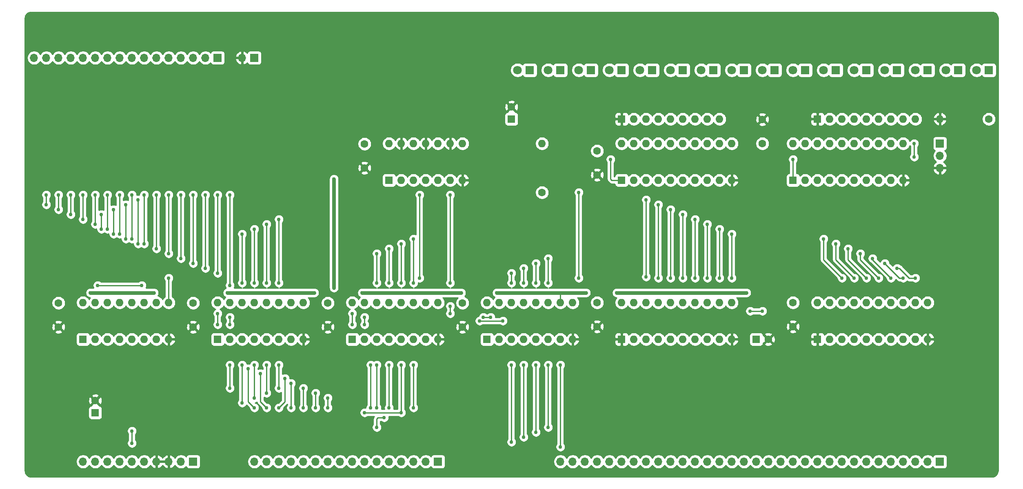
<source format=gbl>
G04 #@! TF.GenerationSoftware,KiCad,Pcbnew,(5.1.5)-3*
G04 #@! TF.CreationDate,2022-12-08T21:38:55-08:00*
G04 #@! TF.ProjectId,program_counter,70726f67-7261-46d5-9f63-6f756e746572,rev?*
G04 #@! TF.SameCoordinates,Original*
G04 #@! TF.FileFunction,Copper,L2,Bot*
G04 #@! TF.FilePolarity,Positive*
%FSLAX46Y46*%
G04 Gerber Fmt 4.6, Leading zero omitted, Abs format (unit mm)*
G04 Created by KiCad (PCBNEW (5.1.5)-3) date 2022-12-08 21:38:55*
%MOMM*%
%LPD*%
G04 APERTURE LIST*
%ADD10O,1.600000X1.600000*%
%ADD11C,1.600000*%
%ADD12O,1.700000X1.700000*%
%ADD13R,1.700000X1.700000*%
%ADD14C,1.800000*%
%ADD15R,1.800000X1.800000*%
%ADD16R,1.600000X1.600000*%
%ADD17C,0.762000*%
%ADD18C,0.254000*%
%ADD19C,0.762000*%
G04 APERTURE END LIST*
D10*
X158750000Y-78740000D03*
D11*
X158750000Y-88900000D03*
D12*
X241300000Y-83820000D03*
X241300000Y-81280000D03*
D13*
X241300000Y-78740000D03*
D10*
X241300000Y-73660000D03*
D11*
X251460000Y-73660000D03*
D12*
X96520000Y-60960000D03*
D13*
X99060000Y-60960000D03*
X86360000Y-144780000D03*
D12*
X83820000Y-144780000D03*
X81280000Y-144780000D03*
X78740000Y-144780000D03*
X76200000Y-144780000D03*
X73660000Y-144780000D03*
X71120000Y-144780000D03*
X68580000Y-144780000D03*
X66040000Y-144780000D03*
X63500000Y-144780000D03*
D13*
X137160000Y-144780000D03*
D12*
X134620000Y-144780000D03*
X132080000Y-144780000D03*
X129540000Y-144780000D03*
X127000000Y-144780000D03*
X124460000Y-144780000D03*
X121920000Y-144780000D03*
X119380000Y-144780000D03*
X116840000Y-144780000D03*
X114300000Y-144780000D03*
X111760000Y-144780000D03*
X109220000Y-144780000D03*
X106680000Y-144780000D03*
X104140000Y-144780000D03*
X101600000Y-144780000D03*
X99060000Y-144780000D03*
X162560000Y-144780000D03*
X165100000Y-144780000D03*
X167640000Y-144780000D03*
X170180000Y-144780000D03*
X172720000Y-144780000D03*
X175260000Y-144780000D03*
X177800000Y-144780000D03*
X180340000Y-144780000D03*
X182880000Y-144780000D03*
X185420000Y-144780000D03*
X187960000Y-144780000D03*
X190500000Y-144780000D03*
X193040000Y-144780000D03*
X195580000Y-144780000D03*
X198120000Y-144780000D03*
X200660000Y-144780000D03*
X203200000Y-144780000D03*
X205740000Y-144780000D03*
X208280000Y-144780000D03*
X210820000Y-144780000D03*
X213360000Y-144780000D03*
X215900000Y-144780000D03*
X218440000Y-144780000D03*
X220980000Y-144780000D03*
X223520000Y-144780000D03*
X226060000Y-144780000D03*
X228600000Y-144780000D03*
X231140000Y-144780000D03*
X233680000Y-144780000D03*
X236220000Y-144780000D03*
X238760000Y-144780000D03*
D13*
X241300000Y-144780000D03*
D14*
X153670000Y-63500000D03*
D15*
X156210000Y-63500000D03*
D14*
X160020000Y-63500000D03*
D15*
X162560000Y-63500000D03*
D14*
X166370000Y-63500000D03*
D15*
X168910000Y-63500000D03*
D14*
X172720000Y-63500000D03*
D15*
X175260000Y-63500000D03*
D14*
X179070000Y-63500000D03*
D15*
X181610000Y-63500000D03*
D14*
X185420000Y-63500000D03*
D15*
X187960000Y-63500000D03*
D14*
X191770000Y-63500000D03*
D15*
X194310000Y-63500000D03*
D14*
X198120000Y-63500000D03*
D15*
X200660000Y-63500000D03*
D14*
X204470000Y-63500000D03*
D15*
X207010000Y-63500000D03*
D14*
X210820000Y-63500000D03*
D15*
X213360000Y-63500000D03*
D14*
X217170000Y-63500000D03*
D15*
X219710000Y-63500000D03*
D14*
X223520000Y-63500000D03*
D15*
X226060000Y-63500000D03*
D14*
X229870000Y-63500000D03*
D15*
X232410000Y-63500000D03*
D14*
X236220000Y-63500000D03*
D15*
X238760000Y-63500000D03*
D14*
X242570000Y-63500000D03*
D15*
X245110000Y-63500000D03*
D14*
X248920000Y-63500000D03*
D15*
X251460000Y-63500000D03*
D10*
X63500000Y-111760000D03*
X81280000Y-119380000D03*
X66040000Y-111760000D03*
X78740000Y-119380000D03*
X68580000Y-111760000D03*
X76200000Y-119380000D03*
X71120000Y-111760000D03*
X73660000Y-119380000D03*
X73660000Y-111760000D03*
X71120000Y-119380000D03*
X76200000Y-111760000D03*
X68580000Y-119380000D03*
X78740000Y-111760000D03*
X66040000Y-119380000D03*
X81280000Y-111760000D03*
D16*
X63500000Y-119380000D03*
D10*
X175260000Y-78740000D03*
X198120000Y-86360000D03*
X177800000Y-78740000D03*
X195580000Y-86360000D03*
X180340000Y-78740000D03*
X193040000Y-86360000D03*
X182880000Y-78740000D03*
X190500000Y-86360000D03*
X185420000Y-78740000D03*
X187960000Y-86360000D03*
X187960000Y-78740000D03*
X185420000Y-86360000D03*
X190500000Y-78740000D03*
X182880000Y-86360000D03*
X193040000Y-78740000D03*
X180340000Y-86360000D03*
X195580000Y-78740000D03*
X177800000Y-86360000D03*
X198120000Y-78740000D03*
D16*
X175260000Y-86360000D03*
D10*
X91440000Y-111760000D03*
X109220000Y-119380000D03*
X93980000Y-111760000D03*
X106680000Y-119380000D03*
X96520000Y-111760000D03*
X104140000Y-119380000D03*
X99060000Y-111760000D03*
X101600000Y-119380000D03*
X101600000Y-111760000D03*
X99060000Y-119380000D03*
X104140000Y-111760000D03*
X96520000Y-119380000D03*
X106680000Y-111760000D03*
X93980000Y-119380000D03*
X109220000Y-111760000D03*
D16*
X91440000Y-119380000D03*
D10*
X215900000Y-111760000D03*
X238760000Y-119380000D03*
X218440000Y-111760000D03*
X236220000Y-119380000D03*
X220980000Y-111760000D03*
X233680000Y-119380000D03*
X223520000Y-111760000D03*
X231140000Y-119380000D03*
X226060000Y-111760000D03*
X228600000Y-119380000D03*
X228600000Y-111760000D03*
X226060000Y-119380000D03*
X231140000Y-111760000D03*
X223520000Y-119380000D03*
X233680000Y-111760000D03*
X220980000Y-119380000D03*
X236220000Y-111760000D03*
X218440000Y-119380000D03*
X238760000Y-111760000D03*
D16*
X215900000Y-119380000D03*
D10*
X119380000Y-111760000D03*
X137160000Y-119380000D03*
X121920000Y-111760000D03*
X134620000Y-119380000D03*
X124460000Y-111760000D03*
X132080000Y-119380000D03*
X127000000Y-111760000D03*
X129540000Y-119380000D03*
X129540000Y-111760000D03*
X127000000Y-119380000D03*
X132080000Y-111760000D03*
X124460000Y-119380000D03*
X134620000Y-111760000D03*
X121920000Y-119380000D03*
X137160000Y-111760000D03*
D16*
X119380000Y-119380000D03*
D10*
X175260000Y-111760000D03*
X198120000Y-119380000D03*
X177800000Y-111760000D03*
X195580000Y-119380000D03*
X180340000Y-111760000D03*
X193040000Y-119380000D03*
X182880000Y-111760000D03*
X190500000Y-119380000D03*
X185420000Y-111760000D03*
X187960000Y-119380000D03*
X187960000Y-111760000D03*
X185420000Y-119380000D03*
X190500000Y-111760000D03*
X182880000Y-119380000D03*
X193040000Y-111760000D03*
X180340000Y-119380000D03*
X195580000Y-111760000D03*
X177800000Y-119380000D03*
X198120000Y-111760000D03*
D16*
X175260000Y-119380000D03*
D10*
X147320000Y-111760000D03*
X165100000Y-119380000D03*
X149860000Y-111760000D03*
X162560000Y-119380000D03*
X152400000Y-111760000D03*
X160020000Y-119380000D03*
X154940000Y-111760000D03*
X157480000Y-119380000D03*
X157480000Y-111760000D03*
X154940000Y-119380000D03*
X160020000Y-111760000D03*
X152400000Y-119380000D03*
X162560000Y-111760000D03*
X149860000Y-119380000D03*
X165100000Y-111760000D03*
D16*
X147320000Y-119380000D03*
D10*
X210820000Y-78740000D03*
X233680000Y-86360000D03*
X213360000Y-78740000D03*
X231140000Y-86360000D03*
X215900000Y-78740000D03*
X228600000Y-86360000D03*
X218440000Y-78740000D03*
X226060000Y-86360000D03*
X220980000Y-78740000D03*
X223520000Y-86360000D03*
X223520000Y-78740000D03*
X220980000Y-86360000D03*
X226060000Y-78740000D03*
X218440000Y-86360000D03*
X228600000Y-78740000D03*
X215900000Y-86360000D03*
X231140000Y-78740000D03*
X213360000Y-86360000D03*
X233680000Y-78740000D03*
D16*
X210820000Y-86360000D03*
D10*
X127000000Y-78740000D03*
X142240000Y-86360000D03*
X129540000Y-78740000D03*
X139700000Y-86360000D03*
X132080000Y-78740000D03*
X137160000Y-86360000D03*
X134620000Y-78740000D03*
X134620000Y-86360000D03*
X137160000Y-78740000D03*
X132080000Y-86360000D03*
X139700000Y-78740000D03*
X129540000Y-86360000D03*
X142240000Y-78740000D03*
D16*
X127000000Y-86360000D03*
D10*
X195580000Y-73660000D03*
X193040000Y-73660000D03*
X190500000Y-73660000D03*
X187960000Y-73660000D03*
X185420000Y-73660000D03*
X182880000Y-73660000D03*
X180340000Y-73660000D03*
X177800000Y-73660000D03*
D16*
X175260000Y-73660000D03*
D10*
X236220000Y-73660000D03*
X233680000Y-73660000D03*
X231140000Y-73660000D03*
X228600000Y-73660000D03*
X226060000Y-73660000D03*
X223520000Y-73660000D03*
X220980000Y-73660000D03*
X218440000Y-73660000D03*
D16*
X215900000Y-73660000D03*
D12*
X53340000Y-60960000D03*
X55880000Y-60960000D03*
X58420000Y-60960000D03*
X60960000Y-60960000D03*
X63500000Y-60960000D03*
X66040000Y-60960000D03*
X68580000Y-60960000D03*
X71120000Y-60960000D03*
X73660000Y-60960000D03*
X76200000Y-60960000D03*
X78740000Y-60960000D03*
X81280000Y-60960000D03*
X83820000Y-60960000D03*
X86360000Y-60960000D03*
X88900000Y-60960000D03*
D13*
X91440000Y-60960000D03*
D11*
X152400000Y-71160000D03*
D16*
X152400000Y-73660000D03*
D11*
X205700000Y-119380000D03*
D16*
X203200000Y-119380000D03*
D11*
X66040000Y-132120000D03*
D16*
X66040000Y-134620000D03*
D11*
X121920000Y-78820000D03*
X121920000Y-83820000D03*
X58420000Y-111840000D03*
X58420000Y-116840000D03*
X86360000Y-111840000D03*
X86360000Y-116840000D03*
X170180000Y-85264000D03*
X170180000Y-80264000D03*
X114300000Y-111840000D03*
X114300000Y-116840000D03*
X210820000Y-116760000D03*
X210820000Y-111760000D03*
X142240000Y-111840000D03*
X142240000Y-116840000D03*
X170180000Y-116760000D03*
X170180000Y-111760000D03*
X204470000Y-73740000D03*
X204470000Y-78740000D03*
D17*
X140716000Y-109728000D03*
X141986000Y-109728000D03*
X110236000Y-109728000D03*
X111506000Y-109728000D03*
X122682000Y-109728000D03*
X121412000Y-109728000D03*
X150622000Y-109728000D03*
X149352024Y-109728000D03*
X94741974Y-109728000D03*
X93472000Y-109728000D03*
X65024000Y-109728000D03*
X66294000Y-109728000D03*
X199898000Y-109727990D03*
X201168000Y-109728000D03*
X176275970Y-109728000D03*
X174244000Y-109728000D03*
X166623990Y-109728000D03*
X167894000Y-109728000D03*
X172974005Y-82041995D03*
X210820000Y-82042000D03*
X235966000Y-81534000D03*
X115570000Y-86106000D03*
X115569994Y-87630000D03*
X115570000Y-108712000D03*
X115570000Y-107442000D03*
X235966000Y-78740000D03*
X76707984Y-109728000D03*
X78232000Y-109728000D03*
X74930000Y-90424020D03*
X180340010Y-90424000D03*
X74930000Y-99568000D03*
X180340000Y-106426000D03*
X55880006Y-89408000D03*
X72390000Y-91439998D03*
X55880000Y-91440000D03*
X182880002Y-91440000D03*
X72390000Y-98551992D03*
X182879994Y-106680000D03*
X58420000Y-89407992D03*
X69850000Y-92456000D03*
X58419984Y-92456000D03*
X185420000Y-92456000D03*
X69850000Y-97536000D03*
X185420004Y-106680000D03*
X60960000Y-89408000D03*
X60960000Y-93471994D03*
X187960000Y-93472006D03*
X67310000Y-93472000D03*
X67310000Y-96519996D03*
X187960006Y-106680000D03*
X63500006Y-89408000D03*
X190500000Y-94487994D03*
X63500000Y-94488000D03*
X104140000Y-94488000D03*
X190500002Y-106680000D03*
X104140004Y-107696000D03*
X66040000Y-89407998D03*
X193040004Y-95504000D03*
X66039988Y-95504000D03*
X101600000Y-95504000D03*
X193040000Y-106680000D03*
X101600014Y-107696000D03*
X68579988Y-89408000D03*
X195580000Y-96520000D03*
X99060000Y-96520000D03*
X68580000Y-96520000D03*
X195580000Y-106680000D03*
X99060024Y-107696000D03*
X71120006Y-89408000D03*
X71120000Y-97536000D03*
X96520000Y-97536000D03*
X198120000Y-97536000D03*
X198120000Y-106680000D03*
X96519990Y-107696000D03*
X73660004Y-89408000D03*
X73660000Y-98552000D03*
X132080000Y-98552000D03*
X220980000Y-106680000D03*
X132080004Y-107696000D03*
X217170006Y-98552000D03*
X76199997Y-89408003D03*
X129540000Y-99568000D03*
X76200000Y-99568000D03*
X223520000Y-106680000D03*
X129539992Y-107696000D03*
X219710000Y-99568000D03*
X78740000Y-89407996D03*
X78740000Y-100583990D03*
X127000000Y-100584000D03*
X226060000Y-106680000D03*
X126999994Y-107696000D03*
X222249998Y-100584000D03*
X81280000Y-89407994D03*
X124460000Y-101600000D03*
X81280000Y-101600000D03*
X228600000Y-106680000D03*
X124459988Y-107696000D03*
X224790000Y-101600000D03*
X160020000Y-102616000D03*
X83820000Y-102616000D03*
X83820000Y-89408000D03*
X231140000Y-106680000D03*
X160019990Y-107696000D03*
X227330000Y-102615984D03*
X86360000Y-89408000D03*
X233680000Y-106680000D03*
X157480014Y-107696000D03*
X157480014Y-103632000D03*
X86360000Y-103632000D03*
X229870000Y-103631986D03*
X88900000Y-89408000D03*
X236220000Y-106680000D03*
X154939972Y-107696000D03*
X154940000Y-104648000D03*
X88900000Y-104648000D03*
X232410004Y-104648000D03*
X91440000Y-89408000D03*
X152400016Y-107696000D03*
X152399993Y-105664007D03*
X91440000Y-105664000D03*
X145796000Y-115570000D03*
X150622000Y-115570000D03*
X162560000Y-124714000D03*
X162560000Y-141732000D03*
X152400000Y-124714000D03*
X152400000Y-140716000D03*
X154940000Y-124714000D03*
X154940000Y-139700000D03*
X157480000Y-124714000D03*
X157480000Y-138684000D03*
X160020000Y-124714000D03*
X160019994Y-137668000D03*
X124460000Y-124714000D03*
X124460000Y-133604000D03*
X127000000Y-124714000D03*
X124460000Y-137668000D03*
X125984000Y-135635994D03*
X127000000Y-133604000D03*
X129540000Y-124714000D03*
X129540000Y-134620000D03*
X121920000Y-134620000D03*
X132080000Y-124714000D03*
X123190000Y-124714000D03*
X132080000Y-133604004D03*
X123189922Y-133604000D03*
X96520000Y-124714000D03*
X96520000Y-132588000D03*
X99060000Y-124714000D03*
X114300000Y-133604000D03*
X99060000Y-131572000D03*
X114300000Y-131572000D03*
X101600000Y-124714000D03*
X111760000Y-133604000D03*
X111760000Y-130555992D03*
X101600000Y-130556000D03*
X104140000Y-124714000D03*
X109220000Y-133604000D03*
X109220000Y-129540000D03*
X104140000Y-129540000D03*
X106680000Y-133604000D03*
X106680000Y-128524006D03*
X104140000Y-133604000D03*
X105410000Y-127508000D03*
X101600000Y-133604000D03*
X100330000Y-126492000D03*
X97790000Y-125476000D03*
X99060000Y-133604000D03*
X146558000Y-114808000D03*
X148082000Y-114808000D03*
X121920000Y-116332000D03*
X121920000Y-114808000D03*
X93980000Y-116332000D03*
X93980000Y-114808000D03*
X93980000Y-124714000D03*
X73660000Y-138430000D03*
X73660000Y-140970000D03*
X93980000Y-129540000D03*
X93980000Y-89408004D03*
X93980000Y-108204000D03*
X75692000Y-108204000D03*
X66548000Y-108204000D03*
X201930000Y-113538000D03*
X204470000Y-113538000D03*
X166370000Y-106680000D03*
X166370000Y-88900000D03*
X91440000Y-116332000D03*
X91440000Y-114046000D03*
X119380000Y-116332000D03*
X119380000Y-114046000D03*
X139700000Y-112522000D03*
X139700000Y-114046000D03*
X139700000Y-89408000D03*
X139700000Y-107696002D03*
X133350000Y-89408000D03*
X133349980Y-106680016D03*
X81280000Y-106680000D03*
D18*
X162560000Y-111760000D02*
X162560000Y-109728000D01*
D19*
X141986000Y-109728000D02*
X121412000Y-109728000D01*
X111506000Y-109728000D02*
X93472000Y-109728000D01*
X199898000Y-109727990D02*
X201167990Y-109727990D01*
X201167990Y-109727990D02*
X201168000Y-109728000D01*
X201168000Y-109728000D02*
X174244000Y-109728000D01*
X149352024Y-109728000D02*
X167894000Y-109728000D01*
D18*
X172974005Y-82041995D02*
X172974005Y-86106005D01*
X172974005Y-86106005D02*
X173228000Y-86360000D01*
X173228000Y-86360000D02*
X175260000Y-86360000D01*
X210820000Y-86360000D02*
X210820000Y-82042000D01*
D19*
X115570000Y-90170000D02*
X115570000Y-90170000D01*
X115570000Y-86106000D02*
X115570000Y-87629994D01*
X115570000Y-87629994D02*
X115569994Y-87630000D01*
X115569994Y-108711994D02*
X115570000Y-108712000D01*
X115569994Y-87630000D02*
X115569994Y-108711994D01*
D18*
X235966000Y-81534000D02*
X235966000Y-78740000D01*
D19*
X65024000Y-109728000D02*
X78232000Y-109728000D01*
D18*
X74930000Y-90424020D02*
X74930000Y-99568000D01*
X180340010Y-106425990D02*
X180340000Y-106426000D01*
X180340010Y-90424000D02*
X180340010Y-106425990D01*
X55880006Y-91439994D02*
X55880000Y-91440000D01*
X55880006Y-89408000D02*
X55880006Y-91439994D01*
X72390000Y-91439998D02*
X72390000Y-98551992D01*
X182880002Y-91440000D02*
X182880002Y-106679992D01*
X182880002Y-106679992D02*
X182879994Y-106680000D01*
X58420000Y-89407992D02*
X58420000Y-92455984D01*
X58420000Y-92455984D02*
X58419984Y-92456000D01*
X69850000Y-92456000D02*
X69850000Y-97536000D01*
X185420000Y-92456000D02*
X185420000Y-106426000D01*
X185420000Y-106426000D02*
X185420000Y-106679996D01*
X185420000Y-106679996D02*
X185420004Y-106680000D01*
X60960000Y-89408000D02*
X60960000Y-93471994D01*
X67310000Y-93472000D02*
X67310000Y-96519996D01*
X187960000Y-93472006D02*
X187960000Y-106426000D01*
X187960000Y-106426000D02*
X187960000Y-106679994D01*
X187960000Y-106679994D02*
X187960006Y-106680000D01*
X63500006Y-89408000D02*
X63500006Y-94487994D01*
X63500006Y-94487994D02*
X63500000Y-94488000D01*
X190500000Y-94487994D02*
X190500000Y-106679998D01*
X190500000Y-106679998D02*
X190500002Y-106680000D01*
X104140000Y-107695996D02*
X104140004Y-107696000D01*
X104140000Y-94488000D02*
X104140000Y-107442000D01*
X104140000Y-107442000D02*
X104140000Y-107695996D01*
X66040000Y-89407998D02*
X66040000Y-95503988D01*
X66040000Y-95503988D02*
X66039988Y-95504000D01*
X193040004Y-106679996D02*
X193040000Y-106680000D01*
X193040004Y-95504000D02*
X193040004Y-106679996D01*
X101600000Y-95504000D02*
X101600000Y-107442000D01*
X101600000Y-107695986D02*
X101600014Y-107696000D01*
X101600000Y-107442000D02*
X101600000Y-107695986D01*
X68579988Y-89408000D02*
X68579988Y-96519988D01*
X68579988Y-96519988D02*
X68580000Y-96520000D01*
X195580000Y-96520000D02*
X195580000Y-106680000D01*
X99060000Y-107695976D02*
X99060024Y-107696000D01*
X99060000Y-107442000D02*
X99060000Y-107695976D01*
X99060000Y-96520000D02*
X99060000Y-107442000D01*
X71120006Y-97535994D02*
X71120000Y-97536000D01*
X71120006Y-89408000D02*
X71120006Y-97535994D01*
X198120000Y-97536000D02*
X198120000Y-106680000D01*
X96520000Y-97536000D02*
X96520000Y-107442000D01*
X96520000Y-107442000D02*
X96520000Y-107695990D01*
X96520000Y-107695990D02*
X96519990Y-107696000D01*
X73660004Y-89408000D02*
X73660004Y-98551996D01*
X73660004Y-98551996D02*
X73660000Y-98552000D01*
X132080000Y-107695996D02*
X132080004Y-107696000D01*
X132080000Y-107442000D02*
X132080000Y-107695996D01*
X132080000Y-98552000D02*
X132080000Y-107442000D01*
X217170006Y-102870006D02*
X217170006Y-99090815D01*
X217170006Y-99090815D02*
X217170006Y-98552000D01*
X220980000Y-106680000D02*
X217170006Y-102870006D01*
X76199997Y-99567997D02*
X76200000Y-99568000D01*
X76199997Y-89408003D02*
X76199997Y-99567997D01*
X129540000Y-99568000D02*
X129540000Y-107695992D01*
X129540000Y-107695992D02*
X129539992Y-107696000D01*
X223520000Y-106680000D02*
X219710000Y-102870000D01*
X219710000Y-100106815D02*
X219710000Y-99568000D01*
X219710000Y-102870000D02*
X219710000Y-100106815D01*
X78740000Y-89407996D02*
X78740000Y-100583990D01*
X127000000Y-100584000D02*
X127000000Y-107442000D01*
X127000000Y-107442000D02*
X127000000Y-107695994D01*
X127000000Y-107695994D02*
X126999994Y-107696000D01*
X222250000Y-100584002D02*
X222249998Y-100584000D01*
X226060000Y-106680000D02*
X222250000Y-102870000D01*
X222250000Y-102870000D02*
X222250000Y-100584002D01*
X81280000Y-89407994D02*
X81280000Y-101061185D01*
X81280000Y-101061185D02*
X81280000Y-101600000D01*
X124460000Y-101600000D02*
X124460000Y-107442000D01*
X124460000Y-107442000D02*
X124460000Y-107695988D01*
X124460000Y-107695988D02*
X124459988Y-107696000D01*
X228600000Y-106680000D02*
X224790000Y-102870000D01*
X224790000Y-102870000D02*
X224790000Y-101600000D01*
X83820000Y-92710000D02*
X83820000Y-89408000D01*
X83820000Y-102616000D02*
X83820000Y-92710000D01*
X160020000Y-102616000D02*
X160020000Y-107695990D01*
X160020000Y-107695990D02*
X160019990Y-107696000D01*
X231140000Y-106680000D02*
X227330000Y-102870000D01*
X227330000Y-102870000D02*
X227330000Y-102615984D01*
X157480014Y-107696000D02*
X157480014Y-103632000D01*
X86360000Y-89408000D02*
X86360000Y-103632000D01*
X229870000Y-103632000D02*
X229870000Y-103631986D01*
X233680000Y-106680000D02*
X232918000Y-106680000D01*
X232918000Y-106680000D02*
X229870000Y-103632000D01*
X154939972Y-107696000D02*
X154939972Y-104648028D01*
X154939972Y-104648028D02*
X154940000Y-104648000D01*
X88900000Y-89408000D02*
X88900000Y-104648000D01*
X232918000Y-104648000D02*
X232410004Y-104648000D01*
X236220000Y-106680000D02*
X234950000Y-106680000D01*
X234950000Y-106680000D02*
X232918000Y-104648000D01*
X152400016Y-107696000D02*
X152400016Y-105664030D01*
X152400016Y-105664030D02*
X152399993Y-105664007D01*
X91440000Y-89408000D02*
X91440000Y-105664000D01*
X145796000Y-115570000D02*
X150622000Y-115570000D01*
X162560000Y-124714000D02*
X162560000Y-141732000D01*
X152400000Y-124714000D02*
X152400000Y-140716000D01*
X154940000Y-124714000D02*
X154940000Y-139700000D01*
X157480000Y-124714000D02*
X157480000Y-138684000D01*
X160020000Y-137667994D02*
X160019994Y-137668000D01*
X160020000Y-124714000D02*
X160020000Y-137667994D01*
X124460000Y-124714000D02*
X124460000Y-133604000D01*
X124460000Y-137668000D02*
X124460000Y-135890000D01*
X124714006Y-135635994D02*
X125984000Y-135635994D01*
X124460000Y-135890000D02*
X124714006Y-135635994D01*
X127000000Y-124714000D02*
X127000000Y-133604000D01*
X129540000Y-124714000D02*
X129540000Y-134620000D01*
X122458815Y-134620000D02*
X121920000Y-134620000D01*
X129540000Y-132334000D02*
X129540000Y-134620000D01*
X129540000Y-134620000D02*
X122458815Y-134620000D01*
X132080000Y-124714000D02*
X132080000Y-133604004D01*
X123190000Y-133603922D02*
X123189922Y-133604000D01*
X123190000Y-124714000D02*
X123190000Y-133603922D01*
X96520000Y-124714000D02*
X96520000Y-132588000D01*
X99060000Y-124714000D02*
X99060000Y-131572000D01*
X114300000Y-133604000D02*
X114300000Y-131572000D01*
X111760000Y-133604000D02*
X111760000Y-130555992D01*
X101600000Y-124714000D02*
X101600000Y-130556000D01*
X109220000Y-133604000D02*
X109220000Y-129540000D01*
X104140000Y-124714000D02*
X104140000Y-129540000D01*
X106680000Y-133604000D02*
X106680000Y-128524006D01*
X105410000Y-132334000D02*
X105410000Y-127508000D01*
X104140000Y-133604000D02*
X105410000Y-132334000D01*
X100330000Y-132334000D02*
X100330000Y-126492000D01*
X101600000Y-133604000D02*
X100330000Y-132334000D01*
X97790000Y-125476000D02*
X97790000Y-132334000D01*
X97790000Y-132334000D02*
X99060000Y-133604000D01*
X146558000Y-114808000D02*
X148082000Y-114808000D01*
X121920000Y-116332000D02*
X121920000Y-114808000D01*
X93980000Y-116332000D02*
X93980000Y-114808000D01*
X73660000Y-138430000D02*
X73660000Y-140970000D01*
X93980000Y-124714000D02*
X93980000Y-129540000D01*
X93980000Y-89408004D02*
X93980000Y-108204000D01*
X75692000Y-108204000D02*
X66548000Y-108204000D01*
X201930000Y-113538000D02*
X204470000Y-113538000D01*
X166370000Y-106680000D02*
X166370000Y-88900000D01*
X91440000Y-116332000D02*
X91440000Y-114046000D01*
X119380000Y-116332000D02*
X119380000Y-114046000D01*
X139700000Y-112522000D02*
X139700000Y-114046000D01*
X139700000Y-89946815D02*
X139700000Y-89408000D01*
X139700000Y-106426000D02*
X139700000Y-89946815D01*
X139699988Y-106426000D02*
X139700000Y-106426012D01*
X139700000Y-107157187D02*
X139700000Y-107696002D01*
X139700000Y-106426012D02*
X139700000Y-107157187D01*
X133350000Y-106679996D02*
X133349980Y-106680016D01*
X133350000Y-89408000D02*
X133350000Y-106679996D01*
X81280000Y-106680000D02*
X81280000Y-111760000D01*
G36*
X252336204Y-51486815D02*
G01*
X252568226Y-51556867D01*
X252782222Y-51670650D01*
X252970041Y-51823832D01*
X253124530Y-52010577D01*
X253239801Y-52223769D01*
X253311472Y-52455300D01*
X253340000Y-52726725D01*
X253340001Y-146652712D01*
X253313185Y-146926205D01*
X253243133Y-147158226D01*
X253129350Y-147372222D01*
X252976169Y-147560039D01*
X252789424Y-147714529D01*
X252576231Y-147829802D01*
X252344701Y-147901472D01*
X252073276Y-147930000D01*
X52737277Y-147930000D01*
X52463795Y-147903185D01*
X52231774Y-147833133D01*
X52017778Y-147719350D01*
X51829961Y-147566169D01*
X51675471Y-147379424D01*
X51560198Y-147166231D01*
X51488528Y-146934701D01*
X51460000Y-146663276D01*
X51460000Y-144633740D01*
X62015000Y-144633740D01*
X62015000Y-144926260D01*
X62072068Y-145213158D01*
X62184010Y-145483411D01*
X62346525Y-145726632D01*
X62553368Y-145933475D01*
X62796589Y-146095990D01*
X63066842Y-146207932D01*
X63353740Y-146265000D01*
X63646260Y-146265000D01*
X63933158Y-146207932D01*
X64203411Y-146095990D01*
X64446632Y-145933475D01*
X64653475Y-145726632D01*
X64770000Y-145552240D01*
X64886525Y-145726632D01*
X65093368Y-145933475D01*
X65336589Y-146095990D01*
X65606842Y-146207932D01*
X65893740Y-146265000D01*
X66186260Y-146265000D01*
X66473158Y-146207932D01*
X66743411Y-146095990D01*
X66986632Y-145933475D01*
X67193475Y-145726632D01*
X67310000Y-145552240D01*
X67426525Y-145726632D01*
X67633368Y-145933475D01*
X67876589Y-146095990D01*
X68146842Y-146207932D01*
X68433740Y-146265000D01*
X68726260Y-146265000D01*
X69013158Y-146207932D01*
X69283411Y-146095990D01*
X69526632Y-145933475D01*
X69733475Y-145726632D01*
X69850000Y-145552240D01*
X69966525Y-145726632D01*
X70173368Y-145933475D01*
X70416589Y-146095990D01*
X70686842Y-146207932D01*
X70973740Y-146265000D01*
X71266260Y-146265000D01*
X71553158Y-146207932D01*
X71823411Y-146095990D01*
X72066632Y-145933475D01*
X72273475Y-145726632D01*
X72390000Y-145552240D01*
X72506525Y-145726632D01*
X72713368Y-145933475D01*
X72956589Y-146095990D01*
X73226842Y-146207932D01*
X73513740Y-146265000D01*
X73806260Y-146265000D01*
X74093158Y-146207932D01*
X74363411Y-146095990D01*
X74606632Y-145933475D01*
X74813475Y-145726632D01*
X74930000Y-145552240D01*
X75046525Y-145726632D01*
X75253368Y-145933475D01*
X75496589Y-146095990D01*
X75766842Y-146207932D01*
X76053740Y-146265000D01*
X76346260Y-146265000D01*
X76633158Y-146207932D01*
X76903411Y-146095990D01*
X77146632Y-145933475D01*
X77353475Y-145726632D01*
X77475195Y-145544466D01*
X77544822Y-145661355D01*
X77739731Y-145877588D01*
X77973080Y-146051641D01*
X78235901Y-146176825D01*
X78383110Y-146221476D01*
X78613000Y-146100155D01*
X78613000Y-144907000D01*
X78867000Y-144907000D01*
X78867000Y-146100155D01*
X79096890Y-146221476D01*
X79244099Y-146176825D01*
X79506920Y-146051641D01*
X79740269Y-145877588D01*
X79935178Y-145661355D01*
X80010000Y-145535745D01*
X80084822Y-145661355D01*
X80279731Y-145877588D01*
X80513080Y-146051641D01*
X80775901Y-146176825D01*
X80923110Y-146221476D01*
X81153000Y-146100155D01*
X81153000Y-144907000D01*
X78867000Y-144907000D01*
X78613000Y-144907000D01*
X78593000Y-144907000D01*
X78593000Y-144653000D01*
X78613000Y-144653000D01*
X78613000Y-143459845D01*
X78867000Y-143459845D01*
X78867000Y-144653000D01*
X81153000Y-144653000D01*
X81153000Y-143459845D01*
X81407000Y-143459845D01*
X81407000Y-144653000D01*
X81427000Y-144653000D01*
X81427000Y-144907000D01*
X81407000Y-144907000D01*
X81407000Y-146100155D01*
X81636890Y-146221476D01*
X81784099Y-146176825D01*
X82046920Y-146051641D01*
X82280269Y-145877588D01*
X82475178Y-145661355D01*
X82544805Y-145544466D01*
X82666525Y-145726632D01*
X82873368Y-145933475D01*
X83116589Y-146095990D01*
X83386842Y-146207932D01*
X83673740Y-146265000D01*
X83966260Y-146265000D01*
X84253158Y-146207932D01*
X84523411Y-146095990D01*
X84766632Y-145933475D01*
X84898487Y-145801620D01*
X84920498Y-145874180D01*
X84979463Y-145984494D01*
X85058815Y-146081185D01*
X85155506Y-146160537D01*
X85265820Y-146219502D01*
X85385518Y-146255812D01*
X85510000Y-146268072D01*
X87210000Y-146268072D01*
X87334482Y-146255812D01*
X87454180Y-146219502D01*
X87564494Y-146160537D01*
X87661185Y-146081185D01*
X87740537Y-145984494D01*
X87799502Y-145874180D01*
X87835812Y-145754482D01*
X87848072Y-145630000D01*
X87848072Y-144633740D01*
X97575000Y-144633740D01*
X97575000Y-144926260D01*
X97632068Y-145213158D01*
X97744010Y-145483411D01*
X97906525Y-145726632D01*
X98113368Y-145933475D01*
X98356589Y-146095990D01*
X98626842Y-146207932D01*
X98913740Y-146265000D01*
X99206260Y-146265000D01*
X99493158Y-146207932D01*
X99763411Y-146095990D01*
X100006632Y-145933475D01*
X100213475Y-145726632D01*
X100330000Y-145552240D01*
X100446525Y-145726632D01*
X100653368Y-145933475D01*
X100896589Y-146095990D01*
X101166842Y-146207932D01*
X101453740Y-146265000D01*
X101746260Y-146265000D01*
X102033158Y-146207932D01*
X102303411Y-146095990D01*
X102546632Y-145933475D01*
X102753475Y-145726632D01*
X102870000Y-145552240D01*
X102986525Y-145726632D01*
X103193368Y-145933475D01*
X103436589Y-146095990D01*
X103706842Y-146207932D01*
X103993740Y-146265000D01*
X104286260Y-146265000D01*
X104573158Y-146207932D01*
X104843411Y-146095990D01*
X105086632Y-145933475D01*
X105293475Y-145726632D01*
X105410000Y-145552240D01*
X105526525Y-145726632D01*
X105733368Y-145933475D01*
X105976589Y-146095990D01*
X106246842Y-146207932D01*
X106533740Y-146265000D01*
X106826260Y-146265000D01*
X107113158Y-146207932D01*
X107383411Y-146095990D01*
X107626632Y-145933475D01*
X107833475Y-145726632D01*
X107950000Y-145552240D01*
X108066525Y-145726632D01*
X108273368Y-145933475D01*
X108516589Y-146095990D01*
X108786842Y-146207932D01*
X109073740Y-146265000D01*
X109366260Y-146265000D01*
X109653158Y-146207932D01*
X109923411Y-146095990D01*
X110166632Y-145933475D01*
X110373475Y-145726632D01*
X110490000Y-145552240D01*
X110606525Y-145726632D01*
X110813368Y-145933475D01*
X111056589Y-146095990D01*
X111326842Y-146207932D01*
X111613740Y-146265000D01*
X111906260Y-146265000D01*
X112193158Y-146207932D01*
X112463411Y-146095990D01*
X112706632Y-145933475D01*
X112913475Y-145726632D01*
X113030000Y-145552240D01*
X113146525Y-145726632D01*
X113353368Y-145933475D01*
X113596589Y-146095990D01*
X113866842Y-146207932D01*
X114153740Y-146265000D01*
X114446260Y-146265000D01*
X114733158Y-146207932D01*
X115003411Y-146095990D01*
X115246632Y-145933475D01*
X115453475Y-145726632D01*
X115570000Y-145552240D01*
X115686525Y-145726632D01*
X115893368Y-145933475D01*
X116136589Y-146095990D01*
X116406842Y-146207932D01*
X116693740Y-146265000D01*
X116986260Y-146265000D01*
X117273158Y-146207932D01*
X117543411Y-146095990D01*
X117786632Y-145933475D01*
X117993475Y-145726632D01*
X118110000Y-145552240D01*
X118226525Y-145726632D01*
X118433368Y-145933475D01*
X118676589Y-146095990D01*
X118946842Y-146207932D01*
X119233740Y-146265000D01*
X119526260Y-146265000D01*
X119813158Y-146207932D01*
X120083411Y-146095990D01*
X120326632Y-145933475D01*
X120533475Y-145726632D01*
X120650000Y-145552240D01*
X120766525Y-145726632D01*
X120973368Y-145933475D01*
X121216589Y-146095990D01*
X121486842Y-146207932D01*
X121773740Y-146265000D01*
X122066260Y-146265000D01*
X122353158Y-146207932D01*
X122623411Y-146095990D01*
X122866632Y-145933475D01*
X123073475Y-145726632D01*
X123190000Y-145552240D01*
X123306525Y-145726632D01*
X123513368Y-145933475D01*
X123756589Y-146095990D01*
X124026842Y-146207932D01*
X124313740Y-146265000D01*
X124606260Y-146265000D01*
X124893158Y-146207932D01*
X125163411Y-146095990D01*
X125406632Y-145933475D01*
X125613475Y-145726632D01*
X125730000Y-145552240D01*
X125846525Y-145726632D01*
X126053368Y-145933475D01*
X126296589Y-146095990D01*
X126566842Y-146207932D01*
X126853740Y-146265000D01*
X127146260Y-146265000D01*
X127433158Y-146207932D01*
X127703411Y-146095990D01*
X127946632Y-145933475D01*
X128153475Y-145726632D01*
X128270000Y-145552240D01*
X128386525Y-145726632D01*
X128593368Y-145933475D01*
X128836589Y-146095990D01*
X129106842Y-146207932D01*
X129393740Y-146265000D01*
X129686260Y-146265000D01*
X129973158Y-146207932D01*
X130243411Y-146095990D01*
X130486632Y-145933475D01*
X130693475Y-145726632D01*
X130810000Y-145552240D01*
X130926525Y-145726632D01*
X131133368Y-145933475D01*
X131376589Y-146095990D01*
X131646842Y-146207932D01*
X131933740Y-146265000D01*
X132226260Y-146265000D01*
X132513158Y-146207932D01*
X132783411Y-146095990D01*
X133026632Y-145933475D01*
X133233475Y-145726632D01*
X133350000Y-145552240D01*
X133466525Y-145726632D01*
X133673368Y-145933475D01*
X133916589Y-146095990D01*
X134186842Y-146207932D01*
X134473740Y-146265000D01*
X134766260Y-146265000D01*
X135053158Y-146207932D01*
X135323411Y-146095990D01*
X135566632Y-145933475D01*
X135698487Y-145801620D01*
X135720498Y-145874180D01*
X135779463Y-145984494D01*
X135858815Y-146081185D01*
X135955506Y-146160537D01*
X136065820Y-146219502D01*
X136185518Y-146255812D01*
X136310000Y-146268072D01*
X138010000Y-146268072D01*
X138134482Y-146255812D01*
X138254180Y-146219502D01*
X138364494Y-146160537D01*
X138461185Y-146081185D01*
X138540537Y-145984494D01*
X138599502Y-145874180D01*
X138635812Y-145754482D01*
X138648072Y-145630000D01*
X138648072Y-144633740D01*
X161075000Y-144633740D01*
X161075000Y-144926260D01*
X161132068Y-145213158D01*
X161244010Y-145483411D01*
X161406525Y-145726632D01*
X161613368Y-145933475D01*
X161856589Y-146095990D01*
X162126842Y-146207932D01*
X162413740Y-146265000D01*
X162706260Y-146265000D01*
X162993158Y-146207932D01*
X163263411Y-146095990D01*
X163506632Y-145933475D01*
X163713475Y-145726632D01*
X163830000Y-145552240D01*
X163946525Y-145726632D01*
X164153368Y-145933475D01*
X164396589Y-146095990D01*
X164666842Y-146207932D01*
X164953740Y-146265000D01*
X165246260Y-146265000D01*
X165533158Y-146207932D01*
X165803411Y-146095990D01*
X166046632Y-145933475D01*
X166253475Y-145726632D01*
X166370000Y-145552240D01*
X166486525Y-145726632D01*
X166693368Y-145933475D01*
X166936589Y-146095990D01*
X167206842Y-146207932D01*
X167493740Y-146265000D01*
X167786260Y-146265000D01*
X168073158Y-146207932D01*
X168343411Y-146095990D01*
X168586632Y-145933475D01*
X168793475Y-145726632D01*
X168910000Y-145552240D01*
X169026525Y-145726632D01*
X169233368Y-145933475D01*
X169476589Y-146095990D01*
X169746842Y-146207932D01*
X170033740Y-146265000D01*
X170326260Y-146265000D01*
X170613158Y-146207932D01*
X170883411Y-146095990D01*
X171126632Y-145933475D01*
X171333475Y-145726632D01*
X171450000Y-145552240D01*
X171566525Y-145726632D01*
X171773368Y-145933475D01*
X172016589Y-146095990D01*
X172286842Y-146207932D01*
X172573740Y-146265000D01*
X172866260Y-146265000D01*
X173153158Y-146207932D01*
X173423411Y-146095990D01*
X173666632Y-145933475D01*
X173873475Y-145726632D01*
X173990000Y-145552240D01*
X174106525Y-145726632D01*
X174313368Y-145933475D01*
X174556589Y-146095990D01*
X174826842Y-146207932D01*
X175113740Y-146265000D01*
X175406260Y-146265000D01*
X175693158Y-146207932D01*
X175963411Y-146095990D01*
X176206632Y-145933475D01*
X176413475Y-145726632D01*
X176530000Y-145552240D01*
X176646525Y-145726632D01*
X176853368Y-145933475D01*
X177096589Y-146095990D01*
X177366842Y-146207932D01*
X177653740Y-146265000D01*
X177946260Y-146265000D01*
X178233158Y-146207932D01*
X178503411Y-146095990D01*
X178746632Y-145933475D01*
X178953475Y-145726632D01*
X179070000Y-145552240D01*
X179186525Y-145726632D01*
X179393368Y-145933475D01*
X179636589Y-146095990D01*
X179906842Y-146207932D01*
X180193740Y-146265000D01*
X180486260Y-146265000D01*
X180773158Y-146207932D01*
X181043411Y-146095990D01*
X181286632Y-145933475D01*
X181493475Y-145726632D01*
X181610000Y-145552240D01*
X181726525Y-145726632D01*
X181933368Y-145933475D01*
X182176589Y-146095990D01*
X182446842Y-146207932D01*
X182733740Y-146265000D01*
X183026260Y-146265000D01*
X183313158Y-146207932D01*
X183583411Y-146095990D01*
X183826632Y-145933475D01*
X184033475Y-145726632D01*
X184150000Y-145552240D01*
X184266525Y-145726632D01*
X184473368Y-145933475D01*
X184716589Y-146095990D01*
X184986842Y-146207932D01*
X185273740Y-146265000D01*
X185566260Y-146265000D01*
X185853158Y-146207932D01*
X186123411Y-146095990D01*
X186366632Y-145933475D01*
X186573475Y-145726632D01*
X186690000Y-145552240D01*
X186806525Y-145726632D01*
X187013368Y-145933475D01*
X187256589Y-146095990D01*
X187526842Y-146207932D01*
X187813740Y-146265000D01*
X188106260Y-146265000D01*
X188393158Y-146207932D01*
X188663411Y-146095990D01*
X188906632Y-145933475D01*
X189113475Y-145726632D01*
X189230000Y-145552240D01*
X189346525Y-145726632D01*
X189553368Y-145933475D01*
X189796589Y-146095990D01*
X190066842Y-146207932D01*
X190353740Y-146265000D01*
X190646260Y-146265000D01*
X190933158Y-146207932D01*
X191203411Y-146095990D01*
X191446632Y-145933475D01*
X191653475Y-145726632D01*
X191770000Y-145552240D01*
X191886525Y-145726632D01*
X192093368Y-145933475D01*
X192336589Y-146095990D01*
X192606842Y-146207932D01*
X192893740Y-146265000D01*
X193186260Y-146265000D01*
X193473158Y-146207932D01*
X193743411Y-146095990D01*
X193986632Y-145933475D01*
X194193475Y-145726632D01*
X194310000Y-145552240D01*
X194426525Y-145726632D01*
X194633368Y-145933475D01*
X194876589Y-146095990D01*
X195146842Y-146207932D01*
X195433740Y-146265000D01*
X195726260Y-146265000D01*
X196013158Y-146207932D01*
X196283411Y-146095990D01*
X196526632Y-145933475D01*
X196733475Y-145726632D01*
X196850000Y-145552240D01*
X196966525Y-145726632D01*
X197173368Y-145933475D01*
X197416589Y-146095990D01*
X197686842Y-146207932D01*
X197973740Y-146265000D01*
X198266260Y-146265000D01*
X198553158Y-146207932D01*
X198823411Y-146095990D01*
X199066632Y-145933475D01*
X199273475Y-145726632D01*
X199390000Y-145552240D01*
X199506525Y-145726632D01*
X199713368Y-145933475D01*
X199956589Y-146095990D01*
X200226842Y-146207932D01*
X200513740Y-146265000D01*
X200806260Y-146265000D01*
X201093158Y-146207932D01*
X201363411Y-146095990D01*
X201606632Y-145933475D01*
X201813475Y-145726632D01*
X201930000Y-145552240D01*
X202046525Y-145726632D01*
X202253368Y-145933475D01*
X202496589Y-146095990D01*
X202766842Y-146207932D01*
X203053740Y-146265000D01*
X203346260Y-146265000D01*
X203633158Y-146207932D01*
X203903411Y-146095990D01*
X204146632Y-145933475D01*
X204353475Y-145726632D01*
X204470000Y-145552240D01*
X204586525Y-145726632D01*
X204793368Y-145933475D01*
X205036589Y-146095990D01*
X205306842Y-146207932D01*
X205593740Y-146265000D01*
X205886260Y-146265000D01*
X206173158Y-146207932D01*
X206443411Y-146095990D01*
X206686632Y-145933475D01*
X206893475Y-145726632D01*
X207010000Y-145552240D01*
X207126525Y-145726632D01*
X207333368Y-145933475D01*
X207576589Y-146095990D01*
X207846842Y-146207932D01*
X208133740Y-146265000D01*
X208426260Y-146265000D01*
X208713158Y-146207932D01*
X208983411Y-146095990D01*
X209226632Y-145933475D01*
X209433475Y-145726632D01*
X209550000Y-145552240D01*
X209666525Y-145726632D01*
X209873368Y-145933475D01*
X210116589Y-146095990D01*
X210386842Y-146207932D01*
X210673740Y-146265000D01*
X210966260Y-146265000D01*
X211253158Y-146207932D01*
X211523411Y-146095990D01*
X211766632Y-145933475D01*
X211973475Y-145726632D01*
X212090000Y-145552240D01*
X212206525Y-145726632D01*
X212413368Y-145933475D01*
X212656589Y-146095990D01*
X212926842Y-146207932D01*
X213213740Y-146265000D01*
X213506260Y-146265000D01*
X213793158Y-146207932D01*
X214063411Y-146095990D01*
X214306632Y-145933475D01*
X214513475Y-145726632D01*
X214630000Y-145552240D01*
X214746525Y-145726632D01*
X214953368Y-145933475D01*
X215196589Y-146095990D01*
X215466842Y-146207932D01*
X215753740Y-146265000D01*
X216046260Y-146265000D01*
X216333158Y-146207932D01*
X216603411Y-146095990D01*
X216846632Y-145933475D01*
X217053475Y-145726632D01*
X217170000Y-145552240D01*
X217286525Y-145726632D01*
X217493368Y-145933475D01*
X217736589Y-146095990D01*
X218006842Y-146207932D01*
X218293740Y-146265000D01*
X218586260Y-146265000D01*
X218873158Y-146207932D01*
X219143411Y-146095990D01*
X219386632Y-145933475D01*
X219593475Y-145726632D01*
X219710000Y-145552240D01*
X219826525Y-145726632D01*
X220033368Y-145933475D01*
X220276589Y-146095990D01*
X220546842Y-146207932D01*
X220833740Y-146265000D01*
X221126260Y-146265000D01*
X221413158Y-146207932D01*
X221683411Y-146095990D01*
X221926632Y-145933475D01*
X222133475Y-145726632D01*
X222250000Y-145552240D01*
X222366525Y-145726632D01*
X222573368Y-145933475D01*
X222816589Y-146095990D01*
X223086842Y-146207932D01*
X223373740Y-146265000D01*
X223666260Y-146265000D01*
X223953158Y-146207932D01*
X224223411Y-146095990D01*
X224466632Y-145933475D01*
X224673475Y-145726632D01*
X224790000Y-145552240D01*
X224906525Y-145726632D01*
X225113368Y-145933475D01*
X225356589Y-146095990D01*
X225626842Y-146207932D01*
X225913740Y-146265000D01*
X226206260Y-146265000D01*
X226493158Y-146207932D01*
X226763411Y-146095990D01*
X227006632Y-145933475D01*
X227213475Y-145726632D01*
X227330000Y-145552240D01*
X227446525Y-145726632D01*
X227653368Y-145933475D01*
X227896589Y-146095990D01*
X228166842Y-146207932D01*
X228453740Y-146265000D01*
X228746260Y-146265000D01*
X229033158Y-146207932D01*
X229303411Y-146095990D01*
X229546632Y-145933475D01*
X229753475Y-145726632D01*
X229870000Y-145552240D01*
X229986525Y-145726632D01*
X230193368Y-145933475D01*
X230436589Y-146095990D01*
X230706842Y-146207932D01*
X230993740Y-146265000D01*
X231286260Y-146265000D01*
X231573158Y-146207932D01*
X231843411Y-146095990D01*
X232086632Y-145933475D01*
X232293475Y-145726632D01*
X232410000Y-145552240D01*
X232526525Y-145726632D01*
X232733368Y-145933475D01*
X232976589Y-146095990D01*
X233246842Y-146207932D01*
X233533740Y-146265000D01*
X233826260Y-146265000D01*
X234113158Y-146207932D01*
X234383411Y-146095990D01*
X234626632Y-145933475D01*
X234833475Y-145726632D01*
X234950000Y-145552240D01*
X235066525Y-145726632D01*
X235273368Y-145933475D01*
X235516589Y-146095990D01*
X235786842Y-146207932D01*
X236073740Y-146265000D01*
X236366260Y-146265000D01*
X236653158Y-146207932D01*
X236923411Y-146095990D01*
X237166632Y-145933475D01*
X237373475Y-145726632D01*
X237490000Y-145552240D01*
X237606525Y-145726632D01*
X237813368Y-145933475D01*
X238056589Y-146095990D01*
X238326842Y-146207932D01*
X238613740Y-146265000D01*
X238906260Y-146265000D01*
X239193158Y-146207932D01*
X239463411Y-146095990D01*
X239706632Y-145933475D01*
X239838487Y-145801620D01*
X239860498Y-145874180D01*
X239919463Y-145984494D01*
X239998815Y-146081185D01*
X240095506Y-146160537D01*
X240205820Y-146219502D01*
X240325518Y-146255812D01*
X240450000Y-146268072D01*
X242150000Y-146268072D01*
X242274482Y-146255812D01*
X242394180Y-146219502D01*
X242504494Y-146160537D01*
X242601185Y-146081185D01*
X242680537Y-145984494D01*
X242739502Y-145874180D01*
X242775812Y-145754482D01*
X242788072Y-145630000D01*
X242788072Y-143930000D01*
X242775812Y-143805518D01*
X242739502Y-143685820D01*
X242680537Y-143575506D01*
X242601185Y-143478815D01*
X242504494Y-143399463D01*
X242394180Y-143340498D01*
X242274482Y-143304188D01*
X242150000Y-143291928D01*
X240450000Y-143291928D01*
X240325518Y-143304188D01*
X240205820Y-143340498D01*
X240095506Y-143399463D01*
X239998815Y-143478815D01*
X239919463Y-143575506D01*
X239860498Y-143685820D01*
X239838487Y-143758380D01*
X239706632Y-143626525D01*
X239463411Y-143464010D01*
X239193158Y-143352068D01*
X238906260Y-143295000D01*
X238613740Y-143295000D01*
X238326842Y-143352068D01*
X238056589Y-143464010D01*
X237813368Y-143626525D01*
X237606525Y-143833368D01*
X237490000Y-144007760D01*
X237373475Y-143833368D01*
X237166632Y-143626525D01*
X236923411Y-143464010D01*
X236653158Y-143352068D01*
X236366260Y-143295000D01*
X236073740Y-143295000D01*
X235786842Y-143352068D01*
X235516589Y-143464010D01*
X235273368Y-143626525D01*
X235066525Y-143833368D01*
X234950000Y-144007760D01*
X234833475Y-143833368D01*
X234626632Y-143626525D01*
X234383411Y-143464010D01*
X234113158Y-143352068D01*
X233826260Y-143295000D01*
X233533740Y-143295000D01*
X233246842Y-143352068D01*
X232976589Y-143464010D01*
X232733368Y-143626525D01*
X232526525Y-143833368D01*
X232410000Y-144007760D01*
X232293475Y-143833368D01*
X232086632Y-143626525D01*
X231843411Y-143464010D01*
X231573158Y-143352068D01*
X231286260Y-143295000D01*
X230993740Y-143295000D01*
X230706842Y-143352068D01*
X230436589Y-143464010D01*
X230193368Y-143626525D01*
X229986525Y-143833368D01*
X229870000Y-144007760D01*
X229753475Y-143833368D01*
X229546632Y-143626525D01*
X229303411Y-143464010D01*
X229033158Y-143352068D01*
X228746260Y-143295000D01*
X228453740Y-143295000D01*
X228166842Y-143352068D01*
X227896589Y-143464010D01*
X227653368Y-143626525D01*
X227446525Y-143833368D01*
X227330000Y-144007760D01*
X227213475Y-143833368D01*
X227006632Y-143626525D01*
X226763411Y-143464010D01*
X226493158Y-143352068D01*
X226206260Y-143295000D01*
X225913740Y-143295000D01*
X225626842Y-143352068D01*
X225356589Y-143464010D01*
X225113368Y-143626525D01*
X224906525Y-143833368D01*
X224790000Y-144007760D01*
X224673475Y-143833368D01*
X224466632Y-143626525D01*
X224223411Y-143464010D01*
X223953158Y-143352068D01*
X223666260Y-143295000D01*
X223373740Y-143295000D01*
X223086842Y-143352068D01*
X222816589Y-143464010D01*
X222573368Y-143626525D01*
X222366525Y-143833368D01*
X222250000Y-144007760D01*
X222133475Y-143833368D01*
X221926632Y-143626525D01*
X221683411Y-143464010D01*
X221413158Y-143352068D01*
X221126260Y-143295000D01*
X220833740Y-143295000D01*
X220546842Y-143352068D01*
X220276589Y-143464010D01*
X220033368Y-143626525D01*
X219826525Y-143833368D01*
X219710000Y-144007760D01*
X219593475Y-143833368D01*
X219386632Y-143626525D01*
X219143411Y-143464010D01*
X218873158Y-143352068D01*
X218586260Y-143295000D01*
X218293740Y-143295000D01*
X218006842Y-143352068D01*
X217736589Y-143464010D01*
X217493368Y-143626525D01*
X217286525Y-143833368D01*
X217170000Y-144007760D01*
X217053475Y-143833368D01*
X216846632Y-143626525D01*
X216603411Y-143464010D01*
X216333158Y-143352068D01*
X216046260Y-143295000D01*
X215753740Y-143295000D01*
X215466842Y-143352068D01*
X215196589Y-143464010D01*
X214953368Y-143626525D01*
X214746525Y-143833368D01*
X214630000Y-144007760D01*
X214513475Y-143833368D01*
X214306632Y-143626525D01*
X214063411Y-143464010D01*
X213793158Y-143352068D01*
X213506260Y-143295000D01*
X213213740Y-143295000D01*
X212926842Y-143352068D01*
X212656589Y-143464010D01*
X212413368Y-143626525D01*
X212206525Y-143833368D01*
X212090000Y-144007760D01*
X211973475Y-143833368D01*
X211766632Y-143626525D01*
X211523411Y-143464010D01*
X211253158Y-143352068D01*
X210966260Y-143295000D01*
X210673740Y-143295000D01*
X210386842Y-143352068D01*
X210116589Y-143464010D01*
X209873368Y-143626525D01*
X209666525Y-143833368D01*
X209550000Y-144007760D01*
X209433475Y-143833368D01*
X209226632Y-143626525D01*
X208983411Y-143464010D01*
X208713158Y-143352068D01*
X208426260Y-143295000D01*
X208133740Y-143295000D01*
X207846842Y-143352068D01*
X207576589Y-143464010D01*
X207333368Y-143626525D01*
X207126525Y-143833368D01*
X207010000Y-144007760D01*
X206893475Y-143833368D01*
X206686632Y-143626525D01*
X206443411Y-143464010D01*
X206173158Y-143352068D01*
X205886260Y-143295000D01*
X205593740Y-143295000D01*
X205306842Y-143352068D01*
X205036589Y-143464010D01*
X204793368Y-143626525D01*
X204586525Y-143833368D01*
X204470000Y-144007760D01*
X204353475Y-143833368D01*
X204146632Y-143626525D01*
X203903411Y-143464010D01*
X203633158Y-143352068D01*
X203346260Y-143295000D01*
X203053740Y-143295000D01*
X202766842Y-143352068D01*
X202496589Y-143464010D01*
X202253368Y-143626525D01*
X202046525Y-143833368D01*
X201930000Y-144007760D01*
X201813475Y-143833368D01*
X201606632Y-143626525D01*
X201363411Y-143464010D01*
X201093158Y-143352068D01*
X200806260Y-143295000D01*
X200513740Y-143295000D01*
X200226842Y-143352068D01*
X199956589Y-143464010D01*
X199713368Y-143626525D01*
X199506525Y-143833368D01*
X199390000Y-144007760D01*
X199273475Y-143833368D01*
X199066632Y-143626525D01*
X198823411Y-143464010D01*
X198553158Y-143352068D01*
X198266260Y-143295000D01*
X197973740Y-143295000D01*
X197686842Y-143352068D01*
X197416589Y-143464010D01*
X197173368Y-143626525D01*
X196966525Y-143833368D01*
X196850000Y-144007760D01*
X196733475Y-143833368D01*
X196526632Y-143626525D01*
X196283411Y-143464010D01*
X196013158Y-143352068D01*
X195726260Y-143295000D01*
X195433740Y-143295000D01*
X195146842Y-143352068D01*
X194876589Y-143464010D01*
X194633368Y-143626525D01*
X194426525Y-143833368D01*
X194310000Y-144007760D01*
X194193475Y-143833368D01*
X193986632Y-143626525D01*
X193743411Y-143464010D01*
X193473158Y-143352068D01*
X193186260Y-143295000D01*
X192893740Y-143295000D01*
X192606842Y-143352068D01*
X192336589Y-143464010D01*
X192093368Y-143626525D01*
X191886525Y-143833368D01*
X191770000Y-144007760D01*
X191653475Y-143833368D01*
X191446632Y-143626525D01*
X191203411Y-143464010D01*
X190933158Y-143352068D01*
X190646260Y-143295000D01*
X190353740Y-143295000D01*
X190066842Y-143352068D01*
X189796589Y-143464010D01*
X189553368Y-143626525D01*
X189346525Y-143833368D01*
X189230000Y-144007760D01*
X189113475Y-143833368D01*
X188906632Y-143626525D01*
X188663411Y-143464010D01*
X188393158Y-143352068D01*
X188106260Y-143295000D01*
X187813740Y-143295000D01*
X187526842Y-143352068D01*
X187256589Y-143464010D01*
X187013368Y-143626525D01*
X186806525Y-143833368D01*
X186690000Y-144007760D01*
X186573475Y-143833368D01*
X186366632Y-143626525D01*
X186123411Y-143464010D01*
X185853158Y-143352068D01*
X185566260Y-143295000D01*
X185273740Y-143295000D01*
X184986842Y-143352068D01*
X184716589Y-143464010D01*
X184473368Y-143626525D01*
X184266525Y-143833368D01*
X184150000Y-144007760D01*
X184033475Y-143833368D01*
X183826632Y-143626525D01*
X183583411Y-143464010D01*
X183313158Y-143352068D01*
X183026260Y-143295000D01*
X182733740Y-143295000D01*
X182446842Y-143352068D01*
X182176589Y-143464010D01*
X181933368Y-143626525D01*
X181726525Y-143833368D01*
X181610000Y-144007760D01*
X181493475Y-143833368D01*
X181286632Y-143626525D01*
X181043411Y-143464010D01*
X180773158Y-143352068D01*
X180486260Y-143295000D01*
X180193740Y-143295000D01*
X179906842Y-143352068D01*
X179636589Y-143464010D01*
X179393368Y-143626525D01*
X179186525Y-143833368D01*
X179070000Y-144007760D01*
X178953475Y-143833368D01*
X178746632Y-143626525D01*
X178503411Y-143464010D01*
X178233158Y-143352068D01*
X177946260Y-143295000D01*
X177653740Y-143295000D01*
X177366842Y-143352068D01*
X177096589Y-143464010D01*
X176853368Y-143626525D01*
X176646525Y-143833368D01*
X176530000Y-144007760D01*
X176413475Y-143833368D01*
X176206632Y-143626525D01*
X175963411Y-143464010D01*
X175693158Y-143352068D01*
X175406260Y-143295000D01*
X175113740Y-143295000D01*
X174826842Y-143352068D01*
X174556589Y-143464010D01*
X174313368Y-143626525D01*
X174106525Y-143833368D01*
X173990000Y-144007760D01*
X173873475Y-143833368D01*
X173666632Y-143626525D01*
X173423411Y-143464010D01*
X173153158Y-143352068D01*
X172866260Y-143295000D01*
X172573740Y-143295000D01*
X172286842Y-143352068D01*
X172016589Y-143464010D01*
X171773368Y-143626525D01*
X171566525Y-143833368D01*
X171450000Y-144007760D01*
X171333475Y-143833368D01*
X171126632Y-143626525D01*
X170883411Y-143464010D01*
X170613158Y-143352068D01*
X170326260Y-143295000D01*
X170033740Y-143295000D01*
X169746842Y-143352068D01*
X169476589Y-143464010D01*
X169233368Y-143626525D01*
X169026525Y-143833368D01*
X168910000Y-144007760D01*
X168793475Y-143833368D01*
X168586632Y-143626525D01*
X168343411Y-143464010D01*
X168073158Y-143352068D01*
X167786260Y-143295000D01*
X167493740Y-143295000D01*
X167206842Y-143352068D01*
X166936589Y-143464010D01*
X166693368Y-143626525D01*
X166486525Y-143833368D01*
X166370000Y-144007760D01*
X166253475Y-143833368D01*
X166046632Y-143626525D01*
X165803411Y-143464010D01*
X165533158Y-143352068D01*
X165246260Y-143295000D01*
X164953740Y-143295000D01*
X164666842Y-143352068D01*
X164396589Y-143464010D01*
X164153368Y-143626525D01*
X163946525Y-143833368D01*
X163830000Y-144007760D01*
X163713475Y-143833368D01*
X163506632Y-143626525D01*
X163263411Y-143464010D01*
X162993158Y-143352068D01*
X162706260Y-143295000D01*
X162413740Y-143295000D01*
X162126842Y-143352068D01*
X161856589Y-143464010D01*
X161613368Y-143626525D01*
X161406525Y-143833368D01*
X161244010Y-144076589D01*
X161132068Y-144346842D01*
X161075000Y-144633740D01*
X138648072Y-144633740D01*
X138648072Y-143930000D01*
X138635812Y-143805518D01*
X138599502Y-143685820D01*
X138540537Y-143575506D01*
X138461185Y-143478815D01*
X138364494Y-143399463D01*
X138254180Y-143340498D01*
X138134482Y-143304188D01*
X138010000Y-143291928D01*
X136310000Y-143291928D01*
X136185518Y-143304188D01*
X136065820Y-143340498D01*
X135955506Y-143399463D01*
X135858815Y-143478815D01*
X135779463Y-143575506D01*
X135720498Y-143685820D01*
X135698487Y-143758380D01*
X135566632Y-143626525D01*
X135323411Y-143464010D01*
X135053158Y-143352068D01*
X134766260Y-143295000D01*
X134473740Y-143295000D01*
X134186842Y-143352068D01*
X133916589Y-143464010D01*
X133673368Y-143626525D01*
X133466525Y-143833368D01*
X133350000Y-144007760D01*
X133233475Y-143833368D01*
X133026632Y-143626525D01*
X132783411Y-143464010D01*
X132513158Y-143352068D01*
X132226260Y-143295000D01*
X131933740Y-143295000D01*
X131646842Y-143352068D01*
X131376589Y-143464010D01*
X131133368Y-143626525D01*
X130926525Y-143833368D01*
X130810000Y-144007760D01*
X130693475Y-143833368D01*
X130486632Y-143626525D01*
X130243411Y-143464010D01*
X129973158Y-143352068D01*
X129686260Y-143295000D01*
X129393740Y-143295000D01*
X129106842Y-143352068D01*
X128836589Y-143464010D01*
X128593368Y-143626525D01*
X128386525Y-143833368D01*
X128270000Y-144007760D01*
X128153475Y-143833368D01*
X127946632Y-143626525D01*
X127703411Y-143464010D01*
X127433158Y-143352068D01*
X127146260Y-143295000D01*
X126853740Y-143295000D01*
X126566842Y-143352068D01*
X126296589Y-143464010D01*
X126053368Y-143626525D01*
X125846525Y-143833368D01*
X125730000Y-144007760D01*
X125613475Y-143833368D01*
X125406632Y-143626525D01*
X125163411Y-143464010D01*
X124893158Y-143352068D01*
X124606260Y-143295000D01*
X124313740Y-143295000D01*
X124026842Y-143352068D01*
X123756589Y-143464010D01*
X123513368Y-143626525D01*
X123306525Y-143833368D01*
X123190000Y-144007760D01*
X123073475Y-143833368D01*
X122866632Y-143626525D01*
X122623411Y-143464010D01*
X122353158Y-143352068D01*
X122066260Y-143295000D01*
X121773740Y-143295000D01*
X121486842Y-143352068D01*
X121216589Y-143464010D01*
X120973368Y-143626525D01*
X120766525Y-143833368D01*
X120650000Y-144007760D01*
X120533475Y-143833368D01*
X120326632Y-143626525D01*
X120083411Y-143464010D01*
X119813158Y-143352068D01*
X119526260Y-143295000D01*
X119233740Y-143295000D01*
X118946842Y-143352068D01*
X118676589Y-143464010D01*
X118433368Y-143626525D01*
X118226525Y-143833368D01*
X118110000Y-144007760D01*
X117993475Y-143833368D01*
X117786632Y-143626525D01*
X117543411Y-143464010D01*
X117273158Y-143352068D01*
X116986260Y-143295000D01*
X116693740Y-143295000D01*
X116406842Y-143352068D01*
X116136589Y-143464010D01*
X115893368Y-143626525D01*
X115686525Y-143833368D01*
X115570000Y-144007760D01*
X115453475Y-143833368D01*
X115246632Y-143626525D01*
X115003411Y-143464010D01*
X114733158Y-143352068D01*
X114446260Y-143295000D01*
X114153740Y-143295000D01*
X113866842Y-143352068D01*
X113596589Y-143464010D01*
X113353368Y-143626525D01*
X113146525Y-143833368D01*
X113030000Y-144007760D01*
X112913475Y-143833368D01*
X112706632Y-143626525D01*
X112463411Y-143464010D01*
X112193158Y-143352068D01*
X111906260Y-143295000D01*
X111613740Y-143295000D01*
X111326842Y-143352068D01*
X111056589Y-143464010D01*
X110813368Y-143626525D01*
X110606525Y-143833368D01*
X110490000Y-144007760D01*
X110373475Y-143833368D01*
X110166632Y-143626525D01*
X109923411Y-143464010D01*
X109653158Y-143352068D01*
X109366260Y-143295000D01*
X109073740Y-143295000D01*
X108786842Y-143352068D01*
X108516589Y-143464010D01*
X108273368Y-143626525D01*
X108066525Y-143833368D01*
X107950000Y-144007760D01*
X107833475Y-143833368D01*
X107626632Y-143626525D01*
X107383411Y-143464010D01*
X107113158Y-143352068D01*
X106826260Y-143295000D01*
X106533740Y-143295000D01*
X106246842Y-143352068D01*
X105976589Y-143464010D01*
X105733368Y-143626525D01*
X105526525Y-143833368D01*
X105410000Y-144007760D01*
X105293475Y-143833368D01*
X105086632Y-143626525D01*
X104843411Y-143464010D01*
X104573158Y-143352068D01*
X104286260Y-143295000D01*
X103993740Y-143295000D01*
X103706842Y-143352068D01*
X103436589Y-143464010D01*
X103193368Y-143626525D01*
X102986525Y-143833368D01*
X102870000Y-144007760D01*
X102753475Y-143833368D01*
X102546632Y-143626525D01*
X102303411Y-143464010D01*
X102033158Y-143352068D01*
X101746260Y-143295000D01*
X101453740Y-143295000D01*
X101166842Y-143352068D01*
X100896589Y-143464010D01*
X100653368Y-143626525D01*
X100446525Y-143833368D01*
X100330000Y-144007760D01*
X100213475Y-143833368D01*
X100006632Y-143626525D01*
X99763411Y-143464010D01*
X99493158Y-143352068D01*
X99206260Y-143295000D01*
X98913740Y-143295000D01*
X98626842Y-143352068D01*
X98356589Y-143464010D01*
X98113368Y-143626525D01*
X97906525Y-143833368D01*
X97744010Y-144076589D01*
X97632068Y-144346842D01*
X97575000Y-144633740D01*
X87848072Y-144633740D01*
X87848072Y-143930000D01*
X87835812Y-143805518D01*
X87799502Y-143685820D01*
X87740537Y-143575506D01*
X87661185Y-143478815D01*
X87564494Y-143399463D01*
X87454180Y-143340498D01*
X87334482Y-143304188D01*
X87210000Y-143291928D01*
X85510000Y-143291928D01*
X85385518Y-143304188D01*
X85265820Y-143340498D01*
X85155506Y-143399463D01*
X85058815Y-143478815D01*
X84979463Y-143575506D01*
X84920498Y-143685820D01*
X84898487Y-143758380D01*
X84766632Y-143626525D01*
X84523411Y-143464010D01*
X84253158Y-143352068D01*
X83966260Y-143295000D01*
X83673740Y-143295000D01*
X83386842Y-143352068D01*
X83116589Y-143464010D01*
X82873368Y-143626525D01*
X82666525Y-143833368D01*
X82544805Y-144015534D01*
X82475178Y-143898645D01*
X82280269Y-143682412D01*
X82046920Y-143508359D01*
X81784099Y-143383175D01*
X81636890Y-143338524D01*
X81407000Y-143459845D01*
X81153000Y-143459845D01*
X80923110Y-143338524D01*
X80775901Y-143383175D01*
X80513080Y-143508359D01*
X80279731Y-143682412D01*
X80084822Y-143898645D01*
X80010000Y-144024255D01*
X79935178Y-143898645D01*
X79740269Y-143682412D01*
X79506920Y-143508359D01*
X79244099Y-143383175D01*
X79096890Y-143338524D01*
X78867000Y-143459845D01*
X78613000Y-143459845D01*
X78383110Y-143338524D01*
X78235901Y-143383175D01*
X77973080Y-143508359D01*
X77739731Y-143682412D01*
X77544822Y-143898645D01*
X77475195Y-144015534D01*
X77353475Y-143833368D01*
X77146632Y-143626525D01*
X76903411Y-143464010D01*
X76633158Y-143352068D01*
X76346260Y-143295000D01*
X76053740Y-143295000D01*
X75766842Y-143352068D01*
X75496589Y-143464010D01*
X75253368Y-143626525D01*
X75046525Y-143833368D01*
X74930000Y-144007760D01*
X74813475Y-143833368D01*
X74606632Y-143626525D01*
X74363411Y-143464010D01*
X74093158Y-143352068D01*
X73806260Y-143295000D01*
X73513740Y-143295000D01*
X73226842Y-143352068D01*
X72956589Y-143464010D01*
X72713368Y-143626525D01*
X72506525Y-143833368D01*
X72390000Y-144007760D01*
X72273475Y-143833368D01*
X72066632Y-143626525D01*
X71823411Y-143464010D01*
X71553158Y-143352068D01*
X71266260Y-143295000D01*
X70973740Y-143295000D01*
X70686842Y-143352068D01*
X70416589Y-143464010D01*
X70173368Y-143626525D01*
X69966525Y-143833368D01*
X69850000Y-144007760D01*
X69733475Y-143833368D01*
X69526632Y-143626525D01*
X69283411Y-143464010D01*
X69013158Y-143352068D01*
X68726260Y-143295000D01*
X68433740Y-143295000D01*
X68146842Y-143352068D01*
X67876589Y-143464010D01*
X67633368Y-143626525D01*
X67426525Y-143833368D01*
X67310000Y-144007760D01*
X67193475Y-143833368D01*
X66986632Y-143626525D01*
X66743411Y-143464010D01*
X66473158Y-143352068D01*
X66186260Y-143295000D01*
X65893740Y-143295000D01*
X65606842Y-143352068D01*
X65336589Y-143464010D01*
X65093368Y-143626525D01*
X64886525Y-143833368D01*
X64770000Y-144007760D01*
X64653475Y-143833368D01*
X64446632Y-143626525D01*
X64203411Y-143464010D01*
X63933158Y-143352068D01*
X63646260Y-143295000D01*
X63353740Y-143295000D01*
X63066842Y-143352068D01*
X62796589Y-143464010D01*
X62553368Y-143626525D01*
X62346525Y-143833368D01*
X62184010Y-144076589D01*
X62072068Y-144346842D01*
X62015000Y-144633740D01*
X51460000Y-144633740D01*
X51460000Y-138329933D01*
X72644000Y-138329933D01*
X72644000Y-138530067D01*
X72683044Y-138726356D01*
X72759632Y-138911256D01*
X72870821Y-139077662D01*
X72898000Y-139104841D01*
X72898001Y-140295158D01*
X72870821Y-140322338D01*
X72759632Y-140488744D01*
X72683044Y-140673644D01*
X72644000Y-140869933D01*
X72644000Y-141070067D01*
X72683044Y-141266356D01*
X72759632Y-141451256D01*
X72870821Y-141617662D01*
X73012338Y-141759179D01*
X73178744Y-141870368D01*
X73363644Y-141946956D01*
X73559933Y-141986000D01*
X73760067Y-141986000D01*
X73956356Y-141946956D01*
X74141256Y-141870368D01*
X74307662Y-141759179D01*
X74449179Y-141617662D01*
X74560368Y-141451256D01*
X74636956Y-141266356D01*
X74676000Y-141070067D01*
X74676000Y-140869933D01*
X74636956Y-140673644D01*
X74560368Y-140488744D01*
X74449179Y-140322338D01*
X74422000Y-140295159D01*
X74422000Y-139104841D01*
X74449179Y-139077662D01*
X74560368Y-138911256D01*
X74636956Y-138726356D01*
X74676000Y-138530067D01*
X74676000Y-138329933D01*
X74636956Y-138133644D01*
X74560368Y-137948744D01*
X74449179Y-137782338D01*
X74307662Y-137640821D01*
X74141256Y-137529632D01*
X73956356Y-137453044D01*
X73760067Y-137414000D01*
X73559933Y-137414000D01*
X73363644Y-137453044D01*
X73178744Y-137529632D01*
X73012338Y-137640821D01*
X72870821Y-137782338D01*
X72759632Y-137948744D01*
X72683044Y-138133644D01*
X72644000Y-138329933D01*
X51460000Y-138329933D01*
X51460000Y-133820000D01*
X64601928Y-133820000D01*
X64601928Y-135420000D01*
X64614188Y-135544482D01*
X64650498Y-135664180D01*
X64709463Y-135774494D01*
X64788815Y-135871185D01*
X64885506Y-135950537D01*
X64995820Y-136009502D01*
X65115518Y-136045812D01*
X65240000Y-136058072D01*
X66840000Y-136058072D01*
X66964482Y-136045812D01*
X67084180Y-136009502D01*
X67194494Y-135950537D01*
X67291185Y-135871185D01*
X67370537Y-135774494D01*
X67429502Y-135664180D01*
X67465812Y-135544482D01*
X67478072Y-135420000D01*
X67478072Y-133820000D01*
X67465812Y-133695518D01*
X67429502Y-133575820D01*
X67370537Y-133465506D01*
X67291185Y-133368815D01*
X67194494Y-133289463D01*
X67084180Y-133230498D01*
X66964482Y-133194188D01*
X66840000Y-133181928D01*
X66832785Y-133181928D01*
X66853097Y-133112702D01*
X66040000Y-132299605D01*
X65226903Y-133112702D01*
X65247215Y-133181928D01*
X65240000Y-133181928D01*
X65115518Y-133194188D01*
X64995820Y-133230498D01*
X64885506Y-133289463D01*
X64788815Y-133368815D01*
X64709463Y-133465506D01*
X64650498Y-133575820D01*
X64614188Y-133695518D01*
X64601928Y-133820000D01*
X51460000Y-133820000D01*
X51460000Y-132190512D01*
X64599783Y-132190512D01*
X64641213Y-132470130D01*
X64736397Y-132736292D01*
X64803329Y-132861514D01*
X65047298Y-132933097D01*
X65860395Y-132120000D01*
X66219605Y-132120000D01*
X67032702Y-132933097D01*
X67276671Y-132861514D01*
X67397571Y-132606004D01*
X67466300Y-132331816D01*
X67480217Y-132049488D01*
X67438787Y-131769870D01*
X67343603Y-131503708D01*
X67276671Y-131378486D01*
X67032702Y-131306903D01*
X66219605Y-132120000D01*
X65860395Y-132120000D01*
X65047298Y-131306903D01*
X64803329Y-131378486D01*
X64682429Y-131633996D01*
X64613700Y-131908184D01*
X64599783Y-132190512D01*
X51460000Y-132190512D01*
X51460000Y-131127298D01*
X65226903Y-131127298D01*
X66040000Y-131940395D01*
X66853097Y-131127298D01*
X66781514Y-130883329D01*
X66526004Y-130762429D01*
X66251816Y-130693700D01*
X65969488Y-130679783D01*
X65689870Y-130721213D01*
X65423708Y-130816397D01*
X65298486Y-130883329D01*
X65226903Y-131127298D01*
X51460000Y-131127298D01*
X51460000Y-124613933D01*
X92964000Y-124613933D01*
X92964000Y-124814067D01*
X93003044Y-125010356D01*
X93079632Y-125195256D01*
X93190821Y-125361662D01*
X93218000Y-125388841D01*
X93218001Y-128865158D01*
X93190821Y-128892338D01*
X93079632Y-129058744D01*
X93003044Y-129243644D01*
X92964000Y-129439933D01*
X92964000Y-129640067D01*
X93003044Y-129836356D01*
X93079632Y-130021256D01*
X93190821Y-130187662D01*
X93332338Y-130329179D01*
X93498744Y-130440368D01*
X93683644Y-130516956D01*
X93879933Y-130556000D01*
X94080067Y-130556000D01*
X94276356Y-130516956D01*
X94461256Y-130440368D01*
X94627662Y-130329179D01*
X94769179Y-130187662D01*
X94880368Y-130021256D01*
X94956956Y-129836356D01*
X94996000Y-129640067D01*
X94996000Y-129439933D01*
X94956956Y-129243644D01*
X94880368Y-129058744D01*
X94769179Y-128892338D01*
X94742000Y-128865159D01*
X94742000Y-125388841D01*
X94769179Y-125361662D01*
X94880368Y-125195256D01*
X94956956Y-125010356D01*
X94996000Y-124814067D01*
X94996000Y-124613933D01*
X95504000Y-124613933D01*
X95504000Y-124814067D01*
X95543044Y-125010356D01*
X95619632Y-125195256D01*
X95730821Y-125361662D01*
X95758000Y-125388841D01*
X95758001Y-131913158D01*
X95730821Y-131940338D01*
X95619632Y-132106744D01*
X95543044Y-132291644D01*
X95504000Y-132487933D01*
X95504000Y-132688067D01*
X95543044Y-132884356D01*
X95619632Y-133069256D01*
X95730821Y-133235662D01*
X95872338Y-133377179D01*
X96038744Y-133488368D01*
X96223644Y-133564956D01*
X96419933Y-133604000D01*
X96620067Y-133604000D01*
X96816356Y-133564956D01*
X97001256Y-133488368D01*
X97167662Y-133377179D01*
X97309179Y-133235662D01*
X97420368Y-133069256D01*
X97428352Y-133049982D01*
X98044000Y-133665631D01*
X98044000Y-133704067D01*
X98083044Y-133900356D01*
X98159632Y-134085256D01*
X98270821Y-134251662D01*
X98412338Y-134393179D01*
X98578744Y-134504368D01*
X98763644Y-134580956D01*
X98959933Y-134620000D01*
X99160067Y-134620000D01*
X99356356Y-134580956D01*
X99541256Y-134504368D01*
X99707662Y-134393179D01*
X99849179Y-134251662D01*
X99960368Y-134085256D01*
X100036956Y-133900356D01*
X100076000Y-133704067D01*
X100076000Y-133503933D01*
X100036956Y-133307644D01*
X99960368Y-133122744D01*
X99849179Y-132956338D01*
X99707662Y-132814821D01*
X99541256Y-132703632D01*
X99356356Y-132627044D01*
X99160067Y-132588000D01*
X99356356Y-132548956D01*
X99541256Y-132472368D01*
X99575677Y-132449369D01*
X99579026Y-132483377D01*
X99622598Y-132627014D01*
X99655232Y-132688067D01*
X99693355Y-132759392D01*
X99732983Y-132807678D01*
X99788578Y-132875422D01*
X99817654Y-132899284D01*
X100584000Y-133665631D01*
X100584000Y-133704067D01*
X100623044Y-133900356D01*
X100699632Y-134085256D01*
X100810821Y-134251662D01*
X100952338Y-134393179D01*
X101118744Y-134504368D01*
X101303644Y-134580956D01*
X101499933Y-134620000D01*
X101700067Y-134620000D01*
X101896356Y-134580956D01*
X102081256Y-134504368D01*
X102247662Y-134393179D01*
X102389179Y-134251662D01*
X102500368Y-134085256D01*
X102576956Y-133900356D01*
X102616000Y-133704067D01*
X102616000Y-133503933D01*
X102576956Y-133307644D01*
X102500368Y-133122744D01*
X102389179Y-132956338D01*
X102247662Y-132814821D01*
X102081256Y-132703632D01*
X101896356Y-132627044D01*
X101700067Y-132588000D01*
X101661631Y-132588000D01*
X101092000Y-132018370D01*
X101092000Y-131438498D01*
X101118744Y-131456368D01*
X101303644Y-131532956D01*
X101499933Y-131572000D01*
X101700067Y-131572000D01*
X101896356Y-131532956D01*
X102081256Y-131456368D01*
X102247662Y-131345179D01*
X102389179Y-131203662D01*
X102500368Y-131037256D01*
X102576956Y-130852356D01*
X102616000Y-130656067D01*
X102616000Y-130455933D01*
X102576956Y-130259644D01*
X102500368Y-130074744D01*
X102389179Y-129908338D01*
X102362000Y-129881159D01*
X102362000Y-125388841D01*
X102389179Y-125361662D01*
X102500368Y-125195256D01*
X102576956Y-125010356D01*
X102616000Y-124814067D01*
X102616000Y-124613933D01*
X103124000Y-124613933D01*
X103124000Y-124814067D01*
X103163044Y-125010356D01*
X103239632Y-125195256D01*
X103350821Y-125361662D01*
X103378000Y-125388841D01*
X103378001Y-128865158D01*
X103350821Y-128892338D01*
X103239632Y-129058744D01*
X103163044Y-129243644D01*
X103124000Y-129439933D01*
X103124000Y-129640067D01*
X103163044Y-129836356D01*
X103239632Y-130021256D01*
X103350821Y-130187662D01*
X103492338Y-130329179D01*
X103658744Y-130440368D01*
X103843644Y-130516956D01*
X104039933Y-130556000D01*
X104240067Y-130556000D01*
X104436356Y-130516956D01*
X104621256Y-130440368D01*
X104648000Y-130422498D01*
X104648000Y-132018369D01*
X104078370Y-132588000D01*
X104039933Y-132588000D01*
X103843644Y-132627044D01*
X103658744Y-132703632D01*
X103492338Y-132814821D01*
X103350821Y-132956338D01*
X103239632Y-133122744D01*
X103163044Y-133307644D01*
X103124000Y-133503933D01*
X103124000Y-133704067D01*
X103163044Y-133900356D01*
X103239632Y-134085256D01*
X103350821Y-134251662D01*
X103492338Y-134393179D01*
X103658744Y-134504368D01*
X103843644Y-134580956D01*
X104039933Y-134620000D01*
X104240067Y-134620000D01*
X104436356Y-134580956D01*
X104621256Y-134504368D01*
X104787662Y-134393179D01*
X104929179Y-134251662D01*
X105040368Y-134085256D01*
X105116956Y-133900356D01*
X105156000Y-133704067D01*
X105156000Y-133665630D01*
X105918000Y-132903631D01*
X105918000Y-132929159D01*
X105890821Y-132956338D01*
X105779632Y-133122744D01*
X105703044Y-133307644D01*
X105664000Y-133503933D01*
X105664000Y-133704067D01*
X105703044Y-133900356D01*
X105779632Y-134085256D01*
X105890821Y-134251662D01*
X106032338Y-134393179D01*
X106198744Y-134504368D01*
X106383644Y-134580956D01*
X106579933Y-134620000D01*
X106780067Y-134620000D01*
X106976356Y-134580956D01*
X107161256Y-134504368D01*
X107327662Y-134393179D01*
X107469179Y-134251662D01*
X107580368Y-134085256D01*
X107656956Y-133900356D01*
X107696000Y-133704067D01*
X107696000Y-133503933D01*
X107656956Y-133307644D01*
X107580368Y-133122744D01*
X107469179Y-132956338D01*
X107442000Y-132929159D01*
X107442000Y-129439933D01*
X108204000Y-129439933D01*
X108204000Y-129640067D01*
X108243044Y-129836356D01*
X108319632Y-130021256D01*
X108430821Y-130187662D01*
X108458001Y-130214842D01*
X108458000Y-132929159D01*
X108430821Y-132956338D01*
X108319632Y-133122744D01*
X108243044Y-133307644D01*
X108204000Y-133503933D01*
X108204000Y-133704067D01*
X108243044Y-133900356D01*
X108319632Y-134085256D01*
X108430821Y-134251662D01*
X108572338Y-134393179D01*
X108738744Y-134504368D01*
X108923644Y-134580956D01*
X109119933Y-134620000D01*
X109320067Y-134620000D01*
X109516356Y-134580956D01*
X109701256Y-134504368D01*
X109867662Y-134393179D01*
X110009179Y-134251662D01*
X110120368Y-134085256D01*
X110196956Y-133900356D01*
X110236000Y-133704067D01*
X110236000Y-133503933D01*
X110196956Y-133307644D01*
X110120368Y-133122744D01*
X110009179Y-132956338D01*
X109982000Y-132929159D01*
X109982000Y-130455925D01*
X110744000Y-130455925D01*
X110744000Y-130656059D01*
X110783044Y-130852348D01*
X110859632Y-131037248D01*
X110970821Y-131203654D01*
X110998001Y-131230834D01*
X110998000Y-132929159D01*
X110970821Y-132956338D01*
X110859632Y-133122744D01*
X110783044Y-133307644D01*
X110744000Y-133503933D01*
X110744000Y-133704067D01*
X110783044Y-133900356D01*
X110859632Y-134085256D01*
X110970821Y-134251662D01*
X111112338Y-134393179D01*
X111278744Y-134504368D01*
X111463644Y-134580956D01*
X111659933Y-134620000D01*
X111860067Y-134620000D01*
X112056356Y-134580956D01*
X112241256Y-134504368D01*
X112407662Y-134393179D01*
X112549179Y-134251662D01*
X112660368Y-134085256D01*
X112736956Y-133900356D01*
X112776000Y-133704067D01*
X112776000Y-133503933D01*
X112736956Y-133307644D01*
X112660368Y-133122744D01*
X112549179Y-132956338D01*
X112522000Y-132929159D01*
X112522000Y-131471933D01*
X113284000Y-131471933D01*
X113284000Y-131672067D01*
X113323044Y-131868356D01*
X113399632Y-132053256D01*
X113510821Y-132219662D01*
X113538001Y-132246842D01*
X113538000Y-132929159D01*
X113510821Y-132956338D01*
X113399632Y-133122744D01*
X113323044Y-133307644D01*
X113284000Y-133503933D01*
X113284000Y-133704067D01*
X113323044Y-133900356D01*
X113399632Y-134085256D01*
X113510821Y-134251662D01*
X113652338Y-134393179D01*
X113818744Y-134504368D01*
X114003644Y-134580956D01*
X114199933Y-134620000D01*
X114400067Y-134620000D01*
X114596356Y-134580956D01*
X114743678Y-134519933D01*
X120904000Y-134519933D01*
X120904000Y-134720067D01*
X120943044Y-134916356D01*
X121019632Y-135101256D01*
X121130821Y-135267662D01*
X121272338Y-135409179D01*
X121438744Y-135520368D01*
X121623644Y-135596956D01*
X121819933Y-135636000D01*
X122020067Y-135636000D01*
X122216356Y-135596956D01*
X122401256Y-135520368D01*
X122567662Y-135409179D01*
X122594841Y-135382000D01*
X123891150Y-135382000D01*
X123823355Y-135464608D01*
X123752599Y-135596985D01*
X123709027Y-135740622D01*
X123694314Y-135890000D01*
X123698001Y-135927433D01*
X123698000Y-136993159D01*
X123670821Y-137020338D01*
X123559632Y-137186744D01*
X123483044Y-137371644D01*
X123444000Y-137567933D01*
X123444000Y-137768067D01*
X123483044Y-137964356D01*
X123559632Y-138149256D01*
X123670821Y-138315662D01*
X123812338Y-138457179D01*
X123978744Y-138568368D01*
X124163644Y-138644956D01*
X124359933Y-138684000D01*
X124560067Y-138684000D01*
X124756356Y-138644956D01*
X124941256Y-138568368D01*
X125107662Y-138457179D01*
X125249179Y-138315662D01*
X125360368Y-138149256D01*
X125436956Y-137964356D01*
X125476000Y-137768067D01*
X125476000Y-137567933D01*
X125436956Y-137371644D01*
X125360368Y-137186744D01*
X125249179Y-137020338D01*
X125222000Y-136993159D01*
X125222000Y-136397994D01*
X125309159Y-136397994D01*
X125336338Y-136425173D01*
X125502744Y-136536362D01*
X125687644Y-136612950D01*
X125883933Y-136651994D01*
X126084067Y-136651994D01*
X126280356Y-136612950D01*
X126465256Y-136536362D01*
X126631662Y-136425173D01*
X126773179Y-136283656D01*
X126884368Y-136117250D01*
X126960956Y-135932350D01*
X127000000Y-135736061D01*
X127000000Y-135535927D01*
X126969382Y-135382000D01*
X128865159Y-135382000D01*
X128892338Y-135409179D01*
X129058744Y-135520368D01*
X129243644Y-135596956D01*
X129439933Y-135636000D01*
X129640067Y-135636000D01*
X129836356Y-135596956D01*
X130021256Y-135520368D01*
X130187662Y-135409179D01*
X130329179Y-135267662D01*
X130440368Y-135101256D01*
X130516956Y-134916356D01*
X130556000Y-134720067D01*
X130556000Y-134519933D01*
X130516956Y-134323644D01*
X130440368Y-134138744D01*
X130329179Y-133972338D01*
X130302000Y-133945159D01*
X130302000Y-125388841D01*
X130329179Y-125361662D01*
X130440368Y-125195256D01*
X130516956Y-125010356D01*
X130556000Y-124814067D01*
X130556000Y-124613933D01*
X131064000Y-124613933D01*
X131064000Y-124814067D01*
X131103044Y-125010356D01*
X131179632Y-125195256D01*
X131290821Y-125361662D01*
X131318000Y-125388841D01*
X131318001Y-132929162D01*
X131290821Y-132956342D01*
X131179632Y-133122748D01*
X131103044Y-133307648D01*
X131064000Y-133503937D01*
X131064000Y-133704071D01*
X131103044Y-133900360D01*
X131179632Y-134085260D01*
X131290821Y-134251666D01*
X131432338Y-134393183D01*
X131598744Y-134504372D01*
X131783644Y-134580960D01*
X131979933Y-134620004D01*
X132180067Y-134620004D01*
X132376356Y-134580960D01*
X132561256Y-134504372D01*
X132727662Y-134393183D01*
X132869179Y-134251666D01*
X132980368Y-134085260D01*
X133056956Y-133900360D01*
X133096000Y-133704071D01*
X133096000Y-133503937D01*
X133056956Y-133307648D01*
X132980368Y-133122748D01*
X132869179Y-132956342D01*
X132842000Y-132929163D01*
X132842000Y-125388841D01*
X132869179Y-125361662D01*
X132980368Y-125195256D01*
X133056956Y-125010356D01*
X133096000Y-124814067D01*
X133096000Y-124613933D01*
X151384000Y-124613933D01*
X151384000Y-124814067D01*
X151423044Y-125010356D01*
X151499632Y-125195256D01*
X151610821Y-125361662D01*
X151638000Y-125388841D01*
X151638001Y-140041158D01*
X151610821Y-140068338D01*
X151499632Y-140234744D01*
X151423044Y-140419644D01*
X151384000Y-140615933D01*
X151384000Y-140816067D01*
X151423044Y-141012356D01*
X151499632Y-141197256D01*
X151610821Y-141363662D01*
X151752338Y-141505179D01*
X151918744Y-141616368D01*
X152103644Y-141692956D01*
X152299933Y-141732000D01*
X152500067Y-141732000D01*
X152696356Y-141692956D01*
X152881256Y-141616368D01*
X153047662Y-141505179D01*
X153189179Y-141363662D01*
X153300368Y-141197256D01*
X153376956Y-141012356D01*
X153416000Y-140816067D01*
X153416000Y-140615933D01*
X153376956Y-140419644D01*
X153300368Y-140234744D01*
X153189179Y-140068338D01*
X153162000Y-140041159D01*
X153162000Y-125388841D01*
X153189179Y-125361662D01*
X153300368Y-125195256D01*
X153376956Y-125010356D01*
X153416000Y-124814067D01*
X153416000Y-124613933D01*
X153924000Y-124613933D01*
X153924000Y-124814067D01*
X153963044Y-125010356D01*
X154039632Y-125195256D01*
X154150821Y-125361662D01*
X154178000Y-125388841D01*
X154178001Y-139025158D01*
X154150821Y-139052338D01*
X154039632Y-139218744D01*
X153963044Y-139403644D01*
X153924000Y-139599933D01*
X153924000Y-139800067D01*
X153963044Y-139996356D01*
X154039632Y-140181256D01*
X154150821Y-140347662D01*
X154292338Y-140489179D01*
X154458744Y-140600368D01*
X154643644Y-140676956D01*
X154839933Y-140716000D01*
X155040067Y-140716000D01*
X155236356Y-140676956D01*
X155421256Y-140600368D01*
X155587662Y-140489179D01*
X155729179Y-140347662D01*
X155840368Y-140181256D01*
X155916956Y-139996356D01*
X155956000Y-139800067D01*
X155956000Y-139599933D01*
X155916956Y-139403644D01*
X155840368Y-139218744D01*
X155729179Y-139052338D01*
X155702000Y-139025159D01*
X155702000Y-125388841D01*
X155729179Y-125361662D01*
X155840368Y-125195256D01*
X155916956Y-125010356D01*
X155956000Y-124814067D01*
X155956000Y-124613933D01*
X156464000Y-124613933D01*
X156464000Y-124814067D01*
X156503044Y-125010356D01*
X156579632Y-125195256D01*
X156690821Y-125361662D01*
X156718000Y-125388841D01*
X156718001Y-138009158D01*
X156690821Y-138036338D01*
X156579632Y-138202744D01*
X156503044Y-138387644D01*
X156464000Y-138583933D01*
X156464000Y-138784067D01*
X156503044Y-138980356D01*
X156579632Y-139165256D01*
X156690821Y-139331662D01*
X156832338Y-139473179D01*
X156998744Y-139584368D01*
X157183644Y-139660956D01*
X157379933Y-139700000D01*
X157580067Y-139700000D01*
X157776356Y-139660956D01*
X157961256Y-139584368D01*
X158127662Y-139473179D01*
X158269179Y-139331662D01*
X158380368Y-139165256D01*
X158456956Y-138980356D01*
X158496000Y-138784067D01*
X158496000Y-138583933D01*
X158456956Y-138387644D01*
X158380368Y-138202744D01*
X158269179Y-138036338D01*
X158242000Y-138009159D01*
X158242000Y-137567933D01*
X159003994Y-137567933D01*
X159003994Y-137768067D01*
X159043038Y-137964356D01*
X159119626Y-138149256D01*
X159230815Y-138315662D01*
X159372332Y-138457179D01*
X159538738Y-138568368D01*
X159723638Y-138644956D01*
X159919927Y-138684000D01*
X160120061Y-138684000D01*
X160316350Y-138644956D01*
X160501250Y-138568368D01*
X160667656Y-138457179D01*
X160809173Y-138315662D01*
X160920362Y-138149256D01*
X160996950Y-137964356D01*
X161035994Y-137768067D01*
X161035994Y-137567933D01*
X160996950Y-137371644D01*
X160920362Y-137186744D01*
X160809173Y-137020338D01*
X160782000Y-136993165D01*
X160782000Y-125388841D01*
X160809179Y-125361662D01*
X160920368Y-125195256D01*
X160996956Y-125010356D01*
X161036000Y-124814067D01*
X161036000Y-124613933D01*
X161544000Y-124613933D01*
X161544000Y-124814067D01*
X161583044Y-125010356D01*
X161659632Y-125195256D01*
X161770821Y-125361662D01*
X161798000Y-125388841D01*
X161798001Y-141057158D01*
X161770821Y-141084338D01*
X161659632Y-141250744D01*
X161583044Y-141435644D01*
X161544000Y-141631933D01*
X161544000Y-141832067D01*
X161583044Y-142028356D01*
X161659632Y-142213256D01*
X161770821Y-142379662D01*
X161912338Y-142521179D01*
X162078744Y-142632368D01*
X162263644Y-142708956D01*
X162459933Y-142748000D01*
X162660067Y-142748000D01*
X162856356Y-142708956D01*
X163041256Y-142632368D01*
X163207662Y-142521179D01*
X163349179Y-142379662D01*
X163460368Y-142213256D01*
X163536956Y-142028356D01*
X163576000Y-141832067D01*
X163576000Y-141631933D01*
X163536956Y-141435644D01*
X163460368Y-141250744D01*
X163349179Y-141084338D01*
X163322000Y-141057159D01*
X163322000Y-125388841D01*
X163349179Y-125361662D01*
X163460368Y-125195256D01*
X163536956Y-125010356D01*
X163576000Y-124814067D01*
X163576000Y-124613933D01*
X163536956Y-124417644D01*
X163460368Y-124232744D01*
X163349179Y-124066338D01*
X163207662Y-123924821D01*
X163041256Y-123813632D01*
X162856356Y-123737044D01*
X162660067Y-123698000D01*
X162459933Y-123698000D01*
X162263644Y-123737044D01*
X162078744Y-123813632D01*
X161912338Y-123924821D01*
X161770821Y-124066338D01*
X161659632Y-124232744D01*
X161583044Y-124417644D01*
X161544000Y-124613933D01*
X161036000Y-124613933D01*
X160996956Y-124417644D01*
X160920368Y-124232744D01*
X160809179Y-124066338D01*
X160667662Y-123924821D01*
X160501256Y-123813632D01*
X160316356Y-123737044D01*
X160120067Y-123698000D01*
X159919933Y-123698000D01*
X159723644Y-123737044D01*
X159538744Y-123813632D01*
X159372338Y-123924821D01*
X159230821Y-124066338D01*
X159119632Y-124232744D01*
X159043044Y-124417644D01*
X159004000Y-124613933D01*
X159004000Y-124814067D01*
X159043044Y-125010356D01*
X159119632Y-125195256D01*
X159230821Y-125361662D01*
X159258000Y-125388841D01*
X159258001Y-136993152D01*
X159230815Y-137020338D01*
X159119626Y-137186744D01*
X159043038Y-137371644D01*
X159003994Y-137567933D01*
X158242000Y-137567933D01*
X158242000Y-125388841D01*
X158269179Y-125361662D01*
X158380368Y-125195256D01*
X158456956Y-125010356D01*
X158496000Y-124814067D01*
X158496000Y-124613933D01*
X158456956Y-124417644D01*
X158380368Y-124232744D01*
X158269179Y-124066338D01*
X158127662Y-123924821D01*
X157961256Y-123813632D01*
X157776356Y-123737044D01*
X157580067Y-123698000D01*
X157379933Y-123698000D01*
X157183644Y-123737044D01*
X156998744Y-123813632D01*
X156832338Y-123924821D01*
X156690821Y-124066338D01*
X156579632Y-124232744D01*
X156503044Y-124417644D01*
X156464000Y-124613933D01*
X155956000Y-124613933D01*
X155916956Y-124417644D01*
X155840368Y-124232744D01*
X155729179Y-124066338D01*
X155587662Y-123924821D01*
X155421256Y-123813632D01*
X155236356Y-123737044D01*
X155040067Y-123698000D01*
X154839933Y-123698000D01*
X154643644Y-123737044D01*
X154458744Y-123813632D01*
X154292338Y-123924821D01*
X154150821Y-124066338D01*
X154039632Y-124232744D01*
X153963044Y-124417644D01*
X153924000Y-124613933D01*
X153416000Y-124613933D01*
X153376956Y-124417644D01*
X153300368Y-124232744D01*
X153189179Y-124066338D01*
X153047662Y-123924821D01*
X152881256Y-123813632D01*
X152696356Y-123737044D01*
X152500067Y-123698000D01*
X152299933Y-123698000D01*
X152103644Y-123737044D01*
X151918744Y-123813632D01*
X151752338Y-123924821D01*
X151610821Y-124066338D01*
X151499632Y-124232744D01*
X151423044Y-124417644D01*
X151384000Y-124613933D01*
X133096000Y-124613933D01*
X133056956Y-124417644D01*
X132980368Y-124232744D01*
X132869179Y-124066338D01*
X132727662Y-123924821D01*
X132561256Y-123813632D01*
X132376356Y-123737044D01*
X132180067Y-123698000D01*
X131979933Y-123698000D01*
X131783644Y-123737044D01*
X131598744Y-123813632D01*
X131432338Y-123924821D01*
X131290821Y-124066338D01*
X131179632Y-124232744D01*
X131103044Y-124417644D01*
X131064000Y-124613933D01*
X130556000Y-124613933D01*
X130516956Y-124417644D01*
X130440368Y-124232744D01*
X130329179Y-124066338D01*
X130187662Y-123924821D01*
X130021256Y-123813632D01*
X129836356Y-123737044D01*
X129640067Y-123698000D01*
X129439933Y-123698000D01*
X129243644Y-123737044D01*
X129058744Y-123813632D01*
X128892338Y-123924821D01*
X128750821Y-124066338D01*
X128639632Y-124232744D01*
X128563044Y-124417644D01*
X128524000Y-124613933D01*
X128524000Y-124814067D01*
X128563044Y-125010356D01*
X128639632Y-125195256D01*
X128750821Y-125361662D01*
X128778000Y-125388841D01*
X128778001Y-132296567D01*
X128778000Y-132296575D01*
X128778001Y-133477571D01*
X128778001Y-133858000D01*
X127985381Y-133858000D01*
X128016000Y-133704067D01*
X128016000Y-133503933D01*
X127976956Y-133307644D01*
X127900368Y-133122744D01*
X127789179Y-132956338D01*
X127762000Y-132929159D01*
X127762000Y-125388841D01*
X127789179Y-125361662D01*
X127900368Y-125195256D01*
X127976956Y-125010356D01*
X128016000Y-124814067D01*
X128016000Y-124613933D01*
X127976956Y-124417644D01*
X127900368Y-124232744D01*
X127789179Y-124066338D01*
X127647662Y-123924821D01*
X127481256Y-123813632D01*
X127296356Y-123737044D01*
X127100067Y-123698000D01*
X126899933Y-123698000D01*
X126703644Y-123737044D01*
X126518744Y-123813632D01*
X126352338Y-123924821D01*
X126210821Y-124066338D01*
X126099632Y-124232744D01*
X126023044Y-124417644D01*
X125984000Y-124613933D01*
X125984000Y-124814067D01*
X126023044Y-125010356D01*
X126099632Y-125195256D01*
X126210821Y-125361662D01*
X126238000Y-125388841D01*
X126238001Y-132929158D01*
X126210821Y-132956338D01*
X126099632Y-133122744D01*
X126023044Y-133307644D01*
X125984000Y-133503933D01*
X125984000Y-133704067D01*
X126014619Y-133858000D01*
X125445381Y-133858000D01*
X125476000Y-133704067D01*
X125476000Y-133503933D01*
X125436956Y-133307644D01*
X125360368Y-133122744D01*
X125249179Y-132956338D01*
X125222000Y-132929159D01*
X125222000Y-125388841D01*
X125249179Y-125361662D01*
X125360368Y-125195256D01*
X125436956Y-125010356D01*
X125476000Y-124814067D01*
X125476000Y-124613933D01*
X125436956Y-124417644D01*
X125360368Y-124232744D01*
X125249179Y-124066338D01*
X125107662Y-123924821D01*
X124941256Y-123813632D01*
X124756356Y-123737044D01*
X124560067Y-123698000D01*
X124359933Y-123698000D01*
X124163644Y-123737044D01*
X123978744Y-123813632D01*
X123825000Y-123916361D01*
X123671256Y-123813632D01*
X123486356Y-123737044D01*
X123290067Y-123698000D01*
X123089933Y-123698000D01*
X122893644Y-123737044D01*
X122708744Y-123813632D01*
X122542338Y-123924821D01*
X122400821Y-124066338D01*
X122289632Y-124232744D01*
X122213044Y-124417644D01*
X122174000Y-124613933D01*
X122174000Y-124814067D01*
X122213044Y-125010356D01*
X122289632Y-125195256D01*
X122400821Y-125361662D01*
X122428000Y-125388841D01*
X122428001Y-132929080D01*
X122400743Y-132956338D01*
X122289554Y-133122744D01*
X122212966Y-133307644D01*
X122173922Y-133503933D01*
X122173922Y-133634603D01*
X122020067Y-133604000D01*
X121819933Y-133604000D01*
X121623644Y-133643044D01*
X121438744Y-133719632D01*
X121272338Y-133830821D01*
X121130821Y-133972338D01*
X121019632Y-134138744D01*
X120943044Y-134323644D01*
X120904000Y-134519933D01*
X114743678Y-134519933D01*
X114781256Y-134504368D01*
X114947662Y-134393179D01*
X115089179Y-134251662D01*
X115200368Y-134085256D01*
X115276956Y-133900356D01*
X115316000Y-133704067D01*
X115316000Y-133503933D01*
X115276956Y-133307644D01*
X115200368Y-133122744D01*
X115089179Y-132956338D01*
X115062000Y-132929159D01*
X115062000Y-132246841D01*
X115089179Y-132219662D01*
X115200368Y-132053256D01*
X115276956Y-131868356D01*
X115316000Y-131672067D01*
X115316000Y-131471933D01*
X115276956Y-131275644D01*
X115200368Y-131090744D01*
X115089179Y-130924338D01*
X114947662Y-130782821D01*
X114781256Y-130671632D01*
X114596356Y-130595044D01*
X114400067Y-130556000D01*
X114199933Y-130556000D01*
X114003644Y-130595044D01*
X113818744Y-130671632D01*
X113652338Y-130782821D01*
X113510821Y-130924338D01*
X113399632Y-131090744D01*
X113323044Y-131275644D01*
X113284000Y-131471933D01*
X112522000Y-131471933D01*
X112522000Y-131230833D01*
X112549179Y-131203654D01*
X112660368Y-131037248D01*
X112736956Y-130852348D01*
X112776000Y-130656059D01*
X112776000Y-130455925D01*
X112736956Y-130259636D01*
X112660368Y-130074736D01*
X112549179Y-129908330D01*
X112407662Y-129766813D01*
X112241256Y-129655624D01*
X112056356Y-129579036D01*
X111860067Y-129539992D01*
X111659933Y-129539992D01*
X111463644Y-129579036D01*
X111278744Y-129655624D01*
X111112338Y-129766813D01*
X110970821Y-129908330D01*
X110859632Y-130074736D01*
X110783044Y-130259636D01*
X110744000Y-130455925D01*
X109982000Y-130455925D01*
X109982000Y-130214841D01*
X110009179Y-130187662D01*
X110120368Y-130021256D01*
X110196956Y-129836356D01*
X110236000Y-129640067D01*
X110236000Y-129439933D01*
X110196956Y-129243644D01*
X110120368Y-129058744D01*
X110009179Y-128892338D01*
X109867662Y-128750821D01*
X109701256Y-128639632D01*
X109516356Y-128563044D01*
X109320067Y-128524000D01*
X109119933Y-128524000D01*
X108923644Y-128563044D01*
X108738744Y-128639632D01*
X108572338Y-128750821D01*
X108430821Y-128892338D01*
X108319632Y-129058744D01*
X108243044Y-129243644D01*
X108204000Y-129439933D01*
X107442000Y-129439933D01*
X107442000Y-129198847D01*
X107469179Y-129171668D01*
X107580368Y-129005262D01*
X107656956Y-128820362D01*
X107696000Y-128624073D01*
X107696000Y-128423939D01*
X107656956Y-128227650D01*
X107580368Y-128042750D01*
X107469179Y-127876344D01*
X107327662Y-127734827D01*
X107161256Y-127623638D01*
X106976356Y-127547050D01*
X106780067Y-127508006D01*
X106579933Y-127508006D01*
X106426000Y-127538625D01*
X106426000Y-127407933D01*
X106386956Y-127211644D01*
X106310368Y-127026744D01*
X106199179Y-126860338D01*
X106057662Y-126718821D01*
X105891256Y-126607632D01*
X105706356Y-126531044D01*
X105510067Y-126492000D01*
X105309933Y-126492000D01*
X105113644Y-126531044D01*
X104928744Y-126607632D01*
X104902000Y-126625502D01*
X104902000Y-125388841D01*
X104929179Y-125361662D01*
X105040368Y-125195256D01*
X105116956Y-125010356D01*
X105156000Y-124814067D01*
X105156000Y-124613933D01*
X105116956Y-124417644D01*
X105040368Y-124232744D01*
X104929179Y-124066338D01*
X104787662Y-123924821D01*
X104621256Y-123813632D01*
X104436356Y-123737044D01*
X104240067Y-123698000D01*
X104039933Y-123698000D01*
X103843644Y-123737044D01*
X103658744Y-123813632D01*
X103492338Y-123924821D01*
X103350821Y-124066338D01*
X103239632Y-124232744D01*
X103163044Y-124417644D01*
X103124000Y-124613933D01*
X102616000Y-124613933D01*
X102576956Y-124417644D01*
X102500368Y-124232744D01*
X102389179Y-124066338D01*
X102247662Y-123924821D01*
X102081256Y-123813632D01*
X101896356Y-123737044D01*
X101700067Y-123698000D01*
X101499933Y-123698000D01*
X101303644Y-123737044D01*
X101118744Y-123813632D01*
X100952338Y-123924821D01*
X100810821Y-124066338D01*
X100699632Y-124232744D01*
X100623044Y-124417644D01*
X100584000Y-124613933D01*
X100584000Y-124814067D01*
X100623044Y-125010356D01*
X100699632Y-125195256D01*
X100810821Y-125361662D01*
X100838000Y-125388841D01*
X100838000Y-125609502D01*
X100811256Y-125591632D01*
X100626356Y-125515044D01*
X100430067Y-125476000D01*
X100229933Y-125476000D01*
X100033644Y-125515044D01*
X99848744Y-125591632D01*
X99822000Y-125609502D01*
X99822000Y-125388841D01*
X99849179Y-125361662D01*
X99960368Y-125195256D01*
X100036956Y-125010356D01*
X100076000Y-124814067D01*
X100076000Y-124613933D01*
X100036956Y-124417644D01*
X99960368Y-124232744D01*
X99849179Y-124066338D01*
X99707662Y-123924821D01*
X99541256Y-123813632D01*
X99356356Y-123737044D01*
X99160067Y-123698000D01*
X98959933Y-123698000D01*
X98763644Y-123737044D01*
X98578744Y-123813632D01*
X98412338Y-123924821D01*
X98270821Y-124066338D01*
X98159632Y-124232744D01*
X98083044Y-124417644D01*
X98067595Y-124495312D01*
X97890067Y-124460000D01*
X97689933Y-124460000D01*
X97512405Y-124495312D01*
X97496956Y-124417644D01*
X97420368Y-124232744D01*
X97309179Y-124066338D01*
X97167662Y-123924821D01*
X97001256Y-123813632D01*
X96816356Y-123737044D01*
X96620067Y-123698000D01*
X96419933Y-123698000D01*
X96223644Y-123737044D01*
X96038744Y-123813632D01*
X95872338Y-123924821D01*
X95730821Y-124066338D01*
X95619632Y-124232744D01*
X95543044Y-124417644D01*
X95504000Y-124613933D01*
X94996000Y-124613933D01*
X94956956Y-124417644D01*
X94880368Y-124232744D01*
X94769179Y-124066338D01*
X94627662Y-123924821D01*
X94461256Y-123813632D01*
X94276356Y-123737044D01*
X94080067Y-123698000D01*
X93879933Y-123698000D01*
X93683644Y-123737044D01*
X93498744Y-123813632D01*
X93332338Y-123924821D01*
X93190821Y-124066338D01*
X93079632Y-124232744D01*
X93003044Y-124417644D01*
X92964000Y-124613933D01*
X51460000Y-124613933D01*
X51460000Y-118580000D01*
X62061928Y-118580000D01*
X62061928Y-120180000D01*
X62074188Y-120304482D01*
X62110498Y-120424180D01*
X62169463Y-120534494D01*
X62248815Y-120631185D01*
X62345506Y-120710537D01*
X62455820Y-120769502D01*
X62575518Y-120805812D01*
X62700000Y-120818072D01*
X64300000Y-120818072D01*
X64424482Y-120805812D01*
X64544180Y-120769502D01*
X64654494Y-120710537D01*
X64751185Y-120631185D01*
X64830537Y-120534494D01*
X64889502Y-120424180D01*
X64925812Y-120304482D01*
X64926643Y-120296039D01*
X65125241Y-120494637D01*
X65360273Y-120651680D01*
X65621426Y-120759853D01*
X65898665Y-120815000D01*
X66181335Y-120815000D01*
X66458574Y-120759853D01*
X66719727Y-120651680D01*
X66954759Y-120494637D01*
X67154637Y-120294759D01*
X67310000Y-120062241D01*
X67465363Y-120294759D01*
X67665241Y-120494637D01*
X67900273Y-120651680D01*
X68161426Y-120759853D01*
X68438665Y-120815000D01*
X68721335Y-120815000D01*
X68998574Y-120759853D01*
X69259727Y-120651680D01*
X69494759Y-120494637D01*
X69694637Y-120294759D01*
X69850000Y-120062241D01*
X70005363Y-120294759D01*
X70205241Y-120494637D01*
X70440273Y-120651680D01*
X70701426Y-120759853D01*
X70978665Y-120815000D01*
X71261335Y-120815000D01*
X71538574Y-120759853D01*
X71799727Y-120651680D01*
X72034759Y-120494637D01*
X72234637Y-120294759D01*
X72390000Y-120062241D01*
X72545363Y-120294759D01*
X72745241Y-120494637D01*
X72980273Y-120651680D01*
X73241426Y-120759853D01*
X73518665Y-120815000D01*
X73801335Y-120815000D01*
X74078574Y-120759853D01*
X74339727Y-120651680D01*
X74574759Y-120494637D01*
X74774637Y-120294759D01*
X74930000Y-120062241D01*
X75085363Y-120294759D01*
X75285241Y-120494637D01*
X75520273Y-120651680D01*
X75781426Y-120759853D01*
X76058665Y-120815000D01*
X76341335Y-120815000D01*
X76618574Y-120759853D01*
X76879727Y-120651680D01*
X77114759Y-120494637D01*
X77314637Y-120294759D01*
X77470000Y-120062241D01*
X77625363Y-120294759D01*
X77825241Y-120494637D01*
X78060273Y-120651680D01*
X78321426Y-120759853D01*
X78598665Y-120815000D01*
X78881335Y-120815000D01*
X79158574Y-120759853D01*
X79419727Y-120651680D01*
X79654759Y-120494637D01*
X79854637Y-120294759D01*
X80011680Y-120059727D01*
X80016067Y-120049135D01*
X80127615Y-120235131D01*
X80316586Y-120443519D01*
X80542580Y-120611037D01*
X80796913Y-120731246D01*
X80930961Y-120771904D01*
X81153000Y-120649915D01*
X81153000Y-119507000D01*
X81407000Y-119507000D01*
X81407000Y-120649915D01*
X81629039Y-120771904D01*
X81763087Y-120731246D01*
X82017420Y-120611037D01*
X82243414Y-120443519D01*
X82432385Y-120235131D01*
X82577070Y-119993881D01*
X82671909Y-119729040D01*
X82550624Y-119507000D01*
X81407000Y-119507000D01*
X81153000Y-119507000D01*
X81133000Y-119507000D01*
X81133000Y-119253000D01*
X81153000Y-119253000D01*
X81153000Y-118110085D01*
X81407000Y-118110085D01*
X81407000Y-119253000D01*
X82550624Y-119253000D01*
X82671909Y-119030960D01*
X82577070Y-118766119D01*
X82465449Y-118580000D01*
X90001928Y-118580000D01*
X90001928Y-120180000D01*
X90014188Y-120304482D01*
X90050498Y-120424180D01*
X90109463Y-120534494D01*
X90188815Y-120631185D01*
X90285506Y-120710537D01*
X90395820Y-120769502D01*
X90515518Y-120805812D01*
X90640000Y-120818072D01*
X92240000Y-120818072D01*
X92364482Y-120805812D01*
X92484180Y-120769502D01*
X92594494Y-120710537D01*
X92691185Y-120631185D01*
X92770537Y-120534494D01*
X92829502Y-120424180D01*
X92865812Y-120304482D01*
X92866643Y-120296039D01*
X93065241Y-120494637D01*
X93300273Y-120651680D01*
X93561426Y-120759853D01*
X93838665Y-120815000D01*
X94121335Y-120815000D01*
X94398574Y-120759853D01*
X94659727Y-120651680D01*
X94894759Y-120494637D01*
X95094637Y-120294759D01*
X95250000Y-120062241D01*
X95405363Y-120294759D01*
X95605241Y-120494637D01*
X95840273Y-120651680D01*
X96101426Y-120759853D01*
X96378665Y-120815000D01*
X96661335Y-120815000D01*
X96938574Y-120759853D01*
X97199727Y-120651680D01*
X97434759Y-120494637D01*
X97634637Y-120294759D01*
X97790000Y-120062241D01*
X97945363Y-120294759D01*
X98145241Y-120494637D01*
X98380273Y-120651680D01*
X98641426Y-120759853D01*
X98918665Y-120815000D01*
X99201335Y-120815000D01*
X99478574Y-120759853D01*
X99739727Y-120651680D01*
X99974759Y-120494637D01*
X100174637Y-120294759D01*
X100330000Y-120062241D01*
X100485363Y-120294759D01*
X100685241Y-120494637D01*
X100920273Y-120651680D01*
X101181426Y-120759853D01*
X101458665Y-120815000D01*
X101741335Y-120815000D01*
X102018574Y-120759853D01*
X102279727Y-120651680D01*
X102514759Y-120494637D01*
X102714637Y-120294759D01*
X102870000Y-120062241D01*
X103025363Y-120294759D01*
X103225241Y-120494637D01*
X103460273Y-120651680D01*
X103721426Y-120759853D01*
X103998665Y-120815000D01*
X104281335Y-120815000D01*
X104558574Y-120759853D01*
X104819727Y-120651680D01*
X105054759Y-120494637D01*
X105254637Y-120294759D01*
X105410000Y-120062241D01*
X105565363Y-120294759D01*
X105765241Y-120494637D01*
X106000273Y-120651680D01*
X106261426Y-120759853D01*
X106538665Y-120815000D01*
X106821335Y-120815000D01*
X107098574Y-120759853D01*
X107359727Y-120651680D01*
X107594759Y-120494637D01*
X107794637Y-120294759D01*
X107951680Y-120059727D01*
X107956067Y-120049135D01*
X108067615Y-120235131D01*
X108256586Y-120443519D01*
X108482580Y-120611037D01*
X108736913Y-120731246D01*
X108870961Y-120771904D01*
X109093000Y-120649915D01*
X109093000Y-119507000D01*
X109347000Y-119507000D01*
X109347000Y-120649915D01*
X109569039Y-120771904D01*
X109703087Y-120731246D01*
X109957420Y-120611037D01*
X110183414Y-120443519D01*
X110372385Y-120235131D01*
X110517070Y-119993881D01*
X110611909Y-119729040D01*
X110490624Y-119507000D01*
X109347000Y-119507000D01*
X109093000Y-119507000D01*
X109073000Y-119507000D01*
X109073000Y-119253000D01*
X109093000Y-119253000D01*
X109093000Y-118110085D01*
X109347000Y-118110085D01*
X109347000Y-119253000D01*
X110490624Y-119253000D01*
X110611909Y-119030960D01*
X110517070Y-118766119D01*
X110405449Y-118580000D01*
X117941928Y-118580000D01*
X117941928Y-120180000D01*
X117954188Y-120304482D01*
X117990498Y-120424180D01*
X118049463Y-120534494D01*
X118128815Y-120631185D01*
X118225506Y-120710537D01*
X118335820Y-120769502D01*
X118455518Y-120805812D01*
X118580000Y-120818072D01*
X120180000Y-120818072D01*
X120304482Y-120805812D01*
X120424180Y-120769502D01*
X120534494Y-120710537D01*
X120631185Y-120631185D01*
X120710537Y-120534494D01*
X120769502Y-120424180D01*
X120805812Y-120304482D01*
X120806643Y-120296039D01*
X121005241Y-120494637D01*
X121240273Y-120651680D01*
X121501426Y-120759853D01*
X121778665Y-120815000D01*
X122061335Y-120815000D01*
X122338574Y-120759853D01*
X122599727Y-120651680D01*
X122834759Y-120494637D01*
X123034637Y-120294759D01*
X123190000Y-120062241D01*
X123345363Y-120294759D01*
X123545241Y-120494637D01*
X123780273Y-120651680D01*
X124041426Y-120759853D01*
X124318665Y-120815000D01*
X124601335Y-120815000D01*
X124878574Y-120759853D01*
X125139727Y-120651680D01*
X125374759Y-120494637D01*
X125574637Y-120294759D01*
X125730000Y-120062241D01*
X125885363Y-120294759D01*
X126085241Y-120494637D01*
X126320273Y-120651680D01*
X126581426Y-120759853D01*
X126858665Y-120815000D01*
X127141335Y-120815000D01*
X127418574Y-120759853D01*
X127679727Y-120651680D01*
X127914759Y-120494637D01*
X128114637Y-120294759D01*
X128270000Y-120062241D01*
X128425363Y-120294759D01*
X128625241Y-120494637D01*
X128860273Y-120651680D01*
X129121426Y-120759853D01*
X129398665Y-120815000D01*
X129681335Y-120815000D01*
X129958574Y-120759853D01*
X130219727Y-120651680D01*
X130454759Y-120494637D01*
X130654637Y-120294759D01*
X130810000Y-120062241D01*
X130965363Y-120294759D01*
X131165241Y-120494637D01*
X131400273Y-120651680D01*
X131661426Y-120759853D01*
X131938665Y-120815000D01*
X132221335Y-120815000D01*
X132498574Y-120759853D01*
X132759727Y-120651680D01*
X132994759Y-120494637D01*
X133194637Y-120294759D01*
X133350000Y-120062241D01*
X133505363Y-120294759D01*
X133705241Y-120494637D01*
X133940273Y-120651680D01*
X134201426Y-120759853D01*
X134478665Y-120815000D01*
X134761335Y-120815000D01*
X135038574Y-120759853D01*
X135299727Y-120651680D01*
X135534759Y-120494637D01*
X135734637Y-120294759D01*
X135891680Y-120059727D01*
X135896067Y-120049135D01*
X136007615Y-120235131D01*
X136196586Y-120443519D01*
X136422580Y-120611037D01*
X136676913Y-120731246D01*
X136810961Y-120771904D01*
X137033000Y-120649915D01*
X137033000Y-119507000D01*
X137287000Y-119507000D01*
X137287000Y-120649915D01*
X137509039Y-120771904D01*
X137643087Y-120731246D01*
X137897420Y-120611037D01*
X138123414Y-120443519D01*
X138312385Y-120235131D01*
X138457070Y-119993881D01*
X138551909Y-119729040D01*
X138430624Y-119507000D01*
X137287000Y-119507000D01*
X137033000Y-119507000D01*
X137013000Y-119507000D01*
X137013000Y-119253000D01*
X137033000Y-119253000D01*
X137033000Y-118110085D01*
X137287000Y-118110085D01*
X137287000Y-119253000D01*
X138430624Y-119253000D01*
X138551909Y-119030960D01*
X138457070Y-118766119D01*
X138345449Y-118580000D01*
X145881928Y-118580000D01*
X145881928Y-120180000D01*
X145894188Y-120304482D01*
X145930498Y-120424180D01*
X145989463Y-120534494D01*
X146068815Y-120631185D01*
X146165506Y-120710537D01*
X146275820Y-120769502D01*
X146395518Y-120805812D01*
X146520000Y-120818072D01*
X148120000Y-120818072D01*
X148244482Y-120805812D01*
X148364180Y-120769502D01*
X148474494Y-120710537D01*
X148571185Y-120631185D01*
X148650537Y-120534494D01*
X148709502Y-120424180D01*
X148745812Y-120304482D01*
X148746643Y-120296039D01*
X148945241Y-120494637D01*
X149180273Y-120651680D01*
X149441426Y-120759853D01*
X149718665Y-120815000D01*
X150001335Y-120815000D01*
X150278574Y-120759853D01*
X150539727Y-120651680D01*
X150774759Y-120494637D01*
X150974637Y-120294759D01*
X151130000Y-120062241D01*
X151285363Y-120294759D01*
X151485241Y-120494637D01*
X151720273Y-120651680D01*
X151981426Y-120759853D01*
X152258665Y-120815000D01*
X152541335Y-120815000D01*
X152818574Y-120759853D01*
X153079727Y-120651680D01*
X153314759Y-120494637D01*
X153514637Y-120294759D01*
X153670000Y-120062241D01*
X153825363Y-120294759D01*
X154025241Y-120494637D01*
X154260273Y-120651680D01*
X154521426Y-120759853D01*
X154798665Y-120815000D01*
X155081335Y-120815000D01*
X155358574Y-120759853D01*
X155619727Y-120651680D01*
X155854759Y-120494637D01*
X156054637Y-120294759D01*
X156210000Y-120062241D01*
X156365363Y-120294759D01*
X156565241Y-120494637D01*
X156800273Y-120651680D01*
X157061426Y-120759853D01*
X157338665Y-120815000D01*
X157621335Y-120815000D01*
X157898574Y-120759853D01*
X158159727Y-120651680D01*
X158394759Y-120494637D01*
X158594637Y-120294759D01*
X158750000Y-120062241D01*
X158905363Y-120294759D01*
X159105241Y-120494637D01*
X159340273Y-120651680D01*
X159601426Y-120759853D01*
X159878665Y-120815000D01*
X160161335Y-120815000D01*
X160438574Y-120759853D01*
X160699727Y-120651680D01*
X160934759Y-120494637D01*
X161134637Y-120294759D01*
X161290000Y-120062241D01*
X161445363Y-120294759D01*
X161645241Y-120494637D01*
X161880273Y-120651680D01*
X162141426Y-120759853D01*
X162418665Y-120815000D01*
X162701335Y-120815000D01*
X162978574Y-120759853D01*
X163239727Y-120651680D01*
X163474759Y-120494637D01*
X163674637Y-120294759D01*
X163831680Y-120059727D01*
X163836067Y-120049135D01*
X163947615Y-120235131D01*
X164136586Y-120443519D01*
X164362580Y-120611037D01*
X164616913Y-120731246D01*
X164750961Y-120771904D01*
X164973000Y-120649915D01*
X164973000Y-119507000D01*
X165227000Y-119507000D01*
X165227000Y-120649915D01*
X165449039Y-120771904D01*
X165583087Y-120731246D01*
X165837420Y-120611037D01*
X166063414Y-120443519D01*
X166252385Y-120235131D01*
X166285448Y-120180000D01*
X173821928Y-120180000D01*
X173834188Y-120304482D01*
X173870498Y-120424180D01*
X173929463Y-120534494D01*
X174008815Y-120631185D01*
X174105506Y-120710537D01*
X174215820Y-120769502D01*
X174335518Y-120805812D01*
X174460000Y-120818072D01*
X174974250Y-120815000D01*
X175133000Y-120656250D01*
X175133000Y-119507000D01*
X173983750Y-119507000D01*
X173825000Y-119665750D01*
X173821928Y-120180000D01*
X166285448Y-120180000D01*
X166397070Y-119993881D01*
X166491909Y-119729040D01*
X166370624Y-119507000D01*
X165227000Y-119507000D01*
X164973000Y-119507000D01*
X164953000Y-119507000D01*
X164953000Y-119253000D01*
X164973000Y-119253000D01*
X164973000Y-118110085D01*
X165227000Y-118110085D01*
X165227000Y-119253000D01*
X166370624Y-119253000D01*
X166491909Y-119030960D01*
X166397070Y-118766119D01*
X166285449Y-118580000D01*
X173821928Y-118580000D01*
X173825000Y-119094250D01*
X173983750Y-119253000D01*
X175133000Y-119253000D01*
X175133000Y-118103750D01*
X175387000Y-118103750D01*
X175387000Y-119253000D01*
X175407000Y-119253000D01*
X175407000Y-119507000D01*
X175387000Y-119507000D01*
X175387000Y-120656250D01*
X175545750Y-120815000D01*
X176060000Y-120818072D01*
X176184482Y-120805812D01*
X176304180Y-120769502D01*
X176414494Y-120710537D01*
X176511185Y-120631185D01*
X176590537Y-120534494D01*
X176649502Y-120424180D01*
X176685812Y-120304482D01*
X176686643Y-120296039D01*
X176885241Y-120494637D01*
X177120273Y-120651680D01*
X177381426Y-120759853D01*
X177658665Y-120815000D01*
X177941335Y-120815000D01*
X178218574Y-120759853D01*
X178479727Y-120651680D01*
X178714759Y-120494637D01*
X178914637Y-120294759D01*
X179070000Y-120062241D01*
X179225363Y-120294759D01*
X179425241Y-120494637D01*
X179660273Y-120651680D01*
X179921426Y-120759853D01*
X180198665Y-120815000D01*
X180481335Y-120815000D01*
X180758574Y-120759853D01*
X181019727Y-120651680D01*
X181254759Y-120494637D01*
X181454637Y-120294759D01*
X181610000Y-120062241D01*
X181765363Y-120294759D01*
X181965241Y-120494637D01*
X182200273Y-120651680D01*
X182461426Y-120759853D01*
X182738665Y-120815000D01*
X183021335Y-120815000D01*
X183298574Y-120759853D01*
X183559727Y-120651680D01*
X183794759Y-120494637D01*
X183994637Y-120294759D01*
X184150000Y-120062241D01*
X184305363Y-120294759D01*
X184505241Y-120494637D01*
X184740273Y-120651680D01*
X185001426Y-120759853D01*
X185278665Y-120815000D01*
X185561335Y-120815000D01*
X185838574Y-120759853D01*
X186099727Y-120651680D01*
X186334759Y-120494637D01*
X186534637Y-120294759D01*
X186690000Y-120062241D01*
X186845363Y-120294759D01*
X187045241Y-120494637D01*
X187280273Y-120651680D01*
X187541426Y-120759853D01*
X187818665Y-120815000D01*
X188101335Y-120815000D01*
X188378574Y-120759853D01*
X188639727Y-120651680D01*
X188874759Y-120494637D01*
X189074637Y-120294759D01*
X189230000Y-120062241D01*
X189385363Y-120294759D01*
X189585241Y-120494637D01*
X189820273Y-120651680D01*
X190081426Y-120759853D01*
X190358665Y-120815000D01*
X190641335Y-120815000D01*
X190918574Y-120759853D01*
X191179727Y-120651680D01*
X191414759Y-120494637D01*
X191614637Y-120294759D01*
X191770000Y-120062241D01*
X191925363Y-120294759D01*
X192125241Y-120494637D01*
X192360273Y-120651680D01*
X192621426Y-120759853D01*
X192898665Y-120815000D01*
X193181335Y-120815000D01*
X193458574Y-120759853D01*
X193719727Y-120651680D01*
X193954759Y-120494637D01*
X194154637Y-120294759D01*
X194310000Y-120062241D01*
X194465363Y-120294759D01*
X194665241Y-120494637D01*
X194900273Y-120651680D01*
X195161426Y-120759853D01*
X195438665Y-120815000D01*
X195721335Y-120815000D01*
X195998574Y-120759853D01*
X196259727Y-120651680D01*
X196494759Y-120494637D01*
X196694637Y-120294759D01*
X196851680Y-120059727D01*
X196856067Y-120049135D01*
X196967615Y-120235131D01*
X197156586Y-120443519D01*
X197382580Y-120611037D01*
X197636913Y-120731246D01*
X197770961Y-120771904D01*
X197993000Y-120649915D01*
X197993000Y-119507000D01*
X198247000Y-119507000D01*
X198247000Y-120649915D01*
X198469039Y-120771904D01*
X198603087Y-120731246D01*
X198857420Y-120611037D01*
X199083414Y-120443519D01*
X199272385Y-120235131D01*
X199417070Y-119993881D01*
X199511909Y-119729040D01*
X199390624Y-119507000D01*
X198247000Y-119507000D01*
X197993000Y-119507000D01*
X197973000Y-119507000D01*
X197973000Y-119253000D01*
X197993000Y-119253000D01*
X197993000Y-118110085D01*
X198247000Y-118110085D01*
X198247000Y-119253000D01*
X199390624Y-119253000D01*
X199511909Y-119030960D01*
X199417070Y-118766119D01*
X199305449Y-118580000D01*
X201761928Y-118580000D01*
X201761928Y-120180000D01*
X201774188Y-120304482D01*
X201810498Y-120424180D01*
X201869463Y-120534494D01*
X201948815Y-120631185D01*
X202045506Y-120710537D01*
X202155820Y-120769502D01*
X202275518Y-120805812D01*
X202400000Y-120818072D01*
X204000000Y-120818072D01*
X204124482Y-120805812D01*
X204244180Y-120769502D01*
X204354494Y-120710537D01*
X204451185Y-120631185D01*
X204530537Y-120534494D01*
X204589502Y-120424180D01*
X204605117Y-120372702D01*
X204886903Y-120372702D01*
X204958486Y-120616671D01*
X205213996Y-120737571D01*
X205488184Y-120806300D01*
X205770512Y-120820217D01*
X206050130Y-120778787D01*
X206316292Y-120683603D01*
X206441514Y-120616671D01*
X206513097Y-120372702D01*
X205700000Y-119559605D01*
X204886903Y-120372702D01*
X204605117Y-120372702D01*
X204625812Y-120304482D01*
X204638072Y-120180000D01*
X204638072Y-120172785D01*
X204707298Y-120193097D01*
X205520395Y-119380000D01*
X205879605Y-119380000D01*
X206692702Y-120193097D01*
X206737339Y-120180000D01*
X214461928Y-120180000D01*
X214474188Y-120304482D01*
X214510498Y-120424180D01*
X214569463Y-120534494D01*
X214648815Y-120631185D01*
X214745506Y-120710537D01*
X214855820Y-120769502D01*
X214975518Y-120805812D01*
X215100000Y-120818072D01*
X215614250Y-120815000D01*
X215773000Y-120656250D01*
X215773000Y-119507000D01*
X214623750Y-119507000D01*
X214465000Y-119665750D01*
X214461928Y-120180000D01*
X206737339Y-120180000D01*
X206936671Y-120121514D01*
X207057571Y-119866004D01*
X207126300Y-119591816D01*
X207140217Y-119309488D01*
X207098787Y-119029870D01*
X207003603Y-118763708D01*
X206936671Y-118638486D01*
X206737340Y-118580000D01*
X214461928Y-118580000D01*
X214465000Y-119094250D01*
X214623750Y-119253000D01*
X215773000Y-119253000D01*
X215773000Y-118103750D01*
X216027000Y-118103750D01*
X216027000Y-119253000D01*
X216047000Y-119253000D01*
X216047000Y-119507000D01*
X216027000Y-119507000D01*
X216027000Y-120656250D01*
X216185750Y-120815000D01*
X216700000Y-120818072D01*
X216824482Y-120805812D01*
X216944180Y-120769502D01*
X217054494Y-120710537D01*
X217151185Y-120631185D01*
X217230537Y-120534494D01*
X217289502Y-120424180D01*
X217325812Y-120304482D01*
X217326643Y-120296039D01*
X217525241Y-120494637D01*
X217760273Y-120651680D01*
X218021426Y-120759853D01*
X218298665Y-120815000D01*
X218581335Y-120815000D01*
X218858574Y-120759853D01*
X219119727Y-120651680D01*
X219354759Y-120494637D01*
X219554637Y-120294759D01*
X219710000Y-120062241D01*
X219865363Y-120294759D01*
X220065241Y-120494637D01*
X220300273Y-120651680D01*
X220561426Y-120759853D01*
X220838665Y-120815000D01*
X221121335Y-120815000D01*
X221398574Y-120759853D01*
X221659727Y-120651680D01*
X221894759Y-120494637D01*
X222094637Y-120294759D01*
X222250000Y-120062241D01*
X222405363Y-120294759D01*
X222605241Y-120494637D01*
X222840273Y-120651680D01*
X223101426Y-120759853D01*
X223378665Y-120815000D01*
X223661335Y-120815000D01*
X223938574Y-120759853D01*
X224199727Y-120651680D01*
X224434759Y-120494637D01*
X224634637Y-120294759D01*
X224790000Y-120062241D01*
X224945363Y-120294759D01*
X225145241Y-120494637D01*
X225380273Y-120651680D01*
X225641426Y-120759853D01*
X225918665Y-120815000D01*
X226201335Y-120815000D01*
X226478574Y-120759853D01*
X226739727Y-120651680D01*
X226974759Y-120494637D01*
X227174637Y-120294759D01*
X227330000Y-120062241D01*
X227485363Y-120294759D01*
X227685241Y-120494637D01*
X227920273Y-120651680D01*
X228181426Y-120759853D01*
X228458665Y-120815000D01*
X228741335Y-120815000D01*
X229018574Y-120759853D01*
X229279727Y-120651680D01*
X229514759Y-120494637D01*
X229714637Y-120294759D01*
X229870000Y-120062241D01*
X230025363Y-120294759D01*
X230225241Y-120494637D01*
X230460273Y-120651680D01*
X230721426Y-120759853D01*
X230998665Y-120815000D01*
X231281335Y-120815000D01*
X231558574Y-120759853D01*
X231819727Y-120651680D01*
X232054759Y-120494637D01*
X232254637Y-120294759D01*
X232410000Y-120062241D01*
X232565363Y-120294759D01*
X232765241Y-120494637D01*
X233000273Y-120651680D01*
X233261426Y-120759853D01*
X233538665Y-120815000D01*
X233821335Y-120815000D01*
X234098574Y-120759853D01*
X234359727Y-120651680D01*
X234594759Y-120494637D01*
X234794637Y-120294759D01*
X234950000Y-120062241D01*
X235105363Y-120294759D01*
X235305241Y-120494637D01*
X235540273Y-120651680D01*
X235801426Y-120759853D01*
X236078665Y-120815000D01*
X236361335Y-120815000D01*
X236638574Y-120759853D01*
X236899727Y-120651680D01*
X237134759Y-120494637D01*
X237334637Y-120294759D01*
X237491680Y-120059727D01*
X237496067Y-120049135D01*
X237607615Y-120235131D01*
X237796586Y-120443519D01*
X238022580Y-120611037D01*
X238276913Y-120731246D01*
X238410961Y-120771904D01*
X238633000Y-120649915D01*
X238633000Y-119507000D01*
X238887000Y-119507000D01*
X238887000Y-120649915D01*
X239109039Y-120771904D01*
X239243087Y-120731246D01*
X239497420Y-120611037D01*
X239723414Y-120443519D01*
X239912385Y-120235131D01*
X240057070Y-119993881D01*
X240151909Y-119729040D01*
X240030624Y-119507000D01*
X238887000Y-119507000D01*
X238633000Y-119507000D01*
X238613000Y-119507000D01*
X238613000Y-119253000D01*
X238633000Y-119253000D01*
X238633000Y-118110085D01*
X238887000Y-118110085D01*
X238887000Y-119253000D01*
X240030624Y-119253000D01*
X240151909Y-119030960D01*
X240057070Y-118766119D01*
X239912385Y-118524869D01*
X239723414Y-118316481D01*
X239497420Y-118148963D01*
X239243087Y-118028754D01*
X239109039Y-117988096D01*
X238887000Y-118110085D01*
X238633000Y-118110085D01*
X238410961Y-117988096D01*
X238276913Y-118028754D01*
X238022580Y-118148963D01*
X237796586Y-118316481D01*
X237607615Y-118524869D01*
X237496067Y-118710865D01*
X237491680Y-118700273D01*
X237334637Y-118465241D01*
X237134759Y-118265363D01*
X236899727Y-118108320D01*
X236638574Y-118000147D01*
X236361335Y-117945000D01*
X236078665Y-117945000D01*
X235801426Y-118000147D01*
X235540273Y-118108320D01*
X235305241Y-118265363D01*
X235105363Y-118465241D01*
X234950000Y-118697759D01*
X234794637Y-118465241D01*
X234594759Y-118265363D01*
X234359727Y-118108320D01*
X234098574Y-118000147D01*
X233821335Y-117945000D01*
X233538665Y-117945000D01*
X233261426Y-118000147D01*
X233000273Y-118108320D01*
X232765241Y-118265363D01*
X232565363Y-118465241D01*
X232410000Y-118697759D01*
X232254637Y-118465241D01*
X232054759Y-118265363D01*
X231819727Y-118108320D01*
X231558574Y-118000147D01*
X231281335Y-117945000D01*
X230998665Y-117945000D01*
X230721426Y-118000147D01*
X230460273Y-118108320D01*
X230225241Y-118265363D01*
X230025363Y-118465241D01*
X229870000Y-118697759D01*
X229714637Y-118465241D01*
X229514759Y-118265363D01*
X229279727Y-118108320D01*
X229018574Y-118000147D01*
X228741335Y-117945000D01*
X228458665Y-117945000D01*
X228181426Y-118000147D01*
X227920273Y-118108320D01*
X227685241Y-118265363D01*
X227485363Y-118465241D01*
X227330000Y-118697759D01*
X227174637Y-118465241D01*
X226974759Y-118265363D01*
X226739727Y-118108320D01*
X226478574Y-118000147D01*
X226201335Y-117945000D01*
X225918665Y-117945000D01*
X225641426Y-118000147D01*
X225380273Y-118108320D01*
X225145241Y-118265363D01*
X224945363Y-118465241D01*
X224790000Y-118697759D01*
X224634637Y-118465241D01*
X224434759Y-118265363D01*
X224199727Y-118108320D01*
X223938574Y-118000147D01*
X223661335Y-117945000D01*
X223378665Y-117945000D01*
X223101426Y-118000147D01*
X222840273Y-118108320D01*
X222605241Y-118265363D01*
X222405363Y-118465241D01*
X222250000Y-118697759D01*
X222094637Y-118465241D01*
X221894759Y-118265363D01*
X221659727Y-118108320D01*
X221398574Y-118000147D01*
X221121335Y-117945000D01*
X220838665Y-117945000D01*
X220561426Y-118000147D01*
X220300273Y-118108320D01*
X220065241Y-118265363D01*
X219865363Y-118465241D01*
X219710000Y-118697759D01*
X219554637Y-118465241D01*
X219354759Y-118265363D01*
X219119727Y-118108320D01*
X218858574Y-118000147D01*
X218581335Y-117945000D01*
X218298665Y-117945000D01*
X218021426Y-118000147D01*
X217760273Y-118108320D01*
X217525241Y-118265363D01*
X217326643Y-118463961D01*
X217325812Y-118455518D01*
X217289502Y-118335820D01*
X217230537Y-118225506D01*
X217151185Y-118128815D01*
X217054494Y-118049463D01*
X216944180Y-117990498D01*
X216824482Y-117954188D01*
X216700000Y-117941928D01*
X216185750Y-117945000D01*
X216027000Y-118103750D01*
X215773000Y-118103750D01*
X215614250Y-117945000D01*
X215100000Y-117941928D01*
X214975518Y-117954188D01*
X214855820Y-117990498D01*
X214745506Y-118049463D01*
X214648815Y-118128815D01*
X214569463Y-118225506D01*
X214510498Y-118335820D01*
X214474188Y-118455518D01*
X214461928Y-118580000D01*
X206737340Y-118580000D01*
X206692702Y-118566903D01*
X205879605Y-119380000D01*
X205520395Y-119380000D01*
X204707298Y-118566903D01*
X204638072Y-118587215D01*
X204638072Y-118580000D01*
X204625812Y-118455518D01*
X204605118Y-118387298D01*
X204886903Y-118387298D01*
X205700000Y-119200395D01*
X206513097Y-118387298D01*
X206441514Y-118143329D01*
X206186004Y-118022429D01*
X205911816Y-117953700D01*
X205629488Y-117939783D01*
X205349870Y-117981213D01*
X205083708Y-118076397D01*
X204958486Y-118143329D01*
X204886903Y-118387298D01*
X204605118Y-118387298D01*
X204589502Y-118335820D01*
X204530537Y-118225506D01*
X204451185Y-118128815D01*
X204354494Y-118049463D01*
X204244180Y-117990498D01*
X204124482Y-117954188D01*
X204000000Y-117941928D01*
X202400000Y-117941928D01*
X202275518Y-117954188D01*
X202155820Y-117990498D01*
X202045506Y-118049463D01*
X201948815Y-118128815D01*
X201869463Y-118225506D01*
X201810498Y-118335820D01*
X201774188Y-118455518D01*
X201761928Y-118580000D01*
X199305449Y-118580000D01*
X199272385Y-118524869D01*
X199083414Y-118316481D01*
X198857420Y-118148963D01*
X198603087Y-118028754D01*
X198469039Y-117988096D01*
X198247000Y-118110085D01*
X197993000Y-118110085D01*
X197770961Y-117988096D01*
X197636913Y-118028754D01*
X197382580Y-118148963D01*
X197156586Y-118316481D01*
X196967615Y-118524869D01*
X196856067Y-118710865D01*
X196851680Y-118700273D01*
X196694637Y-118465241D01*
X196494759Y-118265363D01*
X196259727Y-118108320D01*
X195998574Y-118000147D01*
X195721335Y-117945000D01*
X195438665Y-117945000D01*
X195161426Y-118000147D01*
X194900273Y-118108320D01*
X194665241Y-118265363D01*
X194465363Y-118465241D01*
X194310000Y-118697759D01*
X194154637Y-118465241D01*
X193954759Y-118265363D01*
X193719727Y-118108320D01*
X193458574Y-118000147D01*
X193181335Y-117945000D01*
X192898665Y-117945000D01*
X192621426Y-118000147D01*
X192360273Y-118108320D01*
X192125241Y-118265363D01*
X191925363Y-118465241D01*
X191770000Y-118697759D01*
X191614637Y-118465241D01*
X191414759Y-118265363D01*
X191179727Y-118108320D01*
X190918574Y-118000147D01*
X190641335Y-117945000D01*
X190358665Y-117945000D01*
X190081426Y-118000147D01*
X189820273Y-118108320D01*
X189585241Y-118265363D01*
X189385363Y-118465241D01*
X189230000Y-118697759D01*
X189074637Y-118465241D01*
X188874759Y-118265363D01*
X188639727Y-118108320D01*
X188378574Y-118000147D01*
X188101335Y-117945000D01*
X187818665Y-117945000D01*
X187541426Y-118000147D01*
X187280273Y-118108320D01*
X187045241Y-118265363D01*
X186845363Y-118465241D01*
X186690000Y-118697759D01*
X186534637Y-118465241D01*
X186334759Y-118265363D01*
X186099727Y-118108320D01*
X185838574Y-118000147D01*
X185561335Y-117945000D01*
X185278665Y-117945000D01*
X185001426Y-118000147D01*
X184740273Y-118108320D01*
X184505241Y-118265363D01*
X184305363Y-118465241D01*
X184150000Y-118697759D01*
X183994637Y-118465241D01*
X183794759Y-118265363D01*
X183559727Y-118108320D01*
X183298574Y-118000147D01*
X183021335Y-117945000D01*
X182738665Y-117945000D01*
X182461426Y-118000147D01*
X182200273Y-118108320D01*
X181965241Y-118265363D01*
X181765363Y-118465241D01*
X181610000Y-118697759D01*
X181454637Y-118465241D01*
X181254759Y-118265363D01*
X181019727Y-118108320D01*
X180758574Y-118000147D01*
X180481335Y-117945000D01*
X180198665Y-117945000D01*
X179921426Y-118000147D01*
X179660273Y-118108320D01*
X179425241Y-118265363D01*
X179225363Y-118465241D01*
X179070000Y-118697759D01*
X178914637Y-118465241D01*
X178714759Y-118265363D01*
X178479727Y-118108320D01*
X178218574Y-118000147D01*
X177941335Y-117945000D01*
X177658665Y-117945000D01*
X177381426Y-118000147D01*
X177120273Y-118108320D01*
X176885241Y-118265363D01*
X176686643Y-118463961D01*
X176685812Y-118455518D01*
X176649502Y-118335820D01*
X176590537Y-118225506D01*
X176511185Y-118128815D01*
X176414494Y-118049463D01*
X176304180Y-117990498D01*
X176184482Y-117954188D01*
X176060000Y-117941928D01*
X175545750Y-117945000D01*
X175387000Y-118103750D01*
X175133000Y-118103750D01*
X174974250Y-117945000D01*
X174460000Y-117941928D01*
X174335518Y-117954188D01*
X174215820Y-117990498D01*
X174105506Y-118049463D01*
X174008815Y-118128815D01*
X173929463Y-118225506D01*
X173870498Y-118335820D01*
X173834188Y-118455518D01*
X173821928Y-118580000D01*
X166285449Y-118580000D01*
X166252385Y-118524869D01*
X166063414Y-118316481D01*
X165837420Y-118148963D01*
X165583087Y-118028754D01*
X165449039Y-117988096D01*
X165227000Y-118110085D01*
X164973000Y-118110085D01*
X164750961Y-117988096D01*
X164616913Y-118028754D01*
X164362580Y-118148963D01*
X164136586Y-118316481D01*
X163947615Y-118524869D01*
X163836067Y-118710865D01*
X163831680Y-118700273D01*
X163674637Y-118465241D01*
X163474759Y-118265363D01*
X163239727Y-118108320D01*
X162978574Y-118000147D01*
X162701335Y-117945000D01*
X162418665Y-117945000D01*
X162141426Y-118000147D01*
X161880273Y-118108320D01*
X161645241Y-118265363D01*
X161445363Y-118465241D01*
X161290000Y-118697759D01*
X161134637Y-118465241D01*
X160934759Y-118265363D01*
X160699727Y-118108320D01*
X160438574Y-118000147D01*
X160161335Y-117945000D01*
X159878665Y-117945000D01*
X159601426Y-118000147D01*
X159340273Y-118108320D01*
X159105241Y-118265363D01*
X158905363Y-118465241D01*
X158750000Y-118697759D01*
X158594637Y-118465241D01*
X158394759Y-118265363D01*
X158159727Y-118108320D01*
X157898574Y-118000147D01*
X157621335Y-117945000D01*
X157338665Y-117945000D01*
X157061426Y-118000147D01*
X156800273Y-118108320D01*
X156565241Y-118265363D01*
X156365363Y-118465241D01*
X156210000Y-118697759D01*
X156054637Y-118465241D01*
X155854759Y-118265363D01*
X155619727Y-118108320D01*
X155358574Y-118000147D01*
X155081335Y-117945000D01*
X154798665Y-117945000D01*
X154521426Y-118000147D01*
X154260273Y-118108320D01*
X154025241Y-118265363D01*
X153825363Y-118465241D01*
X153670000Y-118697759D01*
X153514637Y-118465241D01*
X153314759Y-118265363D01*
X153079727Y-118108320D01*
X152818574Y-118000147D01*
X152541335Y-117945000D01*
X152258665Y-117945000D01*
X151981426Y-118000147D01*
X151720273Y-118108320D01*
X151485241Y-118265363D01*
X151285363Y-118465241D01*
X151130000Y-118697759D01*
X150974637Y-118465241D01*
X150774759Y-118265363D01*
X150539727Y-118108320D01*
X150278574Y-118000147D01*
X150001335Y-117945000D01*
X149718665Y-117945000D01*
X149441426Y-118000147D01*
X149180273Y-118108320D01*
X148945241Y-118265363D01*
X148746643Y-118463961D01*
X148745812Y-118455518D01*
X148709502Y-118335820D01*
X148650537Y-118225506D01*
X148571185Y-118128815D01*
X148474494Y-118049463D01*
X148364180Y-117990498D01*
X148244482Y-117954188D01*
X148120000Y-117941928D01*
X146520000Y-117941928D01*
X146395518Y-117954188D01*
X146275820Y-117990498D01*
X146165506Y-118049463D01*
X146068815Y-118128815D01*
X145989463Y-118225506D01*
X145930498Y-118335820D01*
X145894188Y-118455518D01*
X145881928Y-118580000D01*
X138345449Y-118580000D01*
X138312385Y-118524869D01*
X138123414Y-118316481D01*
X137897420Y-118148963D01*
X137643087Y-118028754D01*
X137509039Y-117988096D01*
X137287000Y-118110085D01*
X137033000Y-118110085D01*
X136810961Y-117988096D01*
X136676913Y-118028754D01*
X136422580Y-118148963D01*
X136196586Y-118316481D01*
X136007615Y-118524869D01*
X135896067Y-118710865D01*
X135891680Y-118700273D01*
X135734637Y-118465241D01*
X135534759Y-118265363D01*
X135299727Y-118108320D01*
X135038574Y-118000147D01*
X134761335Y-117945000D01*
X134478665Y-117945000D01*
X134201426Y-118000147D01*
X133940273Y-118108320D01*
X133705241Y-118265363D01*
X133505363Y-118465241D01*
X133350000Y-118697759D01*
X133194637Y-118465241D01*
X132994759Y-118265363D01*
X132759727Y-118108320D01*
X132498574Y-118000147D01*
X132221335Y-117945000D01*
X131938665Y-117945000D01*
X131661426Y-118000147D01*
X131400273Y-118108320D01*
X131165241Y-118265363D01*
X130965363Y-118465241D01*
X130810000Y-118697759D01*
X130654637Y-118465241D01*
X130454759Y-118265363D01*
X130219727Y-118108320D01*
X129958574Y-118000147D01*
X129681335Y-117945000D01*
X129398665Y-117945000D01*
X129121426Y-118000147D01*
X128860273Y-118108320D01*
X128625241Y-118265363D01*
X128425363Y-118465241D01*
X128270000Y-118697759D01*
X128114637Y-118465241D01*
X127914759Y-118265363D01*
X127679727Y-118108320D01*
X127418574Y-118000147D01*
X127141335Y-117945000D01*
X126858665Y-117945000D01*
X126581426Y-118000147D01*
X126320273Y-118108320D01*
X126085241Y-118265363D01*
X125885363Y-118465241D01*
X125730000Y-118697759D01*
X125574637Y-118465241D01*
X125374759Y-118265363D01*
X125139727Y-118108320D01*
X124878574Y-118000147D01*
X124601335Y-117945000D01*
X124318665Y-117945000D01*
X124041426Y-118000147D01*
X123780273Y-118108320D01*
X123545241Y-118265363D01*
X123345363Y-118465241D01*
X123190000Y-118697759D01*
X123034637Y-118465241D01*
X122834759Y-118265363D01*
X122599727Y-118108320D01*
X122338574Y-118000147D01*
X122061335Y-117945000D01*
X121778665Y-117945000D01*
X121501426Y-118000147D01*
X121240273Y-118108320D01*
X121005241Y-118265363D01*
X120806643Y-118463961D01*
X120805812Y-118455518D01*
X120769502Y-118335820D01*
X120710537Y-118225506D01*
X120631185Y-118128815D01*
X120534494Y-118049463D01*
X120424180Y-117990498D01*
X120304482Y-117954188D01*
X120180000Y-117941928D01*
X118580000Y-117941928D01*
X118455518Y-117954188D01*
X118335820Y-117990498D01*
X118225506Y-118049463D01*
X118128815Y-118128815D01*
X118049463Y-118225506D01*
X117990498Y-118335820D01*
X117954188Y-118455518D01*
X117941928Y-118580000D01*
X110405449Y-118580000D01*
X110372385Y-118524869D01*
X110183414Y-118316481D01*
X109957420Y-118148963D01*
X109703087Y-118028754D01*
X109569039Y-117988096D01*
X109347000Y-118110085D01*
X109093000Y-118110085D01*
X108870961Y-117988096D01*
X108736913Y-118028754D01*
X108482580Y-118148963D01*
X108256586Y-118316481D01*
X108067615Y-118524869D01*
X107956067Y-118710865D01*
X107951680Y-118700273D01*
X107794637Y-118465241D01*
X107594759Y-118265363D01*
X107359727Y-118108320D01*
X107098574Y-118000147D01*
X106821335Y-117945000D01*
X106538665Y-117945000D01*
X106261426Y-118000147D01*
X106000273Y-118108320D01*
X105765241Y-118265363D01*
X105565363Y-118465241D01*
X105410000Y-118697759D01*
X105254637Y-118465241D01*
X105054759Y-118265363D01*
X104819727Y-118108320D01*
X104558574Y-118000147D01*
X104281335Y-117945000D01*
X103998665Y-117945000D01*
X103721426Y-118000147D01*
X103460273Y-118108320D01*
X103225241Y-118265363D01*
X103025363Y-118465241D01*
X102870000Y-118697759D01*
X102714637Y-118465241D01*
X102514759Y-118265363D01*
X102279727Y-118108320D01*
X102018574Y-118000147D01*
X101741335Y-117945000D01*
X101458665Y-117945000D01*
X101181426Y-118000147D01*
X100920273Y-118108320D01*
X100685241Y-118265363D01*
X100485363Y-118465241D01*
X100330000Y-118697759D01*
X100174637Y-118465241D01*
X99974759Y-118265363D01*
X99739727Y-118108320D01*
X99478574Y-118000147D01*
X99201335Y-117945000D01*
X98918665Y-117945000D01*
X98641426Y-118000147D01*
X98380273Y-118108320D01*
X98145241Y-118265363D01*
X97945363Y-118465241D01*
X97790000Y-118697759D01*
X97634637Y-118465241D01*
X97434759Y-118265363D01*
X97199727Y-118108320D01*
X96938574Y-118000147D01*
X96661335Y-117945000D01*
X96378665Y-117945000D01*
X96101426Y-118000147D01*
X95840273Y-118108320D01*
X95605241Y-118265363D01*
X95405363Y-118465241D01*
X95250000Y-118697759D01*
X95094637Y-118465241D01*
X94894759Y-118265363D01*
X94659727Y-118108320D01*
X94398574Y-118000147D01*
X94121335Y-117945000D01*
X93838665Y-117945000D01*
X93561426Y-118000147D01*
X93300273Y-118108320D01*
X93065241Y-118265363D01*
X92866643Y-118463961D01*
X92865812Y-118455518D01*
X92829502Y-118335820D01*
X92770537Y-118225506D01*
X92691185Y-118128815D01*
X92594494Y-118049463D01*
X92484180Y-117990498D01*
X92364482Y-117954188D01*
X92240000Y-117941928D01*
X90640000Y-117941928D01*
X90515518Y-117954188D01*
X90395820Y-117990498D01*
X90285506Y-118049463D01*
X90188815Y-118128815D01*
X90109463Y-118225506D01*
X90050498Y-118335820D01*
X90014188Y-118455518D01*
X90001928Y-118580000D01*
X82465449Y-118580000D01*
X82432385Y-118524869D01*
X82243414Y-118316481D01*
X82017420Y-118148963D01*
X81763087Y-118028754D01*
X81629039Y-117988096D01*
X81407000Y-118110085D01*
X81153000Y-118110085D01*
X80930961Y-117988096D01*
X80796913Y-118028754D01*
X80542580Y-118148963D01*
X80316586Y-118316481D01*
X80127615Y-118524869D01*
X80016067Y-118710865D01*
X80011680Y-118700273D01*
X79854637Y-118465241D01*
X79654759Y-118265363D01*
X79419727Y-118108320D01*
X79158574Y-118000147D01*
X78881335Y-117945000D01*
X78598665Y-117945000D01*
X78321426Y-118000147D01*
X78060273Y-118108320D01*
X77825241Y-118265363D01*
X77625363Y-118465241D01*
X77470000Y-118697759D01*
X77314637Y-118465241D01*
X77114759Y-118265363D01*
X76879727Y-118108320D01*
X76618574Y-118000147D01*
X76341335Y-117945000D01*
X76058665Y-117945000D01*
X75781426Y-118000147D01*
X75520273Y-118108320D01*
X75285241Y-118265363D01*
X75085363Y-118465241D01*
X74930000Y-118697759D01*
X74774637Y-118465241D01*
X74574759Y-118265363D01*
X74339727Y-118108320D01*
X74078574Y-118000147D01*
X73801335Y-117945000D01*
X73518665Y-117945000D01*
X73241426Y-118000147D01*
X72980273Y-118108320D01*
X72745241Y-118265363D01*
X72545363Y-118465241D01*
X72390000Y-118697759D01*
X72234637Y-118465241D01*
X72034759Y-118265363D01*
X71799727Y-118108320D01*
X71538574Y-118000147D01*
X71261335Y-117945000D01*
X70978665Y-117945000D01*
X70701426Y-118000147D01*
X70440273Y-118108320D01*
X70205241Y-118265363D01*
X70005363Y-118465241D01*
X69850000Y-118697759D01*
X69694637Y-118465241D01*
X69494759Y-118265363D01*
X69259727Y-118108320D01*
X68998574Y-118000147D01*
X68721335Y-117945000D01*
X68438665Y-117945000D01*
X68161426Y-118000147D01*
X67900273Y-118108320D01*
X67665241Y-118265363D01*
X67465363Y-118465241D01*
X67310000Y-118697759D01*
X67154637Y-118465241D01*
X66954759Y-118265363D01*
X66719727Y-118108320D01*
X66458574Y-118000147D01*
X66181335Y-117945000D01*
X65898665Y-117945000D01*
X65621426Y-118000147D01*
X65360273Y-118108320D01*
X65125241Y-118265363D01*
X64926643Y-118463961D01*
X64925812Y-118455518D01*
X64889502Y-118335820D01*
X64830537Y-118225506D01*
X64751185Y-118128815D01*
X64654494Y-118049463D01*
X64544180Y-117990498D01*
X64424482Y-117954188D01*
X64300000Y-117941928D01*
X62700000Y-117941928D01*
X62575518Y-117954188D01*
X62455820Y-117990498D01*
X62345506Y-118049463D01*
X62248815Y-118128815D01*
X62169463Y-118225506D01*
X62110498Y-118335820D01*
X62074188Y-118455518D01*
X62061928Y-118580000D01*
X51460000Y-118580000D01*
X51460000Y-117832702D01*
X57606903Y-117832702D01*
X57678486Y-118076671D01*
X57933996Y-118197571D01*
X58208184Y-118266300D01*
X58490512Y-118280217D01*
X58770130Y-118238787D01*
X59036292Y-118143603D01*
X59161514Y-118076671D01*
X59233097Y-117832702D01*
X85546903Y-117832702D01*
X85618486Y-118076671D01*
X85873996Y-118197571D01*
X86148184Y-118266300D01*
X86430512Y-118280217D01*
X86710130Y-118238787D01*
X86976292Y-118143603D01*
X87101514Y-118076671D01*
X87173097Y-117832702D01*
X113486903Y-117832702D01*
X113558486Y-118076671D01*
X113813996Y-118197571D01*
X114088184Y-118266300D01*
X114370512Y-118280217D01*
X114650130Y-118238787D01*
X114916292Y-118143603D01*
X115041514Y-118076671D01*
X115113097Y-117832702D01*
X141426903Y-117832702D01*
X141498486Y-118076671D01*
X141753996Y-118197571D01*
X142028184Y-118266300D01*
X142310512Y-118280217D01*
X142590130Y-118238787D01*
X142856292Y-118143603D01*
X142981514Y-118076671D01*
X143053097Y-117832702D01*
X142973097Y-117752702D01*
X169366903Y-117752702D01*
X169438486Y-117996671D01*
X169693996Y-118117571D01*
X169968184Y-118186300D01*
X170250512Y-118200217D01*
X170530130Y-118158787D01*
X170796292Y-118063603D01*
X170921514Y-117996671D01*
X170993097Y-117752702D01*
X210006903Y-117752702D01*
X210078486Y-117996671D01*
X210333996Y-118117571D01*
X210608184Y-118186300D01*
X210890512Y-118200217D01*
X211170130Y-118158787D01*
X211436292Y-118063603D01*
X211561514Y-117996671D01*
X211633097Y-117752702D01*
X210820000Y-116939605D01*
X210006903Y-117752702D01*
X170993097Y-117752702D01*
X170180000Y-116939605D01*
X169366903Y-117752702D01*
X142973097Y-117752702D01*
X142240000Y-117019605D01*
X141426903Y-117832702D01*
X115113097Y-117832702D01*
X114300000Y-117019605D01*
X113486903Y-117832702D01*
X87173097Y-117832702D01*
X86360000Y-117019605D01*
X85546903Y-117832702D01*
X59233097Y-117832702D01*
X58420000Y-117019605D01*
X57606903Y-117832702D01*
X51460000Y-117832702D01*
X51460000Y-116910512D01*
X56979783Y-116910512D01*
X57021213Y-117190130D01*
X57116397Y-117456292D01*
X57183329Y-117581514D01*
X57427298Y-117653097D01*
X58240395Y-116840000D01*
X58599605Y-116840000D01*
X59412702Y-117653097D01*
X59656671Y-117581514D01*
X59777571Y-117326004D01*
X59846300Y-117051816D01*
X59853265Y-116910512D01*
X84919783Y-116910512D01*
X84961213Y-117190130D01*
X85056397Y-117456292D01*
X85123329Y-117581514D01*
X85367298Y-117653097D01*
X86180395Y-116840000D01*
X86539605Y-116840000D01*
X87352702Y-117653097D01*
X87596671Y-117581514D01*
X87717571Y-117326004D01*
X87786300Y-117051816D01*
X87800217Y-116769488D01*
X87758787Y-116489870D01*
X87663603Y-116223708D01*
X87596671Y-116098486D01*
X87352702Y-116026903D01*
X86539605Y-116840000D01*
X86180395Y-116840000D01*
X85367298Y-116026903D01*
X85123329Y-116098486D01*
X85002429Y-116353996D01*
X84933700Y-116628184D01*
X84919783Y-116910512D01*
X59853265Y-116910512D01*
X59860217Y-116769488D01*
X59818787Y-116489870D01*
X59723603Y-116223708D01*
X59656671Y-116098486D01*
X59412702Y-116026903D01*
X58599605Y-116840000D01*
X58240395Y-116840000D01*
X57427298Y-116026903D01*
X57183329Y-116098486D01*
X57062429Y-116353996D01*
X56993700Y-116628184D01*
X56979783Y-116910512D01*
X51460000Y-116910512D01*
X51460000Y-115847298D01*
X57606903Y-115847298D01*
X58420000Y-116660395D01*
X59233097Y-115847298D01*
X85546903Y-115847298D01*
X86360000Y-116660395D01*
X87173097Y-115847298D01*
X87101514Y-115603329D01*
X86846004Y-115482429D01*
X86571816Y-115413700D01*
X86289488Y-115399783D01*
X86009870Y-115441213D01*
X85743708Y-115536397D01*
X85618486Y-115603329D01*
X85546903Y-115847298D01*
X59233097Y-115847298D01*
X59161514Y-115603329D01*
X58906004Y-115482429D01*
X58631816Y-115413700D01*
X58349488Y-115399783D01*
X58069870Y-115441213D01*
X57803708Y-115536397D01*
X57678486Y-115603329D01*
X57606903Y-115847298D01*
X51460000Y-115847298D01*
X51460000Y-111698665D01*
X56985000Y-111698665D01*
X56985000Y-111981335D01*
X57040147Y-112258574D01*
X57148320Y-112519727D01*
X57305363Y-112754759D01*
X57505241Y-112954637D01*
X57740273Y-113111680D01*
X58001426Y-113219853D01*
X58278665Y-113275000D01*
X58561335Y-113275000D01*
X58838574Y-113219853D01*
X59099727Y-113111680D01*
X59334759Y-112954637D01*
X59534637Y-112754759D01*
X59691680Y-112519727D01*
X59799853Y-112258574D01*
X59855000Y-111981335D01*
X59855000Y-111698665D01*
X59839087Y-111618665D01*
X62065000Y-111618665D01*
X62065000Y-111901335D01*
X62120147Y-112178574D01*
X62228320Y-112439727D01*
X62385363Y-112674759D01*
X62585241Y-112874637D01*
X62820273Y-113031680D01*
X63081426Y-113139853D01*
X63358665Y-113195000D01*
X63641335Y-113195000D01*
X63918574Y-113139853D01*
X64179727Y-113031680D01*
X64414759Y-112874637D01*
X64614637Y-112674759D01*
X64770000Y-112442241D01*
X64925363Y-112674759D01*
X65125241Y-112874637D01*
X65360273Y-113031680D01*
X65621426Y-113139853D01*
X65898665Y-113195000D01*
X66181335Y-113195000D01*
X66458574Y-113139853D01*
X66719727Y-113031680D01*
X66954759Y-112874637D01*
X67154637Y-112674759D01*
X67310000Y-112442241D01*
X67465363Y-112674759D01*
X67665241Y-112874637D01*
X67900273Y-113031680D01*
X68161426Y-113139853D01*
X68438665Y-113195000D01*
X68721335Y-113195000D01*
X68998574Y-113139853D01*
X69259727Y-113031680D01*
X69494759Y-112874637D01*
X69694637Y-112674759D01*
X69850000Y-112442241D01*
X70005363Y-112674759D01*
X70205241Y-112874637D01*
X70440273Y-113031680D01*
X70701426Y-113139853D01*
X70978665Y-113195000D01*
X71261335Y-113195000D01*
X71538574Y-113139853D01*
X71799727Y-113031680D01*
X72034759Y-112874637D01*
X72234637Y-112674759D01*
X72390000Y-112442241D01*
X72545363Y-112674759D01*
X72745241Y-112874637D01*
X72980273Y-113031680D01*
X73241426Y-113139853D01*
X73518665Y-113195000D01*
X73801335Y-113195000D01*
X74078574Y-113139853D01*
X74339727Y-113031680D01*
X74574759Y-112874637D01*
X74774637Y-112674759D01*
X74930000Y-112442241D01*
X75085363Y-112674759D01*
X75285241Y-112874637D01*
X75520273Y-113031680D01*
X75781426Y-113139853D01*
X76058665Y-113195000D01*
X76341335Y-113195000D01*
X76618574Y-113139853D01*
X76879727Y-113031680D01*
X77114759Y-112874637D01*
X77314637Y-112674759D01*
X77470000Y-112442241D01*
X77625363Y-112674759D01*
X77825241Y-112874637D01*
X78060273Y-113031680D01*
X78321426Y-113139853D01*
X78598665Y-113195000D01*
X78881335Y-113195000D01*
X79158574Y-113139853D01*
X79419727Y-113031680D01*
X79654759Y-112874637D01*
X79854637Y-112674759D01*
X80010000Y-112442241D01*
X80165363Y-112674759D01*
X80365241Y-112874637D01*
X80600273Y-113031680D01*
X80861426Y-113139853D01*
X81138665Y-113195000D01*
X81421335Y-113195000D01*
X81698574Y-113139853D01*
X81959727Y-113031680D01*
X82194759Y-112874637D01*
X82394637Y-112674759D01*
X82551680Y-112439727D01*
X82659853Y-112178574D01*
X82715000Y-111901335D01*
X82715000Y-111698665D01*
X84925000Y-111698665D01*
X84925000Y-111981335D01*
X84980147Y-112258574D01*
X85088320Y-112519727D01*
X85245363Y-112754759D01*
X85445241Y-112954637D01*
X85680273Y-113111680D01*
X85941426Y-113219853D01*
X86218665Y-113275000D01*
X86501335Y-113275000D01*
X86778574Y-113219853D01*
X87039727Y-113111680D01*
X87274759Y-112954637D01*
X87474637Y-112754759D01*
X87631680Y-112519727D01*
X87739853Y-112258574D01*
X87795000Y-111981335D01*
X87795000Y-111698665D01*
X87779087Y-111618665D01*
X90005000Y-111618665D01*
X90005000Y-111901335D01*
X90060147Y-112178574D01*
X90168320Y-112439727D01*
X90325363Y-112674759D01*
X90525241Y-112874637D01*
X90760273Y-113031680D01*
X90997061Y-113129761D01*
X90958744Y-113145632D01*
X90792338Y-113256821D01*
X90650821Y-113398338D01*
X90539632Y-113564744D01*
X90463044Y-113749644D01*
X90424000Y-113945933D01*
X90424000Y-114146067D01*
X90463044Y-114342356D01*
X90539632Y-114527256D01*
X90650821Y-114693662D01*
X90678001Y-114720842D01*
X90678000Y-115657159D01*
X90650821Y-115684338D01*
X90539632Y-115850744D01*
X90463044Y-116035644D01*
X90424000Y-116231933D01*
X90424000Y-116432067D01*
X90463044Y-116628356D01*
X90539632Y-116813256D01*
X90650821Y-116979662D01*
X90792338Y-117121179D01*
X90958744Y-117232368D01*
X91143644Y-117308956D01*
X91339933Y-117348000D01*
X91540067Y-117348000D01*
X91736356Y-117308956D01*
X91921256Y-117232368D01*
X92087662Y-117121179D01*
X92229179Y-116979662D01*
X92340368Y-116813256D01*
X92416956Y-116628356D01*
X92456000Y-116432067D01*
X92456000Y-116231933D01*
X92416956Y-116035644D01*
X92340368Y-115850744D01*
X92229179Y-115684338D01*
X92202000Y-115657159D01*
X92202000Y-114720841D01*
X92214908Y-114707933D01*
X92964000Y-114707933D01*
X92964000Y-114908067D01*
X93003044Y-115104356D01*
X93079632Y-115289256D01*
X93190821Y-115455662D01*
X93218001Y-115482842D01*
X93218000Y-115657159D01*
X93190821Y-115684338D01*
X93079632Y-115850744D01*
X93003044Y-116035644D01*
X92964000Y-116231933D01*
X92964000Y-116432067D01*
X93003044Y-116628356D01*
X93079632Y-116813256D01*
X93190821Y-116979662D01*
X93332338Y-117121179D01*
X93498744Y-117232368D01*
X93683644Y-117308956D01*
X93879933Y-117348000D01*
X94080067Y-117348000D01*
X94276356Y-117308956D01*
X94461256Y-117232368D01*
X94627662Y-117121179D01*
X94769179Y-116979662D01*
X94815383Y-116910512D01*
X112859783Y-116910512D01*
X112901213Y-117190130D01*
X112996397Y-117456292D01*
X113063329Y-117581514D01*
X113307298Y-117653097D01*
X114120395Y-116840000D01*
X114479605Y-116840000D01*
X115292702Y-117653097D01*
X115536671Y-117581514D01*
X115657571Y-117326004D01*
X115726300Y-117051816D01*
X115740217Y-116769488D01*
X115698787Y-116489870D01*
X115603603Y-116223708D01*
X115536671Y-116098486D01*
X115292702Y-116026903D01*
X114479605Y-116840000D01*
X114120395Y-116840000D01*
X113307298Y-116026903D01*
X113063329Y-116098486D01*
X112942429Y-116353996D01*
X112873700Y-116628184D01*
X112859783Y-116910512D01*
X94815383Y-116910512D01*
X94880368Y-116813256D01*
X94956956Y-116628356D01*
X94996000Y-116432067D01*
X94996000Y-116231933D01*
X94956956Y-116035644D01*
X94880368Y-115850744D01*
X94878066Y-115847298D01*
X113486903Y-115847298D01*
X114300000Y-116660395D01*
X115113097Y-115847298D01*
X115041514Y-115603329D01*
X114786004Y-115482429D01*
X114511816Y-115413700D01*
X114229488Y-115399783D01*
X113949870Y-115441213D01*
X113683708Y-115536397D01*
X113558486Y-115603329D01*
X113486903Y-115847298D01*
X94878066Y-115847298D01*
X94769179Y-115684338D01*
X94742000Y-115657159D01*
X94742000Y-115482841D01*
X94769179Y-115455662D01*
X94880368Y-115289256D01*
X94956956Y-115104356D01*
X94996000Y-114908067D01*
X94996000Y-114707933D01*
X94956956Y-114511644D01*
X94880368Y-114326744D01*
X94769179Y-114160338D01*
X94627662Y-114018821D01*
X94461256Y-113907632D01*
X94276356Y-113831044D01*
X94080067Y-113792000D01*
X93879933Y-113792000D01*
X93683644Y-113831044D01*
X93498744Y-113907632D01*
X93332338Y-114018821D01*
X93190821Y-114160338D01*
X93079632Y-114326744D01*
X93003044Y-114511644D01*
X92964000Y-114707933D01*
X92214908Y-114707933D01*
X92229179Y-114693662D01*
X92340368Y-114527256D01*
X92416956Y-114342356D01*
X92456000Y-114146067D01*
X92456000Y-113945933D01*
X92416956Y-113749644D01*
X92340368Y-113564744D01*
X92229179Y-113398338D01*
X92087662Y-113256821D01*
X91921256Y-113145632D01*
X91882939Y-113129761D01*
X92119727Y-113031680D01*
X92354759Y-112874637D01*
X92554637Y-112674759D01*
X92710000Y-112442241D01*
X92865363Y-112674759D01*
X93065241Y-112874637D01*
X93300273Y-113031680D01*
X93561426Y-113139853D01*
X93838665Y-113195000D01*
X94121335Y-113195000D01*
X94398574Y-113139853D01*
X94659727Y-113031680D01*
X94894759Y-112874637D01*
X95094637Y-112674759D01*
X95250000Y-112442241D01*
X95405363Y-112674759D01*
X95605241Y-112874637D01*
X95840273Y-113031680D01*
X96101426Y-113139853D01*
X96378665Y-113195000D01*
X96661335Y-113195000D01*
X96938574Y-113139853D01*
X97199727Y-113031680D01*
X97434759Y-112874637D01*
X97634637Y-112674759D01*
X97790000Y-112442241D01*
X97945363Y-112674759D01*
X98145241Y-112874637D01*
X98380273Y-113031680D01*
X98641426Y-113139853D01*
X98918665Y-113195000D01*
X99201335Y-113195000D01*
X99478574Y-113139853D01*
X99739727Y-113031680D01*
X99974759Y-112874637D01*
X100174637Y-112674759D01*
X100330000Y-112442241D01*
X100485363Y-112674759D01*
X100685241Y-112874637D01*
X100920273Y-113031680D01*
X101181426Y-113139853D01*
X101458665Y-113195000D01*
X101741335Y-113195000D01*
X102018574Y-113139853D01*
X102279727Y-113031680D01*
X102514759Y-112874637D01*
X102714637Y-112674759D01*
X102870000Y-112442241D01*
X103025363Y-112674759D01*
X103225241Y-112874637D01*
X103460273Y-113031680D01*
X103721426Y-113139853D01*
X103998665Y-113195000D01*
X104281335Y-113195000D01*
X104558574Y-113139853D01*
X104819727Y-113031680D01*
X105054759Y-112874637D01*
X105254637Y-112674759D01*
X105410000Y-112442241D01*
X105565363Y-112674759D01*
X105765241Y-112874637D01*
X106000273Y-113031680D01*
X106261426Y-113139853D01*
X106538665Y-113195000D01*
X106821335Y-113195000D01*
X107098574Y-113139853D01*
X107359727Y-113031680D01*
X107594759Y-112874637D01*
X107794637Y-112674759D01*
X107950000Y-112442241D01*
X108105363Y-112674759D01*
X108305241Y-112874637D01*
X108540273Y-113031680D01*
X108801426Y-113139853D01*
X109078665Y-113195000D01*
X109361335Y-113195000D01*
X109638574Y-113139853D01*
X109899727Y-113031680D01*
X110134759Y-112874637D01*
X110334637Y-112674759D01*
X110491680Y-112439727D01*
X110599853Y-112178574D01*
X110655000Y-111901335D01*
X110655000Y-111698665D01*
X112865000Y-111698665D01*
X112865000Y-111981335D01*
X112920147Y-112258574D01*
X113028320Y-112519727D01*
X113185363Y-112754759D01*
X113385241Y-112954637D01*
X113620273Y-113111680D01*
X113881426Y-113219853D01*
X114158665Y-113275000D01*
X114441335Y-113275000D01*
X114718574Y-113219853D01*
X114979727Y-113111680D01*
X115214759Y-112954637D01*
X115414637Y-112754759D01*
X115571680Y-112519727D01*
X115679853Y-112258574D01*
X115735000Y-111981335D01*
X115735000Y-111698665D01*
X115719087Y-111618665D01*
X117945000Y-111618665D01*
X117945000Y-111901335D01*
X118000147Y-112178574D01*
X118108320Y-112439727D01*
X118265363Y-112674759D01*
X118465241Y-112874637D01*
X118700273Y-113031680D01*
X118937061Y-113129761D01*
X118898744Y-113145632D01*
X118732338Y-113256821D01*
X118590821Y-113398338D01*
X118479632Y-113564744D01*
X118403044Y-113749644D01*
X118364000Y-113945933D01*
X118364000Y-114146067D01*
X118403044Y-114342356D01*
X118479632Y-114527256D01*
X118590821Y-114693662D01*
X118618001Y-114720842D01*
X118618000Y-115657159D01*
X118590821Y-115684338D01*
X118479632Y-115850744D01*
X118403044Y-116035644D01*
X118364000Y-116231933D01*
X118364000Y-116432067D01*
X118403044Y-116628356D01*
X118479632Y-116813256D01*
X118590821Y-116979662D01*
X118732338Y-117121179D01*
X118898744Y-117232368D01*
X119083644Y-117308956D01*
X119279933Y-117348000D01*
X119480067Y-117348000D01*
X119676356Y-117308956D01*
X119861256Y-117232368D01*
X120027662Y-117121179D01*
X120169179Y-116979662D01*
X120280368Y-116813256D01*
X120356956Y-116628356D01*
X120396000Y-116432067D01*
X120396000Y-116231933D01*
X120356956Y-116035644D01*
X120280368Y-115850744D01*
X120169179Y-115684338D01*
X120142000Y-115657159D01*
X120142000Y-114720841D01*
X120154908Y-114707933D01*
X120904000Y-114707933D01*
X120904000Y-114908067D01*
X120943044Y-115104356D01*
X121019632Y-115289256D01*
X121130821Y-115455662D01*
X121158001Y-115482842D01*
X121158000Y-115657159D01*
X121130821Y-115684338D01*
X121019632Y-115850744D01*
X120943044Y-116035644D01*
X120904000Y-116231933D01*
X120904000Y-116432067D01*
X120943044Y-116628356D01*
X121019632Y-116813256D01*
X121130821Y-116979662D01*
X121272338Y-117121179D01*
X121438744Y-117232368D01*
X121623644Y-117308956D01*
X121819933Y-117348000D01*
X122020067Y-117348000D01*
X122216356Y-117308956D01*
X122401256Y-117232368D01*
X122567662Y-117121179D01*
X122709179Y-116979662D01*
X122755383Y-116910512D01*
X140799783Y-116910512D01*
X140841213Y-117190130D01*
X140936397Y-117456292D01*
X141003329Y-117581514D01*
X141247298Y-117653097D01*
X142060395Y-116840000D01*
X142419605Y-116840000D01*
X143232702Y-117653097D01*
X143476671Y-117581514D01*
X143597571Y-117326004D01*
X143666300Y-117051816D01*
X143677208Y-116830512D01*
X168739783Y-116830512D01*
X168781213Y-117110130D01*
X168876397Y-117376292D01*
X168943329Y-117501514D01*
X169187298Y-117573097D01*
X170000395Y-116760000D01*
X170359605Y-116760000D01*
X171172702Y-117573097D01*
X171416671Y-117501514D01*
X171537571Y-117246004D01*
X171606300Y-116971816D01*
X171613265Y-116830512D01*
X209379783Y-116830512D01*
X209421213Y-117110130D01*
X209516397Y-117376292D01*
X209583329Y-117501514D01*
X209827298Y-117573097D01*
X210640395Y-116760000D01*
X210999605Y-116760000D01*
X211812702Y-117573097D01*
X212056671Y-117501514D01*
X212177571Y-117246004D01*
X212246300Y-116971816D01*
X212260217Y-116689488D01*
X212218787Y-116409870D01*
X212123603Y-116143708D01*
X212056671Y-116018486D01*
X211812702Y-115946903D01*
X210999605Y-116760000D01*
X210640395Y-116760000D01*
X209827298Y-115946903D01*
X209583329Y-116018486D01*
X209462429Y-116273996D01*
X209393700Y-116548184D01*
X209379783Y-116830512D01*
X171613265Y-116830512D01*
X171620217Y-116689488D01*
X171578787Y-116409870D01*
X171483603Y-116143708D01*
X171416671Y-116018486D01*
X171172702Y-115946903D01*
X170359605Y-116760000D01*
X170000395Y-116760000D01*
X169187298Y-115946903D01*
X168943329Y-116018486D01*
X168822429Y-116273996D01*
X168753700Y-116548184D01*
X168739783Y-116830512D01*
X143677208Y-116830512D01*
X143680217Y-116769488D01*
X143638787Y-116489870D01*
X143543603Y-116223708D01*
X143476671Y-116098486D01*
X143232702Y-116026903D01*
X142419605Y-116840000D01*
X142060395Y-116840000D01*
X141247298Y-116026903D01*
X141003329Y-116098486D01*
X140882429Y-116353996D01*
X140813700Y-116628184D01*
X140799783Y-116910512D01*
X122755383Y-116910512D01*
X122820368Y-116813256D01*
X122896956Y-116628356D01*
X122936000Y-116432067D01*
X122936000Y-116231933D01*
X122896956Y-116035644D01*
X122820368Y-115850744D01*
X122818066Y-115847298D01*
X141426903Y-115847298D01*
X142240000Y-116660395D01*
X143053097Y-115847298D01*
X142981514Y-115603329D01*
X142726004Y-115482429D01*
X142676153Y-115469933D01*
X144780000Y-115469933D01*
X144780000Y-115670067D01*
X144819044Y-115866356D01*
X144895632Y-116051256D01*
X145006821Y-116217662D01*
X145148338Y-116359179D01*
X145314744Y-116470368D01*
X145499644Y-116546956D01*
X145695933Y-116586000D01*
X145896067Y-116586000D01*
X146092356Y-116546956D01*
X146277256Y-116470368D01*
X146443662Y-116359179D01*
X146470841Y-116332000D01*
X149947159Y-116332000D01*
X149974338Y-116359179D01*
X150140744Y-116470368D01*
X150325644Y-116546956D01*
X150521933Y-116586000D01*
X150722067Y-116586000D01*
X150918356Y-116546956D01*
X151103256Y-116470368D01*
X151269662Y-116359179D01*
X151411179Y-116217662D01*
X151522368Y-116051256D01*
X151598956Y-115866356D01*
X151618659Y-115767298D01*
X169366903Y-115767298D01*
X170180000Y-116580395D01*
X170993097Y-115767298D01*
X210006903Y-115767298D01*
X210820000Y-116580395D01*
X211633097Y-115767298D01*
X211561514Y-115523329D01*
X211306004Y-115402429D01*
X211031816Y-115333700D01*
X210749488Y-115319783D01*
X210469870Y-115361213D01*
X210203708Y-115456397D01*
X210078486Y-115523329D01*
X210006903Y-115767298D01*
X170993097Y-115767298D01*
X170921514Y-115523329D01*
X170666004Y-115402429D01*
X170391816Y-115333700D01*
X170109488Y-115319783D01*
X169829870Y-115361213D01*
X169563708Y-115456397D01*
X169438486Y-115523329D01*
X169366903Y-115767298D01*
X151618659Y-115767298D01*
X151638000Y-115670067D01*
X151638000Y-115469933D01*
X151598956Y-115273644D01*
X151522368Y-115088744D01*
X151411179Y-114922338D01*
X151269662Y-114780821D01*
X151103256Y-114669632D01*
X150918356Y-114593044D01*
X150722067Y-114554000D01*
X150521933Y-114554000D01*
X150325644Y-114593044D01*
X150140744Y-114669632D01*
X149974338Y-114780821D01*
X149947159Y-114808000D01*
X149098000Y-114808000D01*
X149098000Y-114707933D01*
X149058956Y-114511644D01*
X148982368Y-114326744D01*
X148871179Y-114160338D01*
X148729662Y-114018821D01*
X148563256Y-113907632D01*
X148378356Y-113831044D01*
X148182067Y-113792000D01*
X147981933Y-113792000D01*
X147785644Y-113831044D01*
X147600744Y-113907632D01*
X147434338Y-114018821D01*
X147407159Y-114046000D01*
X147232841Y-114046000D01*
X147205662Y-114018821D01*
X147039256Y-113907632D01*
X146854356Y-113831044D01*
X146658067Y-113792000D01*
X146457933Y-113792000D01*
X146261644Y-113831044D01*
X146076744Y-113907632D01*
X145910338Y-114018821D01*
X145768821Y-114160338D01*
X145657632Y-114326744D01*
X145581044Y-114511644D01*
X145567539Y-114579539D01*
X145499644Y-114593044D01*
X145314744Y-114669632D01*
X145148338Y-114780821D01*
X145006821Y-114922338D01*
X144895632Y-115088744D01*
X144819044Y-115273644D01*
X144780000Y-115469933D01*
X142676153Y-115469933D01*
X142451816Y-115413700D01*
X142169488Y-115399783D01*
X141889870Y-115441213D01*
X141623708Y-115536397D01*
X141498486Y-115603329D01*
X141426903Y-115847298D01*
X122818066Y-115847298D01*
X122709179Y-115684338D01*
X122682000Y-115657159D01*
X122682000Y-115482841D01*
X122709179Y-115455662D01*
X122820368Y-115289256D01*
X122896956Y-115104356D01*
X122936000Y-114908067D01*
X122936000Y-114707933D01*
X122896956Y-114511644D01*
X122820368Y-114326744D01*
X122709179Y-114160338D01*
X122567662Y-114018821D01*
X122401256Y-113907632D01*
X122216356Y-113831044D01*
X122020067Y-113792000D01*
X121819933Y-113792000D01*
X121623644Y-113831044D01*
X121438744Y-113907632D01*
X121272338Y-114018821D01*
X121130821Y-114160338D01*
X121019632Y-114326744D01*
X120943044Y-114511644D01*
X120904000Y-114707933D01*
X120154908Y-114707933D01*
X120169179Y-114693662D01*
X120280368Y-114527256D01*
X120356956Y-114342356D01*
X120396000Y-114146067D01*
X120396000Y-113945933D01*
X120356956Y-113749644D01*
X120280368Y-113564744D01*
X120169179Y-113398338D01*
X120027662Y-113256821D01*
X119861256Y-113145632D01*
X119822939Y-113129761D01*
X120059727Y-113031680D01*
X120294759Y-112874637D01*
X120494637Y-112674759D01*
X120650000Y-112442241D01*
X120805363Y-112674759D01*
X121005241Y-112874637D01*
X121240273Y-113031680D01*
X121501426Y-113139853D01*
X121778665Y-113195000D01*
X122061335Y-113195000D01*
X122338574Y-113139853D01*
X122599727Y-113031680D01*
X122834759Y-112874637D01*
X123034637Y-112674759D01*
X123190000Y-112442241D01*
X123345363Y-112674759D01*
X123545241Y-112874637D01*
X123780273Y-113031680D01*
X124041426Y-113139853D01*
X124318665Y-113195000D01*
X124601335Y-113195000D01*
X124878574Y-113139853D01*
X125139727Y-113031680D01*
X125374759Y-112874637D01*
X125574637Y-112674759D01*
X125730000Y-112442241D01*
X125885363Y-112674759D01*
X126085241Y-112874637D01*
X126320273Y-113031680D01*
X126581426Y-113139853D01*
X126858665Y-113195000D01*
X127141335Y-113195000D01*
X127418574Y-113139853D01*
X127679727Y-113031680D01*
X127914759Y-112874637D01*
X128114637Y-112674759D01*
X128270000Y-112442241D01*
X128425363Y-112674759D01*
X128625241Y-112874637D01*
X128860273Y-113031680D01*
X129121426Y-113139853D01*
X129398665Y-113195000D01*
X129681335Y-113195000D01*
X129958574Y-113139853D01*
X130219727Y-113031680D01*
X130454759Y-112874637D01*
X130654637Y-112674759D01*
X130810000Y-112442241D01*
X130965363Y-112674759D01*
X131165241Y-112874637D01*
X131400273Y-113031680D01*
X131661426Y-113139853D01*
X131938665Y-113195000D01*
X132221335Y-113195000D01*
X132498574Y-113139853D01*
X132759727Y-113031680D01*
X132994759Y-112874637D01*
X133194637Y-112674759D01*
X133350000Y-112442241D01*
X133505363Y-112674759D01*
X133705241Y-112874637D01*
X133940273Y-113031680D01*
X134201426Y-113139853D01*
X134478665Y-113195000D01*
X134761335Y-113195000D01*
X135038574Y-113139853D01*
X135299727Y-113031680D01*
X135534759Y-112874637D01*
X135734637Y-112674759D01*
X135890000Y-112442241D01*
X136045363Y-112674759D01*
X136245241Y-112874637D01*
X136480273Y-113031680D01*
X136741426Y-113139853D01*
X137018665Y-113195000D01*
X137301335Y-113195000D01*
X137578574Y-113139853D01*
X137839727Y-113031680D01*
X138074759Y-112874637D01*
X138274637Y-112674759D01*
X138431680Y-112439727D01*
X138439050Y-112421933D01*
X138684000Y-112421933D01*
X138684000Y-112622067D01*
X138723044Y-112818356D01*
X138799632Y-113003256D01*
X138910821Y-113169662D01*
X138938000Y-113196841D01*
X138938001Y-113371158D01*
X138910821Y-113398338D01*
X138799632Y-113564744D01*
X138723044Y-113749644D01*
X138684000Y-113945933D01*
X138684000Y-114146067D01*
X138723044Y-114342356D01*
X138799632Y-114527256D01*
X138910821Y-114693662D01*
X139052338Y-114835179D01*
X139218744Y-114946368D01*
X139403644Y-115022956D01*
X139599933Y-115062000D01*
X139800067Y-115062000D01*
X139996356Y-115022956D01*
X140181256Y-114946368D01*
X140347662Y-114835179D01*
X140489179Y-114693662D01*
X140600368Y-114527256D01*
X140676956Y-114342356D01*
X140716000Y-114146067D01*
X140716000Y-113945933D01*
X140676956Y-113749644D01*
X140600368Y-113564744D01*
X140515636Y-113437933D01*
X200914000Y-113437933D01*
X200914000Y-113638067D01*
X200953044Y-113834356D01*
X201029632Y-114019256D01*
X201140821Y-114185662D01*
X201282338Y-114327179D01*
X201448744Y-114438368D01*
X201633644Y-114514956D01*
X201829933Y-114554000D01*
X202030067Y-114554000D01*
X202226356Y-114514956D01*
X202411256Y-114438368D01*
X202577662Y-114327179D01*
X202604841Y-114300000D01*
X203795159Y-114300000D01*
X203822338Y-114327179D01*
X203988744Y-114438368D01*
X204173644Y-114514956D01*
X204369933Y-114554000D01*
X204570067Y-114554000D01*
X204766356Y-114514956D01*
X204951256Y-114438368D01*
X205117662Y-114327179D01*
X205259179Y-114185662D01*
X205370368Y-114019256D01*
X205446956Y-113834356D01*
X205486000Y-113638067D01*
X205486000Y-113437933D01*
X205446956Y-113241644D01*
X205370368Y-113056744D01*
X205259179Y-112890338D01*
X205117662Y-112748821D01*
X204951256Y-112637632D01*
X204766356Y-112561044D01*
X204570067Y-112522000D01*
X204369933Y-112522000D01*
X204173644Y-112561044D01*
X203988744Y-112637632D01*
X203822338Y-112748821D01*
X203795159Y-112776000D01*
X202604841Y-112776000D01*
X202577662Y-112748821D01*
X202411256Y-112637632D01*
X202226356Y-112561044D01*
X202030067Y-112522000D01*
X201829933Y-112522000D01*
X201633644Y-112561044D01*
X201448744Y-112637632D01*
X201282338Y-112748821D01*
X201140821Y-112890338D01*
X201029632Y-113056744D01*
X200953044Y-113241644D01*
X200914000Y-113437933D01*
X140515636Y-113437933D01*
X140489179Y-113398338D01*
X140462000Y-113371159D01*
X140462000Y-113196841D01*
X140489179Y-113169662D01*
X140600368Y-113003256D01*
X140676956Y-112818356D01*
X140716000Y-112622067D01*
X140716000Y-112421933D01*
X140676956Y-112225644D01*
X140600368Y-112040744D01*
X140489179Y-111874338D01*
X140347662Y-111732821D01*
X140181256Y-111621632D01*
X139996356Y-111545044D01*
X139800067Y-111506000D01*
X139599933Y-111506000D01*
X139403644Y-111545044D01*
X139218744Y-111621632D01*
X139052338Y-111732821D01*
X138910821Y-111874338D01*
X138799632Y-112040744D01*
X138723044Y-112225644D01*
X138684000Y-112421933D01*
X138439050Y-112421933D01*
X138539853Y-112178574D01*
X138595000Y-111901335D01*
X138595000Y-111618665D01*
X138539853Y-111341426D01*
X138431680Y-111080273D01*
X138274637Y-110845241D01*
X138173396Y-110744000D01*
X141306604Y-110744000D01*
X141125363Y-110925241D01*
X140968320Y-111160273D01*
X140860147Y-111421426D01*
X140805000Y-111698665D01*
X140805000Y-111981335D01*
X140860147Y-112258574D01*
X140968320Y-112519727D01*
X141125363Y-112754759D01*
X141325241Y-112954637D01*
X141560273Y-113111680D01*
X141821426Y-113219853D01*
X142098665Y-113275000D01*
X142381335Y-113275000D01*
X142658574Y-113219853D01*
X142919727Y-113111680D01*
X143154759Y-112954637D01*
X143354637Y-112754759D01*
X143511680Y-112519727D01*
X143619853Y-112258574D01*
X143675000Y-111981335D01*
X143675000Y-111698665D01*
X143659087Y-111618665D01*
X145885000Y-111618665D01*
X145885000Y-111901335D01*
X145940147Y-112178574D01*
X146048320Y-112439727D01*
X146205363Y-112674759D01*
X146405241Y-112874637D01*
X146640273Y-113031680D01*
X146901426Y-113139853D01*
X147178665Y-113195000D01*
X147461335Y-113195000D01*
X147738574Y-113139853D01*
X147999727Y-113031680D01*
X148234759Y-112874637D01*
X148434637Y-112674759D01*
X148590000Y-112442241D01*
X148745363Y-112674759D01*
X148945241Y-112874637D01*
X149180273Y-113031680D01*
X149441426Y-113139853D01*
X149718665Y-113195000D01*
X150001335Y-113195000D01*
X150278574Y-113139853D01*
X150539727Y-113031680D01*
X150774759Y-112874637D01*
X150974637Y-112674759D01*
X151130000Y-112442241D01*
X151285363Y-112674759D01*
X151485241Y-112874637D01*
X151720273Y-113031680D01*
X151981426Y-113139853D01*
X152258665Y-113195000D01*
X152541335Y-113195000D01*
X152818574Y-113139853D01*
X153079727Y-113031680D01*
X153314759Y-112874637D01*
X153514637Y-112674759D01*
X153670000Y-112442241D01*
X153825363Y-112674759D01*
X154025241Y-112874637D01*
X154260273Y-113031680D01*
X154521426Y-113139853D01*
X154798665Y-113195000D01*
X155081335Y-113195000D01*
X155358574Y-113139853D01*
X155619727Y-113031680D01*
X155854759Y-112874637D01*
X156054637Y-112674759D01*
X156210000Y-112442241D01*
X156365363Y-112674759D01*
X156565241Y-112874637D01*
X156800273Y-113031680D01*
X157061426Y-113139853D01*
X157338665Y-113195000D01*
X157621335Y-113195000D01*
X157898574Y-113139853D01*
X158159727Y-113031680D01*
X158394759Y-112874637D01*
X158594637Y-112674759D01*
X158750000Y-112442241D01*
X158905363Y-112674759D01*
X159105241Y-112874637D01*
X159340273Y-113031680D01*
X159601426Y-113139853D01*
X159878665Y-113195000D01*
X160161335Y-113195000D01*
X160438574Y-113139853D01*
X160699727Y-113031680D01*
X160934759Y-112874637D01*
X161134637Y-112674759D01*
X161290000Y-112442241D01*
X161445363Y-112674759D01*
X161645241Y-112874637D01*
X161880273Y-113031680D01*
X162141426Y-113139853D01*
X162418665Y-113195000D01*
X162701335Y-113195000D01*
X162978574Y-113139853D01*
X163239727Y-113031680D01*
X163474759Y-112874637D01*
X163674637Y-112674759D01*
X163830000Y-112442241D01*
X163985363Y-112674759D01*
X164185241Y-112874637D01*
X164420273Y-113031680D01*
X164681426Y-113139853D01*
X164958665Y-113195000D01*
X165241335Y-113195000D01*
X165518574Y-113139853D01*
X165779727Y-113031680D01*
X166014759Y-112874637D01*
X166214637Y-112674759D01*
X166371680Y-112439727D01*
X166479853Y-112178574D01*
X166535000Y-111901335D01*
X166535000Y-111618665D01*
X168745000Y-111618665D01*
X168745000Y-111901335D01*
X168800147Y-112178574D01*
X168908320Y-112439727D01*
X169065363Y-112674759D01*
X169265241Y-112874637D01*
X169500273Y-113031680D01*
X169761426Y-113139853D01*
X170038665Y-113195000D01*
X170321335Y-113195000D01*
X170598574Y-113139853D01*
X170859727Y-113031680D01*
X171094759Y-112874637D01*
X171294637Y-112674759D01*
X171451680Y-112439727D01*
X171559853Y-112178574D01*
X171615000Y-111901335D01*
X171615000Y-111618665D01*
X171559853Y-111341426D01*
X171451680Y-111080273D01*
X171294637Y-110845241D01*
X171094759Y-110645363D01*
X170859727Y-110488320D01*
X170598574Y-110380147D01*
X170321335Y-110325000D01*
X170038665Y-110325000D01*
X169761426Y-110380147D01*
X169500273Y-110488320D01*
X169265241Y-110645363D01*
X169065363Y-110845241D01*
X168908320Y-111080273D01*
X168800147Y-111341426D01*
X168745000Y-111618665D01*
X166535000Y-111618665D01*
X166479853Y-111341426D01*
X166371680Y-111080273D01*
X166214637Y-110845241D01*
X166113396Y-110744000D01*
X167994067Y-110744000D01*
X168043271Y-110734213D01*
X168093171Y-110729298D01*
X168141151Y-110714743D01*
X168190356Y-110704956D01*
X168236709Y-110685756D01*
X168284687Y-110671202D01*
X168328905Y-110647567D01*
X168375256Y-110628368D01*
X168416968Y-110600497D01*
X168461190Y-110576860D01*
X168499953Y-110545048D01*
X168541662Y-110517179D01*
X168577135Y-110481706D01*
X168615896Y-110449896D01*
X168647708Y-110411133D01*
X168683179Y-110375662D01*
X168711048Y-110333953D01*
X168742860Y-110295190D01*
X168766497Y-110250968D01*
X168794368Y-110209256D01*
X168813567Y-110162905D01*
X168837202Y-110118687D01*
X168851756Y-110070709D01*
X168870956Y-110024356D01*
X168880743Y-109975151D01*
X168895298Y-109927171D01*
X168900213Y-109877271D01*
X168910000Y-109828067D01*
X168910000Y-109777902D01*
X168914915Y-109728000D01*
X173223085Y-109728000D01*
X173228000Y-109777902D01*
X173228000Y-109828067D01*
X173237787Y-109877271D01*
X173242702Y-109927171D01*
X173257257Y-109975151D01*
X173267044Y-110024356D01*
X173286244Y-110070709D01*
X173300798Y-110118687D01*
X173324433Y-110162905D01*
X173343632Y-110209256D01*
X173371503Y-110250968D01*
X173395140Y-110295190D01*
X173426952Y-110333953D01*
X173454821Y-110375662D01*
X173490292Y-110411133D01*
X173522104Y-110449896D01*
X173560865Y-110481706D01*
X173596338Y-110517179D01*
X173638047Y-110545048D01*
X173676810Y-110576860D01*
X173721032Y-110600497D01*
X173762744Y-110628368D01*
X173809095Y-110647567D01*
X173853313Y-110671202D01*
X173901291Y-110685756D01*
X173947644Y-110704956D01*
X173996849Y-110714743D01*
X174044829Y-110729298D01*
X174094729Y-110734213D01*
X174143933Y-110744000D01*
X174246604Y-110744000D01*
X174145363Y-110845241D01*
X173988320Y-111080273D01*
X173880147Y-111341426D01*
X173825000Y-111618665D01*
X173825000Y-111901335D01*
X173880147Y-112178574D01*
X173988320Y-112439727D01*
X174145363Y-112674759D01*
X174345241Y-112874637D01*
X174580273Y-113031680D01*
X174841426Y-113139853D01*
X175118665Y-113195000D01*
X175401335Y-113195000D01*
X175678574Y-113139853D01*
X175939727Y-113031680D01*
X176174759Y-112874637D01*
X176374637Y-112674759D01*
X176530000Y-112442241D01*
X176685363Y-112674759D01*
X176885241Y-112874637D01*
X177120273Y-113031680D01*
X177381426Y-113139853D01*
X177658665Y-113195000D01*
X177941335Y-113195000D01*
X178218574Y-113139853D01*
X178479727Y-113031680D01*
X178714759Y-112874637D01*
X178914637Y-112674759D01*
X179070000Y-112442241D01*
X179225363Y-112674759D01*
X179425241Y-112874637D01*
X179660273Y-113031680D01*
X179921426Y-113139853D01*
X180198665Y-113195000D01*
X180481335Y-113195000D01*
X180758574Y-113139853D01*
X181019727Y-113031680D01*
X181254759Y-112874637D01*
X181454637Y-112674759D01*
X181610000Y-112442241D01*
X181765363Y-112674759D01*
X181965241Y-112874637D01*
X182200273Y-113031680D01*
X182461426Y-113139853D01*
X182738665Y-113195000D01*
X183021335Y-113195000D01*
X183298574Y-113139853D01*
X183559727Y-113031680D01*
X183794759Y-112874637D01*
X183994637Y-112674759D01*
X184150000Y-112442241D01*
X184305363Y-112674759D01*
X184505241Y-112874637D01*
X184740273Y-113031680D01*
X185001426Y-113139853D01*
X185278665Y-113195000D01*
X185561335Y-113195000D01*
X185838574Y-113139853D01*
X186099727Y-113031680D01*
X186334759Y-112874637D01*
X186534637Y-112674759D01*
X186690000Y-112442241D01*
X186845363Y-112674759D01*
X187045241Y-112874637D01*
X187280273Y-113031680D01*
X187541426Y-113139853D01*
X187818665Y-113195000D01*
X188101335Y-113195000D01*
X188378574Y-113139853D01*
X188639727Y-113031680D01*
X188874759Y-112874637D01*
X189074637Y-112674759D01*
X189230000Y-112442241D01*
X189385363Y-112674759D01*
X189585241Y-112874637D01*
X189820273Y-113031680D01*
X190081426Y-113139853D01*
X190358665Y-113195000D01*
X190641335Y-113195000D01*
X190918574Y-113139853D01*
X191179727Y-113031680D01*
X191414759Y-112874637D01*
X191614637Y-112674759D01*
X191770000Y-112442241D01*
X191925363Y-112674759D01*
X192125241Y-112874637D01*
X192360273Y-113031680D01*
X192621426Y-113139853D01*
X192898665Y-113195000D01*
X193181335Y-113195000D01*
X193458574Y-113139853D01*
X193719727Y-113031680D01*
X193954759Y-112874637D01*
X194154637Y-112674759D01*
X194310000Y-112442241D01*
X194465363Y-112674759D01*
X194665241Y-112874637D01*
X194900273Y-113031680D01*
X195161426Y-113139853D01*
X195438665Y-113195000D01*
X195721335Y-113195000D01*
X195998574Y-113139853D01*
X196259727Y-113031680D01*
X196494759Y-112874637D01*
X196694637Y-112674759D01*
X196850000Y-112442241D01*
X197005363Y-112674759D01*
X197205241Y-112874637D01*
X197440273Y-113031680D01*
X197701426Y-113139853D01*
X197978665Y-113195000D01*
X198261335Y-113195000D01*
X198538574Y-113139853D01*
X198799727Y-113031680D01*
X199034759Y-112874637D01*
X199234637Y-112674759D01*
X199391680Y-112439727D01*
X199499853Y-112178574D01*
X199555000Y-111901335D01*
X199555000Y-111618665D01*
X209385000Y-111618665D01*
X209385000Y-111901335D01*
X209440147Y-112178574D01*
X209548320Y-112439727D01*
X209705363Y-112674759D01*
X209905241Y-112874637D01*
X210140273Y-113031680D01*
X210401426Y-113139853D01*
X210678665Y-113195000D01*
X210961335Y-113195000D01*
X211238574Y-113139853D01*
X211499727Y-113031680D01*
X211734759Y-112874637D01*
X211934637Y-112674759D01*
X212091680Y-112439727D01*
X212199853Y-112178574D01*
X212255000Y-111901335D01*
X212255000Y-111618665D01*
X214465000Y-111618665D01*
X214465000Y-111901335D01*
X214520147Y-112178574D01*
X214628320Y-112439727D01*
X214785363Y-112674759D01*
X214985241Y-112874637D01*
X215220273Y-113031680D01*
X215481426Y-113139853D01*
X215758665Y-113195000D01*
X216041335Y-113195000D01*
X216318574Y-113139853D01*
X216579727Y-113031680D01*
X216814759Y-112874637D01*
X217014637Y-112674759D01*
X217170000Y-112442241D01*
X217325363Y-112674759D01*
X217525241Y-112874637D01*
X217760273Y-113031680D01*
X218021426Y-113139853D01*
X218298665Y-113195000D01*
X218581335Y-113195000D01*
X218858574Y-113139853D01*
X219119727Y-113031680D01*
X219354759Y-112874637D01*
X219554637Y-112674759D01*
X219710000Y-112442241D01*
X219865363Y-112674759D01*
X220065241Y-112874637D01*
X220300273Y-113031680D01*
X220561426Y-113139853D01*
X220838665Y-113195000D01*
X221121335Y-113195000D01*
X221398574Y-113139853D01*
X221659727Y-113031680D01*
X221894759Y-112874637D01*
X222094637Y-112674759D01*
X222250000Y-112442241D01*
X222405363Y-112674759D01*
X222605241Y-112874637D01*
X222840273Y-113031680D01*
X223101426Y-113139853D01*
X223378665Y-113195000D01*
X223661335Y-113195000D01*
X223938574Y-113139853D01*
X224199727Y-113031680D01*
X224434759Y-112874637D01*
X224634637Y-112674759D01*
X224790000Y-112442241D01*
X224945363Y-112674759D01*
X225145241Y-112874637D01*
X225380273Y-113031680D01*
X225641426Y-113139853D01*
X225918665Y-113195000D01*
X226201335Y-113195000D01*
X226478574Y-113139853D01*
X226739727Y-113031680D01*
X226974759Y-112874637D01*
X227174637Y-112674759D01*
X227330000Y-112442241D01*
X227485363Y-112674759D01*
X227685241Y-112874637D01*
X227920273Y-113031680D01*
X228181426Y-113139853D01*
X228458665Y-113195000D01*
X228741335Y-113195000D01*
X229018574Y-113139853D01*
X229279727Y-113031680D01*
X229514759Y-112874637D01*
X229714637Y-112674759D01*
X229870000Y-112442241D01*
X230025363Y-112674759D01*
X230225241Y-112874637D01*
X230460273Y-113031680D01*
X230721426Y-113139853D01*
X230998665Y-113195000D01*
X231281335Y-113195000D01*
X231558574Y-113139853D01*
X231819727Y-113031680D01*
X232054759Y-112874637D01*
X232254637Y-112674759D01*
X232410000Y-112442241D01*
X232565363Y-112674759D01*
X232765241Y-112874637D01*
X233000273Y-113031680D01*
X233261426Y-113139853D01*
X233538665Y-113195000D01*
X233821335Y-113195000D01*
X234098574Y-113139853D01*
X234359727Y-113031680D01*
X234594759Y-112874637D01*
X234794637Y-112674759D01*
X234950000Y-112442241D01*
X235105363Y-112674759D01*
X235305241Y-112874637D01*
X235540273Y-113031680D01*
X235801426Y-113139853D01*
X236078665Y-113195000D01*
X236361335Y-113195000D01*
X236638574Y-113139853D01*
X236899727Y-113031680D01*
X237134759Y-112874637D01*
X237334637Y-112674759D01*
X237490000Y-112442241D01*
X237645363Y-112674759D01*
X237845241Y-112874637D01*
X238080273Y-113031680D01*
X238341426Y-113139853D01*
X238618665Y-113195000D01*
X238901335Y-113195000D01*
X239178574Y-113139853D01*
X239439727Y-113031680D01*
X239674759Y-112874637D01*
X239874637Y-112674759D01*
X240031680Y-112439727D01*
X240139853Y-112178574D01*
X240195000Y-111901335D01*
X240195000Y-111618665D01*
X240139853Y-111341426D01*
X240031680Y-111080273D01*
X239874637Y-110845241D01*
X239674759Y-110645363D01*
X239439727Y-110488320D01*
X239178574Y-110380147D01*
X238901335Y-110325000D01*
X238618665Y-110325000D01*
X238341426Y-110380147D01*
X238080273Y-110488320D01*
X237845241Y-110645363D01*
X237645363Y-110845241D01*
X237490000Y-111077759D01*
X237334637Y-110845241D01*
X237134759Y-110645363D01*
X236899727Y-110488320D01*
X236638574Y-110380147D01*
X236361335Y-110325000D01*
X236078665Y-110325000D01*
X235801426Y-110380147D01*
X235540273Y-110488320D01*
X235305241Y-110645363D01*
X235105363Y-110845241D01*
X234950000Y-111077759D01*
X234794637Y-110845241D01*
X234594759Y-110645363D01*
X234359727Y-110488320D01*
X234098574Y-110380147D01*
X233821335Y-110325000D01*
X233538665Y-110325000D01*
X233261426Y-110380147D01*
X233000273Y-110488320D01*
X232765241Y-110645363D01*
X232565363Y-110845241D01*
X232410000Y-111077759D01*
X232254637Y-110845241D01*
X232054759Y-110645363D01*
X231819727Y-110488320D01*
X231558574Y-110380147D01*
X231281335Y-110325000D01*
X230998665Y-110325000D01*
X230721426Y-110380147D01*
X230460273Y-110488320D01*
X230225241Y-110645363D01*
X230025363Y-110845241D01*
X229870000Y-111077759D01*
X229714637Y-110845241D01*
X229514759Y-110645363D01*
X229279727Y-110488320D01*
X229018574Y-110380147D01*
X228741335Y-110325000D01*
X228458665Y-110325000D01*
X228181426Y-110380147D01*
X227920273Y-110488320D01*
X227685241Y-110645363D01*
X227485363Y-110845241D01*
X227330000Y-111077759D01*
X227174637Y-110845241D01*
X226974759Y-110645363D01*
X226739727Y-110488320D01*
X226478574Y-110380147D01*
X226201335Y-110325000D01*
X225918665Y-110325000D01*
X225641426Y-110380147D01*
X225380273Y-110488320D01*
X225145241Y-110645363D01*
X224945363Y-110845241D01*
X224790000Y-111077759D01*
X224634637Y-110845241D01*
X224434759Y-110645363D01*
X224199727Y-110488320D01*
X223938574Y-110380147D01*
X223661335Y-110325000D01*
X223378665Y-110325000D01*
X223101426Y-110380147D01*
X222840273Y-110488320D01*
X222605241Y-110645363D01*
X222405363Y-110845241D01*
X222250000Y-111077759D01*
X222094637Y-110845241D01*
X221894759Y-110645363D01*
X221659727Y-110488320D01*
X221398574Y-110380147D01*
X221121335Y-110325000D01*
X220838665Y-110325000D01*
X220561426Y-110380147D01*
X220300273Y-110488320D01*
X220065241Y-110645363D01*
X219865363Y-110845241D01*
X219710000Y-111077759D01*
X219554637Y-110845241D01*
X219354759Y-110645363D01*
X219119727Y-110488320D01*
X218858574Y-110380147D01*
X218581335Y-110325000D01*
X218298665Y-110325000D01*
X218021426Y-110380147D01*
X217760273Y-110488320D01*
X217525241Y-110645363D01*
X217325363Y-110845241D01*
X217170000Y-111077759D01*
X217014637Y-110845241D01*
X216814759Y-110645363D01*
X216579727Y-110488320D01*
X216318574Y-110380147D01*
X216041335Y-110325000D01*
X215758665Y-110325000D01*
X215481426Y-110380147D01*
X215220273Y-110488320D01*
X214985241Y-110645363D01*
X214785363Y-110845241D01*
X214628320Y-111080273D01*
X214520147Y-111341426D01*
X214465000Y-111618665D01*
X212255000Y-111618665D01*
X212199853Y-111341426D01*
X212091680Y-111080273D01*
X211934637Y-110845241D01*
X211734759Y-110645363D01*
X211499727Y-110488320D01*
X211238574Y-110380147D01*
X210961335Y-110325000D01*
X210678665Y-110325000D01*
X210401426Y-110380147D01*
X210140273Y-110488320D01*
X209905241Y-110645363D01*
X209705363Y-110845241D01*
X209548320Y-111080273D01*
X209440147Y-111341426D01*
X209385000Y-111618665D01*
X199555000Y-111618665D01*
X199499853Y-111341426D01*
X199391680Y-111080273D01*
X199234637Y-110845241D01*
X199133396Y-110744000D01*
X201118098Y-110744000D01*
X201167999Y-110748915D01*
X201217901Y-110744000D01*
X201268067Y-110744000D01*
X201317271Y-110734213D01*
X201367171Y-110729298D01*
X201415151Y-110714743D01*
X201464356Y-110704956D01*
X201510709Y-110685756D01*
X201558687Y-110671202D01*
X201602905Y-110647567D01*
X201649256Y-110628368D01*
X201690968Y-110600497D01*
X201735190Y-110576860D01*
X201773953Y-110545048D01*
X201815662Y-110517179D01*
X201851135Y-110481706D01*
X201889896Y-110449896D01*
X201921708Y-110411133D01*
X201957179Y-110375662D01*
X201985048Y-110333953D01*
X202016860Y-110295190D01*
X202040497Y-110250968D01*
X202068368Y-110209256D01*
X202087567Y-110162905D01*
X202111202Y-110118687D01*
X202125756Y-110070709D01*
X202144956Y-110024356D01*
X202154743Y-109975151D01*
X202169298Y-109927171D01*
X202174213Y-109877271D01*
X202184000Y-109828067D01*
X202184000Y-109777902D01*
X202188915Y-109728000D01*
X202184000Y-109678098D01*
X202184000Y-109627933D01*
X202174213Y-109578729D01*
X202169298Y-109528829D01*
X202154743Y-109480849D01*
X202144956Y-109431644D01*
X202125756Y-109385291D01*
X202111202Y-109337313D01*
X202087567Y-109293095D01*
X202068368Y-109246744D01*
X202040497Y-109205032D01*
X202016860Y-109160810D01*
X201985048Y-109122047D01*
X201957179Y-109080338D01*
X201921707Y-109044866D01*
X201889896Y-109006104D01*
X201889886Y-109006094D01*
X201851123Y-108974282D01*
X201815662Y-108938821D01*
X201773964Y-108910959D01*
X201735180Y-108879130D01*
X201690933Y-108855480D01*
X201649256Y-108827632D01*
X201602944Y-108808449D01*
X201558677Y-108784788D01*
X201510646Y-108770218D01*
X201464356Y-108751044D01*
X201415217Y-108741270D01*
X201367161Y-108726692D01*
X201317181Y-108721769D01*
X201268067Y-108712000D01*
X201217994Y-108712000D01*
X201217892Y-108711990D01*
X201167990Y-108707075D01*
X201118088Y-108711990D01*
X199797933Y-108711990D01*
X199797883Y-108712000D01*
X174143933Y-108712000D01*
X174094729Y-108721787D01*
X174044829Y-108726702D01*
X173996849Y-108741257D01*
X173947644Y-108751044D01*
X173901291Y-108770244D01*
X173853313Y-108784798D01*
X173809095Y-108808433D01*
X173762744Y-108827632D01*
X173721032Y-108855503D01*
X173676810Y-108879140D01*
X173638047Y-108910952D01*
X173596338Y-108938821D01*
X173560867Y-108974292D01*
X173522104Y-109006104D01*
X173490293Y-109044866D01*
X173454821Y-109080338D01*
X173426952Y-109122047D01*
X173395140Y-109160810D01*
X173371503Y-109205032D01*
X173343632Y-109246744D01*
X173324433Y-109293095D01*
X173300798Y-109337313D01*
X173286244Y-109385291D01*
X173267044Y-109431644D01*
X173257257Y-109480849D01*
X173242702Y-109528829D01*
X173237787Y-109578729D01*
X173228000Y-109627933D01*
X173228000Y-109678098D01*
X173223085Y-109728000D01*
X168914915Y-109728000D01*
X168910000Y-109678098D01*
X168910000Y-109627933D01*
X168900213Y-109578729D01*
X168895298Y-109528829D01*
X168880743Y-109480849D01*
X168870956Y-109431644D01*
X168851756Y-109385291D01*
X168837202Y-109337313D01*
X168813567Y-109293095D01*
X168794368Y-109246744D01*
X168766497Y-109205032D01*
X168742860Y-109160810D01*
X168711048Y-109122047D01*
X168683179Y-109080338D01*
X168647707Y-109044866D01*
X168615896Y-109006104D01*
X168577133Y-108974292D01*
X168541662Y-108938821D01*
X168499953Y-108910952D01*
X168461190Y-108879140D01*
X168416968Y-108855503D01*
X168375256Y-108827632D01*
X168328905Y-108808433D01*
X168284687Y-108784798D01*
X168236709Y-108770244D01*
X168190356Y-108751044D01*
X168141151Y-108741257D01*
X168093171Y-108726702D01*
X168043271Y-108721787D01*
X167994067Y-108712000D01*
X160120057Y-108712000D01*
X160316346Y-108672956D01*
X160501246Y-108596368D01*
X160667652Y-108485179D01*
X160809169Y-108343662D01*
X160920358Y-108177256D01*
X160996946Y-107992356D01*
X161035990Y-107796067D01*
X161035990Y-107595933D01*
X160996946Y-107399644D01*
X160920358Y-107214744D01*
X160809169Y-107048338D01*
X160782000Y-107021169D01*
X160782000Y-103290841D01*
X160809179Y-103263662D01*
X160920368Y-103097256D01*
X160996956Y-102912356D01*
X161036000Y-102716067D01*
X161036000Y-102515933D01*
X160996956Y-102319644D01*
X160920368Y-102134744D01*
X160809179Y-101968338D01*
X160667662Y-101826821D01*
X160501256Y-101715632D01*
X160316356Y-101639044D01*
X160120067Y-101600000D01*
X159919933Y-101600000D01*
X159723644Y-101639044D01*
X159538744Y-101715632D01*
X159372338Y-101826821D01*
X159230821Y-101968338D01*
X159119632Y-102134744D01*
X159043044Y-102319644D01*
X159004000Y-102515933D01*
X159004000Y-102716067D01*
X159043044Y-102912356D01*
X159119632Y-103097256D01*
X159230821Y-103263662D01*
X159258000Y-103290841D01*
X159258001Y-107021148D01*
X159230811Y-107048338D01*
X159119622Y-107214744D01*
X159043034Y-107399644D01*
X159003990Y-107595933D01*
X159003990Y-107796067D01*
X159043034Y-107992356D01*
X159119622Y-108177256D01*
X159230811Y-108343662D01*
X159372328Y-108485179D01*
X159538734Y-108596368D01*
X159723634Y-108672956D01*
X159919923Y-108712000D01*
X157580081Y-108712000D01*
X157776370Y-108672956D01*
X157961270Y-108596368D01*
X158127676Y-108485179D01*
X158269193Y-108343662D01*
X158380382Y-108177256D01*
X158456970Y-107992356D01*
X158496014Y-107796067D01*
X158496014Y-107595933D01*
X158456970Y-107399644D01*
X158380382Y-107214744D01*
X158269193Y-107048338D01*
X158242014Y-107021159D01*
X158242014Y-104306841D01*
X158269193Y-104279662D01*
X158380382Y-104113256D01*
X158456970Y-103928356D01*
X158496014Y-103732067D01*
X158496014Y-103531933D01*
X158456970Y-103335644D01*
X158380382Y-103150744D01*
X158269193Y-102984338D01*
X158127676Y-102842821D01*
X157961270Y-102731632D01*
X157776370Y-102655044D01*
X157580081Y-102616000D01*
X157379947Y-102616000D01*
X157183658Y-102655044D01*
X156998758Y-102731632D01*
X156832352Y-102842821D01*
X156690835Y-102984338D01*
X156579646Y-103150744D01*
X156503058Y-103335644D01*
X156464014Y-103531933D01*
X156464014Y-103732067D01*
X156503058Y-103928356D01*
X156579646Y-104113256D01*
X156690835Y-104279662D01*
X156718015Y-104306842D01*
X156718014Y-107021159D01*
X156690835Y-107048338D01*
X156579646Y-107214744D01*
X156503058Y-107399644D01*
X156464014Y-107595933D01*
X156464014Y-107796067D01*
X156503058Y-107992356D01*
X156579646Y-108177256D01*
X156690835Y-108343662D01*
X156832352Y-108485179D01*
X156998758Y-108596368D01*
X157183658Y-108672956D01*
X157379947Y-108712000D01*
X155040039Y-108712000D01*
X155236328Y-108672956D01*
X155421228Y-108596368D01*
X155587634Y-108485179D01*
X155729151Y-108343662D01*
X155840340Y-108177256D01*
X155916928Y-107992356D01*
X155955972Y-107796067D01*
X155955972Y-107595933D01*
X155916928Y-107399644D01*
X155840340Y-107214744D01*
X155729151Y-107048338D01*
X155701972Y-107021159D01*
X155701972Y-105322869D01*
X155729179Y-105295662D01*
X155840368Y-105129256D01*
X155916956Y-104944356D01*
X155956000Y-104748067D01*
X155956000Y-104547933D01*
X155916956Y-104351644D01*
X155840368Y-104166744D01*
X155729179Y-104000338D01*
X155587662Y-103858821D01*
X155421256Y-103747632D01*
X155236356Y-103671044D01*
X155040067Y-103632000D01*
X154839933Y-103632000D01*
X154643644Y-103671044D01*
X154458744Y-103747632D01*
X154292338Y-103858821D01*
X154150821Y-104000338D01*
X154039632Y-104166744D01*
X153963044Y-104351644D01*
X153924000Y-104547933D01*
X153924000Y-104748067D01*
X153963044Y-104944356D01*
X154039632Y-105129256D01*
X154150821Y-105295662D01*
X154177973Y-105322814D01*
X154177972Y-107021159D01*
X154150793Y-107048338D01*
X154039604Y-107214744D01*
X153963016Y-107399644D01*
X153923972Y-107595933D01*
X153923972Y-107796067D01*
X153963016Y-107992356D01*
X154039604Y-108177256D01*
X154150793Y-108343662D01*
X154292310Y-108485179D01*
X154458716Y-108596368D01*
X154643616Y-108672956D01*
X154839905Y-108712000D01*
X152500083Y-108712000D01*
X152696372Y-108672956D01*
X152881272Y-108596368D01*
X153047678Y-108485179D01*
X153189195Y-108343662D01*
X153300384Y-108177256D01*
X153376972Y-107992356D01*
X153416016Y-107796067D01*
X153416016Y-107595933D01*
X153376972Y-107399644D01*
X153300384Y-107214744D01*
X153189195Y-107048338D01*
X153162016Y-107021159D01*
X153162016Y-106338825D01*
X153189172Y-106311669D01*
X153300361Y-106145263D01*
X153376949Y-105960363D01*
X153415993Y-105764074D01*
X153415993Y-105563940D01*
X153376949Y-105367651D01*
X153300361Y-105182751D01*
X153189172Y-105016345D01*
X153047655Y-104874828D01*
X152881249Y-104763639D01*
X152696349Y-104687051D01*
X152500060Y-104648007D01*
X152299926Y-104648007D01*
X152103637Y-104687051D01*
X151918737Y-104763639D01*
X151752331Y-104874828D01*
X151610814Y-105016345D01*
X151499625Y-105182751D01*
X151423037Y-105367651D01*
X151383993Y-105563940D01*
X151383993Y-105764074D01*
X151423037Y-105960363D01*
X151499625Y-106145263D01*
X151610814Y-106311669D01*
X151638017Y-106338872D01*
X151638016Y-107021159D01*
X151610837Y-107048338D01*
X151499648Y-107214744D01*
X151423060Y-107399644D01*
X151384016Y-107595933D01*
X151384016Y-107796067D01*
X151423060Y-107992356D01*
X151499648Y-108177256D01*
X151610837Y-108343662D01*
X151752354Y-108485179D01*
X151918760Y-108596368D01*
X152103660Y-108672956D01*
X152299949Y-108712000D01*
X149251957Y-108712000D01*
X149202753Y-108721787D01*
X149152853Y-108726702D01*
X149104873Y-108741257D01*
X149055668Y-108751044D01*
X149009315Y-108770244D01*
X148961337Y-108784798D01*
X148917119Y-108808433D01*
X148870768Y-108827632D01*
X148829056Y-108855503D01*
X148784834Y-108879140D01*
X148746071Y-108910952D01*
X148704362Y-108938821D01*
X148668891Y-108974292D01*
X148630128Y-109006104D01*
X148598317Y-109044866D01*
X148562845Y-109080338D01*
X148534976Y-109122047D01*
X148503164Y-109160810D01*
X148479527Y-109205032D01*
X148451656Y-109246744D01*
X148432457Y-109293095D01*
X148408822Y-109337313D01*
X148394268Y-109385291D01*
X148375068Y-109431644D01*
X148365281Y-109480849D01*
X148350726Y-109528829D01*
X148345811Y-109578729D01*
X148336024Y-109627933D01*
X148336024Y-109678098D01*
X148331109Y-109728000D01*
X148336024Y-109777902D01*
X148336024Y-109828067D01*
X148345811Y-109877271D01*
X148350726Y-109927171D01*
X148365281Y-109975151D01*
X148375068Y-110024356D01*
X148394268Y-110070709D01*
X148408822Y-110118687D01*
X148432457Y-110162905D01*
X148451656Y-110209256D01*
X148479527Y-110250968D01*
X148503164Y-110295190D01*
X148534976Y-110333953D01*
X148562845Y-110375662D01*
X148598316Y-110411133D01*
X148630128Y-110449896D01*
X148668889Y-110481706D01*
X148704362Y-110517179D01*
X148746071Y-110545048D01*
X148784834Y-110576860D01*
X148829056Y-110600497D01*
X148870768Y-110628368D01*
X148917119Y-110647567D01*
X148934009Y-110656595D01*
X148745363Y-110845241D01*
X148590000Y-111077759D01*
X148434637Y-110845241D01*
X148234759Y-110645363D01*
X147999727Y-110488320D01*
X147738574Y-110380147D01*
X147461335Y-110325000D01*
X147178665Y-110325000D01*
X146901426Y-110380147D01*
X146640273Y-110488320D01*
X146405241Y-110645363D01*
X146205363Y-110845241D01*
X146048320Y-111080273D01*
X145940147Y-111341426D01*
X145885000Y-111618665D01*
X143659087Y-111618665D01*
X143619853Y-111421426D01*
X143511680Y-111160273D01*
X143354637Y-110925241D01*
X143154759Y-110725363D01*
X142919727Y-110568320D01*
X142683051Y-110470286D01*
X142707896Y-110449896D01*
X142739708Y-110411133D01*
X142775179Y-110375662D01*
X142803048Y-110333953D01*
X142834860Y-110295190D01*
X142858497Y-110250968D01*
X142886368Y-110209256D01*
X142905567Y-110162905D01*
X142929202Y-110118687D01*
X142943756Y-110070709D01*
X142962956Y-110024356D01*
X142972743Y-109975151D01*
X142987298Y-109927171D01*
X142992213Y-109877271D01*
X143002000Y-109828067D01*
X143002000Y-109777902D01*
X143006915Y-109728000D01*
X143002000Y-109678098D01*
X143002000Y-109627933D01*
X142992213Y-109578729D01*
X142987298Y-109528829D01*
X142972743Y-109480849D01*
X142962956Y-109431644D01*
X142943756Y-109385291D01*
X142929202Y-109337313D01*
X142905567Y-109293095D01*
X142886368Y-109246744D01*
X142858497Y-109205032D01*
X142834860Y-109160810D01*
X142803048Y-109122047D01*
X142775179Y-109080338D01*
X142739707Y-109044866D01*
X142707896Y-109006104D01*
X142669133Y-108974292D01*
X142633662Y-108938821D01*
X142591953Y-108910952D01*
X142553190Y-108879140D01*
X142508968Y-108855503D01*
X142467256Y-108827632D01*
X142420905Y-108808433D01*
X142376687Y-108784798D01*
X142328709Y-108770244D01*
X142282356Y-108751044D01*
X142233151Y-108741257D01*
X142185171Y-108726702D01*
X142135271Y-108721787D01*
X142086067Y-108712000D01*
X139800077Y-108712000D01*
X139996356Y-108672958D01*
X140181256Y-108596370D01*
X140347662Y-108485181D01*
X140489179Y-108343664D01*
X140600368Y-108177258D01*
X140676956Y-107992358D01*
X140716000Y-107796069D01*
X140716000Y-107595935D01*
X140676956Y-107399646D01*
X140600368Y-107214746D01*
X140489179Y-107048340D01*
X140462000Y-107021161D01*
X140462000Y-106463435D01*
X140465686Y-106426012D01*
X140462000Y-106388586D01*
X140462000Y-90082841D01*
X140489179Y-90055662D01*
X140600368Y-89889256D01*
X140676956Y-89704356D01*
X140716000Y-89508067D01*
X140716000Y-89307933D01*
X140676956Y-89111644D01*
X140600368Y-88926744D01*
X140489179Y-88760338D01*
X140487506Y-88758665D01*
X157315000Y-88758665D01*
X157315000Y-89041335D01*
X157370147Y-89318574D01*
X157478320Y-89579727D01*
X157635363Y-89814759D01*
X157835241Y-90014637D01*
X158070273Y-90171680D01*
X158331426Y-90279853D01*
X158608665Y-90335000D01*
X158891335Y-90335000D01*
X159168574Y-90279853D01*
X159429727Y-90171680D01*
X159664759Y-90014637D01*
X159864637Y-89814759D01*
X160021680Y-89579727D01*
X160129853Y-89318574D01*
X160185000Y-89041335D01*
X160185000Y-88799933D01*
X165354000Y-88799933D01*
X165354000Y-89000067D01*
X165393044Y-89196356D01*
X165469632Y-89381256D01*
X165580821Y-89547662D01*
X165608001Y-89574842D01*
X165608000Y-106005159D01*
X165580821Y-106032338D01*
X165469632Y-106198744D01*
X165393044Y-106383644D01*
X165354000Y-106579933D01*
X165354000Y-106780067D01*
X165393044Y-106976356D01*
X165469632Y-107161256D01*
X165580821Y-107327662D01*
X165722338Y-107469179D01*
X165888744Y-107580368D01*
X166073644Y-107656956D01*
X166269933Y-107696000D01*
X166470067Y-107696000D01*
X166666356Y-107656956D01*
X166851256Y-107580368D01*
X167017662Y-107469179D01*
X167159179Y-107327662D01*
X167270368Y-107161256D01*
X167346956Y-106976356D01*
X167386000Y-106780067D01*
X167386000Y-106579933D01*
X167346956Y-106383644D01*
X167323052Y-106325933D01*
X179324000Y-106325933D01*
X179324000Y-106526067D01*
X179363044Y-106722356D01*
X179439632Y-106907256D01*
X179550821Y-107073662D01*
X179692338Y-107215179D01*
X179858744Y-107326368D01*
X180043644Y-107402956D01*
X180239933Y-107442000D01*
X180440067Y-107442000D01*
X180636356Y-107402956D01*
X180821256Y-107326368D01*
X180987662Y-107215179D01*
X181129179Y-107073662D01*
X181240368Y-106907256D01*
X181316956Y-106722356D01*
X181345285Y-106579933D01*
X181863994Y-106579933D01*
X181863994Y-106780067D01*
X181903038Y-106976356D01*
X181979626Y-107161256D01*
X182090815Y-107327662D01*
X182232332Y-107469179D01*
X182398738Y-107580368D01*
X182583638Y-107656956D01*
X182779927Y-107696000D01*
X182980061Y-107696000D01*
X183176350Y-107656956D01*
X183361250Y-107580368D01*
X183527656Y-107469179D01*
X183669173Y-107327662D01*
X183780362Y-107161256D01*
X183856950Y-106976356D01*
X183895994Y-106780067D01*
X183895994Y-106579933D01*
X183856950Y-106383644D01*
X183780362Y-106198744D01*
X183669173Y-106032338D01*
X183642002Y-106005167D01*
X183642002Y-92355933D01*
X184404000Y-92355933D01*
X184404000Y-92556067D01*
X184443044Y-92752356D01*
X184519632Y-92937256D01*
X184630821Y-93103662D01*
X184658000Y-93130841D01*
X184658001Y-106005162D01*
X184630825Y-106032338D01*
X184519636Y-106198744D01*
X184443048Y-106383644D01*
X184404004Y-106579933D01*
X184404004Y-106780067D01*
X184443048Y-106976356D01*
X184519636Y-107161256D01*
X184630825Y-107327662D01*
X184772342Y-107469179D01*
X184938748Y-107580368D01*
X185123648Y-107656956D01*
X185319937Y-107696000D01*
X185520071Y-107696000D01*
X185716360Y-107656956D01*
X185901260Y-107580368D01*
X186067666Y-107469179D01*
X186209183Y-107327662D01*
X186320372Y-107161256D01*
X186396960Y-106976356D01*
X186436004Y-106780067D01*
X186436004Y-106579933D01*
X186396960Y-106383644D01*
X186320372Y-106198744D01*
X186209183Y-106032338D01*
X186182000Y-106005155D01*
X186182000Y-93371939D01*
X186944000Y-93371939D01*
X186944000Y-93572073D01*
X186983044Y-93768362D01*
X187059632Y-93953262D01*
X187170821Y-94119668D01*
X187198000Y-94146847D01*
X187198001Y-106005164D01*
X187170827Y-106032338D01*
X187059638Y-106198744D01*
X186983050Y-106383644D01*
X186944006Y-106579933D01*
X186944006Y-106780067D01*
X186983050Y-106976356D01*
X187059638Y-107161256D01*
X187170827Y-107327662D01*
X187312344Y-107469179D01*
X187478750Y-107580368D01*
X187663650Y-107656956D01*
X187859939Y-107696000D01*
X188060073Y-107696000D01*
X188256362Y-107656956D01*
X188441262Y-107580368D01*
X188607668Y-107469179D01*
X188749185Y-107327662D01*
X188860374Y-107161256D01*
X188936962Y-106976356D01*
X188976006Y-106780067D01*
X188976006Y-106579933D01*
X188936962Y-106383644D01*
X188860374Y-106198744D01*
X188749185Y-106032338D01*
X188722000Y-106005153D01*
X188722000Y-94387927D01*
X189484000Y-94387927D01*
X189484000Y-94588061D01*
X189523044Y-94784350D01*
X189599632Y-94969250D01*
X189710821Y-95135656D01*
X189738000Y-95162835D01*
X189738001Y-106005160D01*
X189710823Y-106032338D01*
X189599634Y-106198744D01*
X189523046Y-106383644D01*
X189484002Y-106579933D01*
X189484002Y-106780067D01*
X189523046Y-106976356D01*
X189599634Y-107161256D01*
X189710823Y-107327662D01*
X189852340Y-107469179D01*
X190018746Y-107580368D01*
X190203646Y-107656956D01*
X190399935Y-107696000D01*
X190600069Y-107696000D01*
X190796358Y-107656956D01*
X190981258Y-107580368D01*
X191147664Y-107469179D01*
X191289181Y-107327662D01*
X191400370Y-107161256D01*
X191476958Y-106976356D01*
X191516002Y-106780067D01*
X191516002Y-106579933D01*
X192024000Y-106579933D01*
X192024000Y-106780067D01*
X192063044Y-106976356D01*
X192139632Y-107161256D01*
X192250821Y-107327662D01*
X192392338Y-107469179D01*
X192558744Y-107580368D01*
X192743644Y-107656956D01*
X192939933Y-107696000D01*
X193140067Y-107696000D01*
X193336356Y-107656956D01*
X193521256Y-107580368D01*
X193687662Y-107469179D01*
X193829179Y-107327662D01*
X193940368Y-107161256D01*
X194016956Y-106976356D01*
X194056000Y-106780067D01*
X194056000Y-106579933D01*
X194016956Y-106383644D01*
X193940368Y-106198744D01*
X193829179Y-106032338D01*
X193802004Y-106005163D01*
X193802004Y-96419933D01*
X194564000Y-96419933D01*
X194564000Y-96620067D01*
X194603044Y-96816356D01*
X194679632Y-97001256D01*
X194790821Y-97167662D01*
X194818000Y-97194841D01*
X194818001Y-106005158D01*
X194790821Y-106032338D01*
X194679632Y-106198744D01*
X194603044Y-106383644D01*
X194564000Y-106579933D01*
X194564000Y-106780067D01*
X194603044Y-106976356D01*
X194679632Y-107161256D01*
X194790821Y-107327662D01*
X194932338Y-107469179D01*
X195098744Y-107580368D01*
X195283644Y-107656956D01*
X195479933Y-107696000D01*
X195680067Y-107696000D01*
X195876356Y-107656956D01*
X196061256Y-107580368D01*
X196227662Y-107469179D01*
X196369179Y-107327662D01*
X196480368Y-107161256D01*
X196556956Y-106976356D01*
X196596000Y-106780067D01*
X196596000Y-106579933D01*
X196556956Y-106383644D01*
X196480368Y-106198744D01*
X196369179Y-106032338D01*
X196342000Y-106005159D01*
X196342000Y-97435933D01*
X197104000Y-97435933D01*
X197104000Y-97636067D01*
X197143044Y-97832356D01*
X197219632Y-98017256D01*
X197330821Y-98183662D01*
X197358000Y-98210841D01*
X197358001Y-106005158D01*
X197330821Y-106032338D01*
X197219632Y-106198744D01*
X197143044Y-106383644D01*
X197104000Y-106579933D01*
X197104000Y-106780067D01*
X197143044Y-106976356D01*
X197219632Y-107161256D01*
X197330821Y-107327662D01*
X197472338Y-107469179D01*
X197638744Y-107580368D01*
X197823644Y-107656956D01*
X198019933Y-107696000D01*
X198220067Y-107696000D01*
X198416356Y-107656956D01*
X198601256Y-107580368D01*
X198767662Y-107469179D01*
X198909179Y-107327662D01*
X199020368Y-107161256D01*
X199096956Y-106976356D01*
X199136000Y-106780067D01*
X199136000Y-106579933D01*
X199096956Y-106383644D01*
X199020368Y-106198744D01*
X198909179Y-106032338D01*
X198882000Y-106005159D01*
X198882000Y-98451933D01*
X216154006Y-98451933D01*
X216154006Y-98652067D01*
X216193050Y-98848356D01*
X216269638Y-99033256D01*
X216380827Y-99199662D01*
X216408007Y-99226842D01*
X216408006Y-102832583D01*
X216404320Y-102870006D01*
X216408006Y-102907425D01*
X216408006Y-102907431D01*
X216419032Y-103019383D01*
X216462604Y-103163020D01*
X216462605Y-103163021D01*
X216533361Y-103295398D01*
X216566379Y-103335630D01*
X216628584Y-103411428D01*
X216657660Y-103435290D01*
X219964000Y-106741631D01*
X219964000Y-106780067D01*
X220003044Y-106976356D01*
X220079632Y-107161256D01*
X220190821Y-107327662D01*
X220332338Y-107469179D01*
X220498744Y-107580368D01*
X220683644Y-107656956D01*
X220879933Y-107696000D01*
X221080067Y-107696000D01*
X221276356Y-107656956D01*
X221461256Y-107580368D01*
X221627662Y-107469179D01*
X221769179Y-107327662D01*
X221880368Y-107161256D01*
X221956956Y-106976356D01*
X221996000Y-106780067D01*
X221996000Y-106579933D01*
X221956956Y-106383644D01*
X221880368Y-106198744D01*
X221769179Y-106032338D01*
X221627662Y-105890821D01*
X221461256Y-105779632D01*
X221276356Y-105703044D01*
X221080067Y-105664000D01*
X221041631Y-105664000D01*
X217932006Y-102554376D01*
X217932006Y-99467933D01*
X218694000Y-99467933D01*
X218694000Y-99668067D01*
X218733044Y-99864356D01*
X218809632Y-100049256D01*
X218920821Y-100215662D01*
X218948001Y-100242842D01*
X218948000Y-102832577D01*
X218944314Y-102870000D01*
X218948000Y-102907423D01*
X218948000Y-102907425D01*
X218959026Y-103019377D01*
X219002598Y-103163014D01*
X219035535Y-103224635D01*
X219073355Y-103295392D01*
X219109131Y-103338985D01*
X219168578Y-103411422D01*
X219197654Y-103435284D01*
X222504000Y-106741630D01*
X222504000Y-106780067D01*
X222543044Y-106976356D01*
X222619632Y-107161256D01*
X222730821Y-107327662D01*
X222872338Y-107469179D01*
X223038744Y-107580368D01*
X223223644Y-107656956D01*
X223419933Y-107696000D01*
X223620067Y-107696000D01*
X223816356Y-107656956D01*
X224001256Y-107580368D01*
X224167662Y-107469179D01*
X224309179Y-107327662D01*
X224420368Y-107161256D01*
X224496956Y-106976356D01*
X224536000Y-106780067D01*
X224536000Y-106579933D01*
X224496956Y-106383644D01*
X224420368Y-106198744D01*
X224309179Y-106032338D01*
X224167662Y-105890821D01*
X224001256Y-105779632D01*
X223816356Y-105703044D01*
X223620067Y-105664000D01*
X223581630Y-105664000D01*
X220472000Y-102554370D01*
X220472000Y-100483933D01*
X221233998Y-100483933D01*
X221233998Y-100684067D01*
X221273042Y-100880356D01*
X221349630Y-101065256D01*
X221460819Y-101231662D01*
X221488001Y-101258844D01*
X221488000Y-102832576D01*
X221484314Y-102870000D01*
X221488000Y-102907423D01*
X221488000Y-102907425D01*
X221499026Y-103019377D01*
X221542598Y-103163014D01*
X221575535Y-103224635D01*
X221613355Y-103295392D01*
X221649131Y-103338985D01*
X221708578Y-103411422D01*
X221737654Y-103435284D01*
X225044000Y-106741630D01*
X225044000Y-106780067D01*
X225083044Y-106976356D01*
X225159632Y-107161256D01*
X225270821Y-107327662D01*
X225412338Y-107469179D01*
X225578744Y-107580368D01*
X225763644Y-107656956D01*
X225959933Y-107696000D01*
X226160067Y-107696000D01*
X226356356Y-107656956D01*
X226541256Y-107580368D01*
X226707662Y-107469179D01*
X226849179Y-107327662D01*
X226960368Y-107161256D01*
X227036956Y-106976356D01*
X227076000Y-106780067D01*
X227076000Y-106579933D01*
X227036956Y-106383644D01*
X226960368Y-106198744D01*
X226849179Y-106032338D01*
X226707662Y-105890821D01*
X226541256Y-105779632D01*
X226356356Y-105703044D01*
X226160067Y-105664000D01*
X226121630Y-105664000D01*
X223012000Y-102554370D01*
X223012000Y-101499933D01*
X223774000Y-101499933D01*
X223774000Y-101700067D01*
X223813044Y-101896356D01*
X223889632Y-102081256D01*
X224000821Y-102247662D01*
X224028000Y-102274841D01*
X224028000Y-102832576D01*
X224024314Y-102870000D01*
X224028000Y-102907423D01*
X224028000Y-102907425D01*
X224039026Y-103019377D01*
X224082598Y-103163014D01*
X224115535Y-103224635D01*
X224153355Y-103295392D01*
X224189131Y-103338985D01*
X224248578Y-103411422D01*
X224277654Y-103435284D01*
X227584000Y-106741630D01*
X227584000Y-106780067D01*
X227623044Y-106976356D01*
X227699632Y-107161256D01*
X227810821Y-107327662D01*
X227952338Y-107469179D01*
X228118744Y-107580368D01*
X228303644Y-107656956D01*
X228499933Y-107696000D01*
X228700067Y-107696000D01*
X228896356Y-107656956D01*
X229081256Y-107580368D01*
X229247662Y-107469179D01*
X229389179Y-107327662D01*
X229500368Y-107161256D01*
X229576956Y-106976356D01*
X229616000Y-106780067D01*
X229616000Y-106579933D01*
X229576956Y-106383644D01*
X229500368Y-106198744D01*
X229389179Y-106032338D01*
X229247662Y-105890821D01*
X229081256Y-105779632D01*
X228896356Y-105703044D01*
X228700067Y-105664000D01*
X228661630Y-105664000D01*
X225552000Y-102554370D01*
X225552000Y-102515917D01*
X226314000Y-102515917D01*
X226314000Y-102716051D01*
X226353044Y-102912340D01*
X226429632Y-103097240D01*
X226540821Y-103263646D01*
X226682338Y-103405163D01*
X226848744Y-103516352D01*
X226934062Y-103551692D01*
X230124000Y-106741630D01*
X230124000Y-106780067D01*
X230163044Y-106976356D01*
X230239632Y-107161256D01*
X230350821Y-107327662D01*
X230492338Y-107469179D01*
X230658744Y-107580368D01*
X230843644Y-107656956D01*
X231039933Y-107696000D01*
X231240067Y-107696000D01*
X231436356Y-107656956D01*
X231621256Y-107580368D01*
X231787662Y-107469179D01*
X231929179Y-107327662D01*
X232040368Y-107161256D01*
X232116956Y-106976356D01*
X232120236Y-106959867D01*
X232352718Y-107192349D01*
X232376578Y-107221422D01*
X232405648Y-107245279D01*
X232492607Y-107316645D01*
X232563364Y-107354465D01*
X232624985Y-107387402D01*
X232768622Y-107430974D01*
X232880574Y-107442000D01*
X232880577Y-107442000D01*
X232918000Y-107445686D01*
X232955423Y-107442000D01*
X233005159Y-107442000D01*
X233032338Y-107469179D01*
X233198744Y-107580368D01*
X233383644Y-107656956D01*
X233579933Y-107696000D01*
X233780067Y-107696000D01*
X233976356Y-107656956D01*
X234161256Y-107580368D01*
X234327662Y-107469179D01*
X234469179Y-107327662D01*
X234493563Y-107291168D01*
X234524607Y-107316645D01*
X234595364Y-107354465D01*
X234656985Y-107387402D01*
X234800622Y-107430974D01*
X234912574Y-107442000D01*
X234912577Y-107442000D01*
X234950000Y-107445686D01*
X234987423Y-107442000D01*
X235545159Y-107442000D01*
X235572338Y-107469179D01*
X235738744Y-107580368D01*
X235923644Y-107656956D01*
X236119933Y-107696000D01*
X236320067Y-107696000D01*
X236516356Y-107656956D01*
X236701256Y-107580368D01*
X236867662Y-107469179D01*
X237009179Y-107327662D01*
X237120368Y-107161256D01*
X237196956Y-106976356D01*
X237236000Y-106780067D01*
X237236000Y-106579933D01*
X237196956Y-106383644D01*
X237120368Y-106198744D01*
X237009179Y-106032338D01*
X236867662Y-105890821D01*
X236701256Y-105779632D01*
X236516356Y-105703044D01*
X236320067Y-105664000D01*
X236119933Y-105664000D01*
X235923644Y-105703044D01*
X235738744Y-105779632D01*
X235572338Y-105890821D01*
X235545159Y-105918000D01*
X235265631Y-105918000D01*
X233483284Y-104135654D01*
X233459422Y-104106578D01*
X233343392Y-104011355D01*
X233211015Y-103940598D01*
X233108278Y-103909433D01*
X233057666Y-103858821D01*
X232891260Y-103747632D01*
X232706360Y-103671044D01*
X232510071Y-103632000D01*
X232309937Y-103632000D01*
X232113648Y-103671044D01*
X231928748Y-103747632D01*
X231762342Y-103858821D01*
X231620825Y-104000338D01*
X231509636Y-104166744D01*
X231501651Y-104186021D01*
X230886000Y-103570370D01*
X230886000Y-103531919D01*
X230846956Y-103335630D01*
X230770368Y-103150730D01*
X230659179Y-102984324D01*
X230517662Y-102842807D01*
X230351256Y-102731618D01*
X230166356Y-102655030D01*
X229970067Y-102615986D01*
X229769933Y-102615986D01*
X229573644Y-102655030D01*
X229388744Y-102731618D01*
X229222338Y-102842807D01*
X229080821Y-102984324D01*
X228969632Y-103150730D01*
X228893044Y-103335630D01*
X228889762Y-103352132D01*
X228330683Y-102793053D01*
X228346000Y-102716051D01*
X228346000Y-102515917D01*
X228306956Y-102319628D01*
X228230368Y-102134728D01*
X228119179Y-101968322D01*
X227977662Y-101826805D01*
X227811256Y-101715616D01*
X227626356Y-101639028D01*
X227430067Y-101599984D01*
X227229933Y-101599984D01*
X227033644Y-101639028D01*
X226848744Y-101715616D01*
X226682338Y-101826805D01*
X226540821Y-101968322D01*
X226429632Y-102134728D01*
X226353044Y-102319628D01*
X226314000Y-102515917D01*
X225552000Y-102515917D01*
X225552000Y-102274841D01*
X225579179Y-102247662D01*
X225690368Y-102081256D01*
X225766956Y-101896356D01*
X225806000Y-101700067D01*
X225806000Y-101499933D01*
X225766956Y-101303644D01*
X225690368Y-101118744D01*
X225579179Y-100952338D01*
X225437662Y-100810821D01*
X225271256Y-100699632D01*
X225086356Y-100623044D01*
X224890067Y-100584000D01*
X224689933Y-100584000D01*
X224493644Y-100623044D01*
X224308744Y-100699632D01*
X224142338Y-100810821D01*
X224000821Y-100952338D01*
X223889632Y-101118744D01*
X223813044Y-101303644D01*
X223774000Y-101499933D01*
X223012000Y-101499933D01*
X223012000Y-101258839D01*
X223039177Y-101231662D01*
X223150366Y-101065256D01*
X223226954Y-100880356D01*
X223265998Y-100684067D01*
X223265998Y-100483933D01*
X223226954Y-100287644D01*
X223150366Y-100102744D01*
X223039177Y-99936338D01*
X222897660Y-99794821D01*
X222731254Y-99683632D01*
X222546354Y-99607044D01*
X222350065Y-99568000D01*
X222149931Y-99568000D01*
X221953642Y-99607044D01*
X221768742Y-99683632D01*
X221602336Y-99794821D01*
X221460819Y-99936338D01*
X221349630Y-100102744D01*
X221273042Y-100287644D01*
X221233998Y-100483933D01*
X220472000Y-100483933D01*
X220472000Y-100242841D01*
X220499179Y-100215662D01*
X220610368Y-100049256D01*
X220686956Y-99864356D01*
X220726000Y-99668067D01*
X220726000Y-99467933D01*
X220686956Y-99271644D01*
X220610368Y-99086744D01*
X220499179Y-98920338D01*
X220357662Y-98778821D01*
X220191256Y-98667632D01*
X220006356Y-98591044D01*
X219810067Y-98552000D01*
X219609933Y-98552000D01*
X219413644Y-98591044D01*
X219228744Y-98667632D01*
X219062338Y-98778821D01*
X218920821Y-98920338D01*
X218809632Y-99086744D01*
X218733044Y-99271644D01*
X218694000Y-99467933D01*
X217932006Y-99467933D01*
X217932006Y-99226841D01*
X217959185Y-99199662D01*
X218070374Y-99033256D01*
X218146962Y-98848356D01*
X218186006Y-98652067D01*
X218186006Y-98451933D01*
X218146962Y-98255644D01*
X218070374Y-98070744D01*
X217959185Y-97904338D01*
X217817668Y-97762821D01*
X217651262Y-97651632D01*
X217466362Y-97575044D01*
X217270073Y-97536000D01*
X217069939Y-97536000D01*
X216873650Y-97575044D01*
X216688750Y-97651632D01*
X216522344Y-97762821D01*
X216380827Y-97904338D01*
X216269638Y-98070744D01*
X216193050Y-98255644D01*
X216154006Y-98451933D01*
X198882000Y-98451933D01*
X198882000Y-98210841D01*
X198909179Y-98183662D01*
X199020368Y-98017256D01*
X199096956Y-97832356D01*
X199136000Y-97636067D01*
X199136000Y-97435933D01*
X199096956Y-97239644D01*
X199020368Y-97054744D01*
X198909179Y-96888338D01*
X198767662Y-96746821D01*
X198601256Y-96635632D01*
X198416356Y-96559044D01*
X198220067Y-96520000D01*
X198019933Y-96520000D01*
X197823644Y-96559044D01*
X197638744Y-96635632D01*
X197472338Y-96746821D01*
X197330821Y-96888338D01*
X197219632Y-9705
... [482435 chars truncated]
</source>
